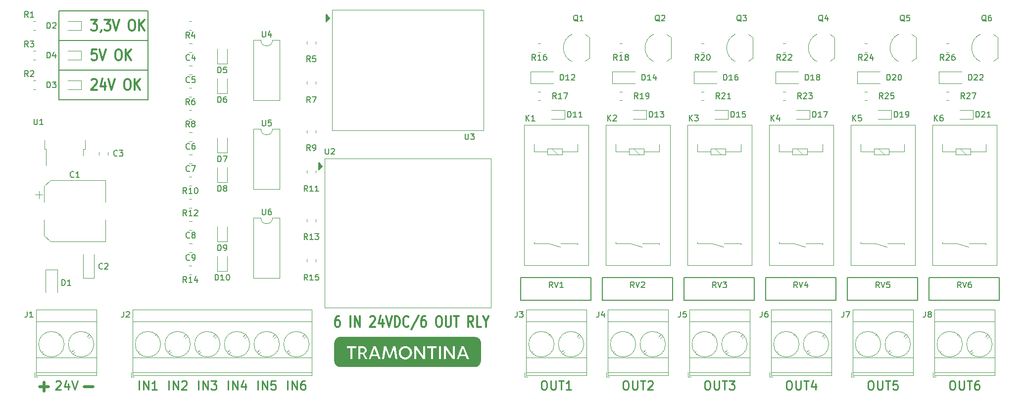
<source format=gbr>
G04 #@! TF.GenerationSoftware,KiCad,Pcbnew,(5.1.10)-1*
G04 #@! TF.CreationDate,2021-10-04T14:19:23-03:00*
G04 #@! TF.ProjectId,ESP-relay_6ch,4553502d-7265-46c6-9179-5f3663682e6b,rev?*
G04 #@! TF.SameCoordinates,Original*
G04 #@! TF.FileFunction,Legend,Top*
G04 #@! TF.FilePolarity,Positive*
%FSLAX46Y46*%
G04 Gerber Fmt 4.6, Leading zero omitted, Abs format (unit mm)*
G04 Created by KiCad (PCBNEW (5.1.10)-1) date 2021-10-04 14:19:23*
%MOMM*%
%LPD*%
G01*
G04 APERTURE LIST*
%ADD10C,0.300000*%
%ADD11C,0.150000*%
%ADD12C,0.500000*%
%ADD13C,0.250000*%
%ADD14C,0.120000*%
%ADD15C,0.010000*%
%ADD16C,0.050000*%
G04 APERTURE END LIST*
D10*
X79163571Y-67594285D02*
X80154047Y-67594285D01*
X79620714Y-68280000D01*
X79849285Y-68280000D01*
X80001666Y-68365714D01*
X80077857Y-68451428D01*
X80154047Y-68622857D01*
X80154047Y-69051428D01*
X80077857Y-69222857D01*
X80001666Y-69308571D01*
X79849285Y-69394285D01*
X79392142Y-69394285D01*
X79239761Y-69308571D01*
X79163571Y-69222857D01*
X80915952Y-69308571D02*
X80915952Y-69394285D01*
X80839761Y-69565714D01*
X80763571Y-69651428D01*
X81449285Y-67594285D02*
X82439761Y-67594285D01*
X81906428Y-68280000D01*
X82135000Y-68280000D01*
X82287380Y-68365714D01*
X82363571Y-68451428D01*
X82439761Y-68622857D01*
X82439761Y-69051428D01*
X82363571Y-69222857D01*
X82287380Y-69308571D01*
X82135000Y-69394285D01*
X81677857Y-69394285D01*
X81525476Y-69308571D01*
X81449285Y-69222857D01*
X82896904Y-67594285D02*
X83430238Y-69394285D01*
X83963571Y-67594285D01*
X86020714Y-67594285D02*
X86325476Y-67594285D01*
X86477857Y-67680000D01*
X86630238Y-67851428D01*
X86706428Y-68194285D01*
X86706428Y-68794285D01*
X86630238Y-69137142D01*
X86477857Y-69308571D01*
X86325476Y-69394285D01*
X86020714Y-69394285D01*
X85868333Y-69308571D01*
X85715952Y-69137142D01*
X85639761Y-68794285D01*
X85639761Y-68194285D01*
X85715952Y-67851428D01*
X85868333Y-67680000D01*
X86020714Y-67594285D01*
X87392142Y-69394285D02*
X87392142Y-67594285D01*
X88306428Y-69394285D02*
X87620714Y-68365714D01*
X88306428Y-67594285D02*
X87392142Y-68622857D01*
X80077857Y-72674285D02*
X79315952Y-72674285D01*
X79239761Y-73531428D01*
X79315952Y-73445714D01*
X79468333Y-73360000D01*
X79849285Y-73360000D01*
X80001666Y-73445714D01*
X80077857Y-73531428D01*
X80154047Y-73702857D01*
X80154047Y-74131428D01*
X80077857Y-74302857D01*
X80001666Y-74388571D01*
X79849285Y-74474285D01*
X79468333Y-74474285D01*
X79315952Y-74388571D01*
X79239761Y-74302857D01*
X80611190Y-72674285D02*
X81144523Y-74474285D01*
X81677857Y-72674285D01*
X83735000Y-72674285D02*
X84039761Y-72674285D01*
X84192142Y-72760000D01*
X84344523Y-72931428D01*
X84420714Y-73274285D01*
X84420714Y-73874285D01*
X84344523Y-74217142D01*
X84192142Y-74388571D01*
X84039761Y-74474285D01*
X83735000Y-74474285D01*
X83582619Y-74388571D01*
X83430238Y-74217142D01*
X83354047Y-73874285D01*
X83354047Y-73274285D01*
X83430238Y-72931428D01*
X83582619Y-72760000D01*
X83735000Y-72674285D01*
X85106428Y-74474285D02*
X85106428Y-72674285D01*
X86020714Y-74474285D02*
X85335000Y-73445714D01*
X86020714Y-72674285D02*
X85106428Y-73702857D01*
D11*
X73660000Y-76200000D02*
X88900000Y-76200000D01*
X73660000Y-71120000D02*
X88900000Y-71120000D01*
X88900000Y-66040000D02*
X73660000Y-66040000D01*
X88900000Y-81280000D02*
X88900000Y-66040000D01*
X73660000Y-81280000D02*
X88900000Y-81280000D01*
X73660000Y-66040000D02*
X73660000Y-81280000D01*
D10*
X121627857Y-118394285D02*
X121342142Y-118394285D01*
X121199285Y-118480000D01*
X121127857Y-118565714D01*
X120984999Y-118822857D01*
X120913571Y-119165714D01*
X120913571Y-119851428D01*
X120984999Y-120022857D01*
X121056428Y-120108571D01*
X121199285Y-120194285D01*
X121484999Y-120194285D01*
X121627857Y-120108571D01*
X121699285Y-120022857D01*
X121770714Y-119851428D01*
X121770714Y-119422857D01*
X121699285Y-119251428D01*
X121627857Y-119165714D01*
X121484999Y-119080000D01*
X121199285Y-119080000D01*
X121056428Y-119165714D01*
X120984999Y-119251428D01*
X120913571Y-119422857D01*
X123556428Y-120194285D02*
X123556428Y-118394285D01*
X124270714Y-120194285D02*
X124270714Y-118394285D01*
X125127857Y-120194285D01*
X125127857Y-118394285D01*
X126913571Y-118565714D02*
X126984999Y-118480000D01*
X127127857Y-118394285D01*
X127484999Y-118394285D01*
X127627857Y-118480000D01*
X127699285Y-118565714D01*
X127770714Y-118737142D01*
X127770714Y-118908571D01*
X127699285Y-119165714D01*
X126842142Y-120194285D01*
X127770714Y-120194285D01*
X129056428Y-118994285D02*
X129056428Y-120194285D01*
X128699285Y-118308571D02*
X128342142Y-119594285D01*
X129270714Y-119594285D01*
X129627857Y-118394285D02*
X130127857Y-120194285D01*
X130627857Y-118394285D01*
X131127857Y-120194285D02*
X131127857Y-118394285D01*
X131484999Y-118394285D01*
X131699285Y-118480000D01*
X131842142Y-118651428D01*
X131913571Y-118822857D01*
X131984999Y-119165714D01*
X131984999Y-119422857D01*
X131913571Y-119765714D01*
X131842142Y-119937142D01*
X131699285Y-120108571D01*
X131484999Y-120194285D01*
X131127857Y-120194285D01*
X133484999Y-120022857D02*
X133413571Y-120108571D01*
X133199285Y-120194285D01*
X133056428Y-120194285D01*
X132842142Y-120108571D01*
X132699285Y-119937142D01*
X132627857Y-119765714D01*
X132556428Y-119422857D01*
X132556428Y-119165714D01*
X132627857Y-118822857D01*
X132699285Y-118651428D01*
X132842142Y-118480000D01*
X133056428Y-118394285D01*
X133199285Y-118394285D01*
X133413571Y-118480000D01*
X133484999Y-118565714D01*
X135199285Y-118308571D02*
X133913571Y-120622857D01*
X136342142Y-118394285D02*
X136056428Y-118394285D01*
X135913571Y-118480000D01*
X135842142Y-118565714D01*
X135699285Y-118822857D01*
X135627857Y-119165714D01*
X135627857Y-119851428D01*
X135699285Y-120022857D01*
X135770714Y-120108571D01*
X135913571Y-120194285D01*
X136199285Y-120194285D01*
X136342142Y-120108571D01*
X136413571Y-120022857D01*
X136485000Y-119851428D01*
X136485000Y-119422857D01*
X136413571Y-119251428D01*
X136342142Y-119165714D01*
X136199285Y-119080000D01*
X135913571Y-119080000D01*
X135770714Y-119165714D01*
X135699285Y-119251428D01*
X135627857Y-119422857D01*
X138556428Y-118394285D02*
X138842142Y-118394285D01*
X138985000Y-118480000D01*
X139127857Y-118651428D01*
X139199285Y-118994285D01*
X139199285Y-119594285D01*
X139127857Y-119937142D01*
X138985000Y-120108571D01*
X138842142Y-120194285D01*
X138556428Y-120194285D01*
X138413571Y-120108571D01*
X138270714Y-119937142D01*
X138199285Y-119594285D01*
X138199285Y-118994285D01*
X138270714Y-118651428D01*
X138413571Y-118480000D01*
X138556428Y-118394285D01*
X139842142Y-118394285D02*
X139842142Y-119851428D01*
X139913571Y-120022857D01*
X139985000Y-120108571D01*
X140127857Y-120194285D01*
X140413571Y-120194285D01*
X140556428Y-120108571D01*
X140627857Y-120022857D01*
X140699285Y-119851428D01*
X140699285Y-118394285D01*
X141199285Y-118394285D02*
X142056428Y-118394285D01*
X141627857Y-120194285D02*
X141627857Y-118394285D01*
X144556428Y-120194285D02*
X144056428Y-119337142D01*
X143699285Y-120194285D02*
X143699285Y-118394285D01*
X144270714Y-118394285D01*
X144413571Y-118480000D01*
X144485000Y-118565714D01*
X144556428Y-118737142D01*
X144556428Y-118994285D01*
X144485000Y-119165714D01*
X144413571Y-119251428D01*
X144270714Y-119337142D01*
X143699285Y-119337142D01*
X145913571Y-120194285D02*
X145199285Y-120194285D01*
X145199285Y-118394285D01*
X146699285Y-119337142D02*
X146699285Y-120194285D01*
X146199285Y-118394285D02*
X146699285Y-119337142D01*
X147199285Y-118394285D01*
D12*
X77978095Y-130444857D02*
X79501904Y-130444857D01*
X70358095Y-130444857D02*
X71881904Y-130444857D01*
X71120000Y-131206761D02*
X71120000Y-129682952D01*
D13*
X92480000Y-130980571D02*
X92480000Y-129480571D01*
X93194285Y-130980571D02*
X93194285Y-129480571D01*
X94051428Y-130980571D01*
X94051428Y-129480571D01*
X94694285Y-129623428D02*
X94765714Y-129552000D01*
X94908571Y-129480571D01*
X95265714Y-129480571D01*
X95408571Y-129552000D01*
X95480000Y-129623428D01*
X95551428Y-129766285D01*
X95551428Y-129909142D01*
X95480000Y-130123428D01*
X94622857Y-130980571D01*
X95551428Y-130980571D01*
X226385714Y-129480571D02*
X226671428Y-129480571D01*
X226814285Y-129552000D01*
X226957142Y-129694857D01*
X227028571Y-129980571D01*
X227028571Y-130480571D01*
X226957142Y-130766285D01*
X226814285Y-130909142D01*
X226671428Y-130980571D01*
X226385714Y-130980571D01*
X226242857Y-130909142D01*
X226100000Y-130766285D01*
X226028571Y-130480571D01*
X226028571Y-129980571D01*
X226100000Y-129694857D01*
X226242857Y-129552000D01*
X226385714Y-129480571D01*
X227671428Y-129480571D02*
X227671428Y-130694857D01*
X227742857Y-130837714D01*
X227814285Y-130909142D01*
X227957142Y-130980571D01*
X228242857Y-130980571D01*
X228385714Y-130909142D01*
X228457142Y-130837714D01*
X228528571Y-130694857D01*
X228528571Y-129480571D01*
X229028571Y-129480571D02*
X229885714Y-129480571D01*
X229457142Y-130980571D02*
X229457142Y-129480571D01*
X231028571Y-129480571D02*
X230742857Y-129480571D01*
X230600000Y-129552000D01*
X230528571Y-129623428D01*
X230385714Y-129837714D01*
X230314285Y-130123428D01*
X230314285Y-130694857D01*
X230385714Y-130837714D01*
X230457142Y-130909142D01*
X230600000Y-130980571D01*
X230885714Y-130980571D01*
X231028571Y-130909142D01*
X231100000Y-130837714D01*
X231171428Y-130694857D01*
X231171428Y-130337714D01*
X231100000Y-130194857D01*
X231028571Y-130123428D01*
X230885714Y-130052000D01*
X230600000Y-130052000D01*
X230457142Y-130123428D01*
X230385714Y-130194857D01*
X230314285Y-130337714D01*
X198445714Y-129480571D02*
X198731428Y-129480571D01*
X198874285Y-129552000D01*
X199017142Y-129694857D01*
X199088571Y-129980571D01*
X199088571Y-130480571D01*
X199017142Y-130766285D01*
X198874285Y-130909142D01*
X198731428Y-130980571D01*
X198445714Y-130980571D01*
X198302857Y-130909142D01*
X198160000Y-130766285D01*
X198088571Y-130480571D01*
X198088571Y-129980571D01*
X198160000Y-129694857D01*
X198302857Y-129552000D01*
X198445714Y-129480571D01*
X199731428Y-129480571D02*
X199731428Y-130694857D01*
X199802857Y-130837714D01*
X199874285Y-130909142D01*
X200017142Y-130980571D01*
X200302857Y-130980571D01*
X200445714Y-130909142D01*
X200517142Y-130837714D01*
X200588571Y-130694857D01*
X200588571Y-129480571D01*
X201088571Y-129480571D02*
X201945714Y-129480571D01*
X201517142Y-130980571D02*
X201517142Y-129480571D01*
X203088571Y-129980571D02*
X203088571Y-130980571D01*
X202731428Y-129409142D02*
X202374285Y-130480571D01*
X203302857Y-130480571D01*
X112800000Y-130980571D02*
X112800000Y-129480571D01*
X113514285Y-130980571D02*
X113514285Y-129480571D01*
X114371428Y-130980571D01*
X114371428Y-129480571D01*
X115728571Y-129480571D02*
X115442857Y-129480571D01*
X115300000Y-129552000D01*
X115228571Y-129623428D01*
X115085714Y-129837714D01*
X115014285Y-130123428D01*
X115014285Y-130694857D01*
X115085714Y-130837714D01*
X115157142Y-130909142D01*
X115300000Y-130980571D01*
X115585714Y-130980571D01*
X115728571Y-130909142D01*
X115800000Y-130837714D01*
X115871428Y-130694857D01*
X115871428Y-130337714D01*
X115800000Y-130194857D01*
X115728571Y-130123428D01*
X115585714Y-130052000D01*
X115300000Y-130052000D01*
X115157142Y-130123428D01*
X115085714Y-130194857D01*
X115014285Y-130337714D01*
X102640000Y-130980571D02*
X102640000Y-129480571D01*
X103354285Y-130980571D02*
X103354285Y-129480571D01*
X104211428Y-130980571D01*
X104211428Y-129480571D01*
X105568571Y-129980571D02*
X105568571Y-130980571D01*
X105211428Y-129409142D02*
X104854285Y-130480571D01*
X105782857Y-130480571D01*
X97560000Y-130980571D02*
X97560000Y-129480571D01*
X98274285Y-130980571D02*
X98274285Y-129480571D01*
X99131428Y-130980571D01*
X99131428Y-129480571D01*
X99702857Y-129480571D02*
X100631428Y-129480571D01*
X100131428Y-130052000D01*
X100345714Y-130052000D01*
X100488571Y-130123428D01*
X100560000Y-130194857D01*
X100631428Y-130337714D01*
X100631428Y-130694857D01*
X100560000Y-130837714D01*
X100488571Y-130909142D01*
X100345714Y-130980571D01*
X99917142Y-130980571D01*
X99774285Y-130909142D01*
X99702857Y-130837714D01*
X170505714Y-129480571D02*
X170791428Y-129480571D01*
X170934285Y-129552000D01*
X171077142Y-129694857D01*
X171148571Y-129980571D01*
X171148571Y-130480571D01*
X171077142Y-130766285D01*
X170934285Y-130909142D01*
X170791428Y-130980571D01*
X170505714Y-130980571D01*
X170362857Y-130909142D01*
X170220000Y-130766285D01*
X170148571Y-130480571D01*
X170148571Y-129980571D01*
X170220000Y-129694857D01*
X170362857Y-129552000D01*
X170505714Y-129480571D01*
X171791428Y-129480571D02*
X171791428Y-130694857D01*
X171862857Y-130837714D01*
X171934285Y-130909142D01*
X172077142Y-130980571D01*
X172362857Y-130980571D01*
X172505714Y-130909142D01*
X172577142Y-130837714D01*
X172648571Y-130694857D01*
X172648571Y-129480571D01*
X173148571Y-129480571D02*
X174005714Y-129480571D01*
X173577142Y-130980571D02*
X173577142Y-129480571D01*
X174434285Y-129623428D02*
X174505714Y-129552000D01*
X174648571Y-129480571D01*
X175005714Y-129480571D01*
X175148571Y-129552000D01*
X175220000Y-129623428D01*
X175291428Y-129766285D01*
X175291428Y-129909142D01*
X175220000Y-130123428D01*
X174362857Y-130980571D01*
X175291428Y-130980571D01*
X184475714Y-129480571D02*
X184761428Y-129480571D01*
X184904285Y-129552000D01*
X185047142Y-129694857D01*
X185118571Y-129980571D01*
X185118571Y-130480571D01*
X185047142Y-130766285D01*
X184904285Y-130909142D01*
X184761428Y-130980571D01*
X184475714Y-130980571D01*
X184332857Y-130909142D01*
X184190000Y-130766285D01*
X184118571Y-130480571D01*
X184118571Y-129980571D01*
X184190000Y-129694857D01*
X184332857Y-129552000D01*
X184475714Y-129480571D01*
X185761428Y-129480571D02*
X185761428Y-130694857D01*
X185832857Y-130837714D01*
X185904285Y-130909142D01*
X186047142Y-130980571D01*
X186332857Y-130980571D01*
X186475714Y-130909142D01*
X186547142Y-130837714D01*
X186618571Y-130694857D01*
X186618571Y-129480571D01*
X187118571Y-129480571D02*
X187975714Y-129480571D01*
X187547142Y-130980571D02*
X187547142Y-129480571D01*
X188332857Y-129480571D02*
X189261428Y-129480571D01*
X188761428Y-130052000D01*
X188975714Y-130052000D01*
X189118571Y-130123428D01*
X189190000Y-130194857D01*
X189261428Y-130337714D01*
X189261428Y-130694857D01*
X189190000Y-130837714D01*
X189118571Y-130909142D01*
X188975714Y-130980571D01*
X188547142Y-130980571D01*
X188404285Y-130909142D01*
X188332857Y-130837714D01*
X73144285Y-129623428D02*
X73215714Y-129552000D01*
X73358571Y-129480571D01*
X73715714Y-129480571D01*
X73858571Y-129552000D01*
X73930000Y-129623428D01*
X74001428Y-129766285D01*
X74001428Y-129909142D01*
X73930000Y-130123428D01*
X73072857Y-130980571D01*
X74001428Y-130980571D01*
X75287142Y-129980571D02*
X75287142Y-130980571D01*
X74930000Y-129409142D02*
X74572857Y-130480571D01*
X75501428Y-130480571D01*
X75858571Y-129480571D02*
X76358571Y-130980571D01*
X76858571Y-129480571D01*
X212415714Y-129480571D02*
X212701428Y-129480571D01*
X212844285Y-129552000D01*
X212987142Y-129694857D01*
X213058571Y-129980571D01*
X213058571Y-130480571D01*
X212987142Y-130766285D01*
X212844285Y-130909142D01*
X212701428Y-130980571D01*
X212415714Y-130980571D01*
X212272857Y-130909142D01*
X212130000Y-130766285D01*
X212058571Y-130480571D01*
X212058571Y-129980571D01*
X212130000Y-129694857D01*
X212272857Y-129552000D01*
X212415714Y-129480571D01*
X213701428Y-129480571D02*
X213701428Y-130694857D01*
X213772857Y-130837714D01*
X213844285Y-130909142D01*
X213987142Y-130980571D01*
X214272857Y-130980571D01*
X214415714Y-130909142D01*
X214487142Y-130837714D01*
X214558571Y-130694857D01*
X214558571Y-129480571D01*
X215058571Y-129480571D02*
X215915714Y-129480571D01*
X215487142Y-130980571D02*
X215487142Y-129480571D01*
X217130000Y-129480571D02*
X216415714Y-129480571D01*
X216344285Y-130194857D01*
X216415714Y-130123428D01*
X216558571Y-130052000D01*
X216915714Y-130052000D01*
X217058571Y-130123428D01*
X217130000Y-130194857D01*
X217201428Y-130337714D01*
X217201428Y-130694857D01*
X217130000Y-130837714D01*
X217058571Y-130909142D01*
X216915714Y-130980571D01*
X216558571Y-130980571D01*
X216415714Y-130909142D01*
X216344285Y-130837714D01*
D10*
X79239761Y-77925714D02*
X79315952Y-77840000D01*
X79468333Y-77754285D01*
X79849285Y-77754285D01*
X80001666Y-77840000D01*
X80077857Y-77925714D01*
X80154047Y-78097142D01*
X80154047Y-78268571D01*
X80077857Y-78525714D01*
X79163571Y-79554285D01*
X80154047Y-79554285D01*
X81525476Y-78354285D02*
X81525476Y-79554285D01*
X81144523Y-77668571D02*
X80763571Y-78954285D01*
X81754047Y-78954285D01*
X82135000Y-77754285D02*
X82668333Y-79554285D01*
X83201666Y-77754285D01*
X85258809Y-77754285D02*
X85563571Y-77754285D01*
X85715952Y-77840000D01*
X85868333Y-78011428D01*
X85944523Y-78354285D01*
X85944523Y-78954285D01*
X85868333Y-79297142D01*
X85715952Y-79468571D01*
X85563571Y-79554285D01*
X85258809Y-79554285D01*
X85106428Y-79468571D01*
X84954047Y-79297142D01*
X84877857Y-78954285D01*
X84877857Y-78354285D01*
X84954047Y-78011428D01*
X85106428Y-77840000D01*
X85258809Y-77754285D01*
X86630238Y-79554285D02*
X86630238Y-77754285D01*
X87544523Y-79554285D02*
X86858809Y-78525714D01*
X87544523Y-77754285D02*
X86630238Y-78782857D01*
D13*
X156535714Y-129480571D02*
X156821428Y-129480571D01*
X156964285Y-129552000D01*
X157107142Y-129694857D01*
X157178571Y-129980571D01*
X157178571Y-130480571D01*
X157107142Y-130766285D01*
X156964285Y-130909142D01*
X156821428Y-130980571D01*
X156535714Y-130980571D01*
X156392857Y-130909142D01*
X156250000Y-130766285D01*
X156178571Y-130480571D01*
X156178571Y-129980571D01*
X156250000Y-129694857D01*
X156392857Y-129552000D01*
X156535714Y-129480571D01*
X157821428Y-129480571D02*
X157821428Y-130694857D01*
X157892857Y-130837714D01*
X157964285Y-130909142D01*
X158107142Y-130980571D01*
X158392857Y-130980571D01*
X158535714Y-130909142D01*
X158607142Y-130837714D01*
X158678571Y-130694857D01*
X158678571Y-129480571D01*
X159178571Y-129480571D02*
X160035714Y-129480571D01*
X159607142Y-130980571D02*
X159607142Y-129480571D01*
X161321428Y-130980571D02*
X160464285Y-130980571D01*
X160892857Y-130980571D02*
X160892857Y-129480571D01*
X160750000Y-129694857D01*
X160607142Y-129837714D01*
X160464285Y-129909142D01*
X87400000Y-130980571D02*
X87400000Y-129480571D01*
X88114285Y-130980571D02*
X88114285Y-129480571D01*
X88971428Y-130980571D01*
X88971428Y-129480571D01*
X90471428Y-130980571D02*
X89614285Y-130980571D01*
X90042857Y-130980571D02*
X90042857Y-129480571D01*
X89900000Y-129694857D01*
X89757142Y-129837714D01*
X89614285Y-129909142D01*
X107720000Y-130980571D02*
X107720000Y-129480571D01*
X108434285Y-130980571D02*
X108434285Y-129480571D01*
X109291428Y-130980571D01*
X109291428Y-129480571D01*
X110720000Y-129480571D02*
X110005714Y-129480571D01*
X109934285Y-130194857D01*
X110005714Y-130123428D01*
X110148571Y-130052000D01*
X110505714Y-130052000D01*
X110648571Y-130123428D01*
X110720000Y-130194857D01*
X110791428Y-130337714D01*
X110791428Y-130694857D01*
X110720000Y-130837714D01*
X110648571Y-130909142D01*
X110505714Y-130980571D01*
X110148571Y-130980571D01*
X110005714Y-130909142D01*
X109934285Y-130837714D01*
D14*
G04 #@! TO.C,D1*
X73390000Y-110400000D02*
X71390000Y-110400000D01*
X71390000Y-110400000D02*
X71390000Y-114300000D01*
X73390000Y-110400000D02*
X73390000Y-114300000D01*
G04 #@! TO.C,R17*
X155625436Y-79910000D02*
X156079564Y-79910000D01*
X155625436Y-81380000D02*
X156079564Y-81380000D01*
G04 #@! TO.C,R26*
X225929564Y-73125000D02*
X225475436Y-73125000D01*
X225929564Y-71655000D02*
X225475436Y-71655000D01*
G04 #@! TO.C,R24*
X211959564Y-73125000D02*
X211505436Y-73125000D01*
X211959564Y-71655000D02*
X211505436Y-71655000D01*
G04 #@! TO.C,R22*
X197989564Y-73125000D02*
X197535436Y-73125000D01*
X197989564Y-71655000D02*
X197535436Y-71655000D01*
G04 #@! TO.C,R20*
X184019564Y-73125000D02*
X183565436Y-73125000D01*
X184019564Y-71655000D02*
X183565436Y-71655000D01*
G04 #@! TO.C,R18*
X170049564Y-73125000D02*
X169595436Y-73125000D01*
X170049564Y-71655000D02*
X169595436Y-71655000D01*
G04 #@! TO.C,R16*
X156079564Y-73125000D02*
X155625436Y-73125000D01*
X156079564Y-71655000D02*
X155625436Y-71655000D01*
G04 #@! TO.C,R15*
X116105000Y-109089564D02*
X116105000Y-108635436D01*
X117575000Y-109089564D02*
X117575000Y-108635436D01*
G04 #@! TO.C,R14*
X96389564Y-111225000D02*
X95935436Y-111225000D01*
X96389564Y-109755000D02*
X95935436Y-109755000D01*
G04 #@! TO.C,R13*
X117575000Y-101730436D02*
X117575000Y-102184564D01*
X116105000Y-101730436D02*
X116105000Y-102184564D01*
G04 #@! TO.C,R12*
X96389564Y-99795000D02*
X95935436Y-99795000D01*
X96389564Y-98325000D02*
X95935436Y-98325000D01*
G04 #@! TO.C,R11*
X116105000Y-93849564D02*
X116105000Y-93395436D01*
X117575000Y-93849564D02*
X117575000Y-93395436D01*
G04 #@! TO.C,R10*
X96389564Y-95985000D02*
X95935436Y-95985000D01*
X96389564Y-94515000D02*
X95935436Y-94515000D01*
G04 #@! TO.C,R9*
X117575000Y-86490436D02*
X117575000Y-86944564D01*
X116105000Y-86490436D02*
X116105000Y-86944564D01*
G04 #@! TO.C,R8*
X96389564Y-84555000D02*
X95935436Y-84555000D01*
X96389564Y-83085000D02*
X95935436Y-83085000D01*
G04 #@! TO.C,R7*
X116105000Y-78609564D02*
X116105000Y-78155436D01*
X117575000Y-78609564D02*
X117575000Y-78155436D01*
G04 #@! TO.C,R6*
X96389564Y-80745000D02*
X95935436Y-80745000D01*
X96389564Y-79275000D02*
X95935436Y-79275000D01*
G04 #@! TO.C,R5*
X117575000Y-71250436D02*
X117575000Y-71704564D01*
X116105000Y-71250436D02*
X116105000Y-71704564D01*
G04 #@! TO.C,R4*
X96389564Y-69315000D02*
X95935436Y-69315000D01*
X96389564Y-67845000D02*
X95935436Y-67845000D01*
G04 #@! TO.C,R3*
X69265436Y-72925000D02*
X69719564Y-72925000D01*
X69265436Y-74395000D02*
X69719564Y-74395000D01*
G04 #@! TO.C,R2*
X69265436Y-78005000D02*
X69719564Y-78005000D01*
X69265436Y-79475000D02*
X69719564Y-79475000D01*
G04 #@! TO.C,R1*
X69265436Y-67845000D02*
X69719564Y-67845000D01*
X69265436Y-69315000D02*
X69719564Y-69315000D01*
D15*
G04 #@! TO.C,REF\u002A\u002A*
G36*
X133150000Y-123910000D02*
G01*
X133380000Y-124050000D01*
X133530000Y-124260000D01*
X133610000Y-124460000D01*
X133620000Y-124710000D01*
X133550000Y-124960000D01*
X133410000Y-125160000D01*
X133180000Y-125330000D01*
X132920000Y-125380000D01*
X132710000Y-125350000D01*
X132470000Y-125230000D01*
X132270000Y-125000000D01*
X132180000Y-124720000D01*
X132200000Y-124410000D01*
X132300000Y-124180000D01*
X132490000Y-123980000D01*
X132700000Y-123890000D01*
X132896000Y-123866600D01*
X133150000Y-123910000D01*
G37*
X133150000Y-123910000D02*
X133380000Y-124050000D01*
X133530000Y-124260000D01*
X133610000Y-124460000D01*
X133620000Y-124710000D01*
X133550000Y-124960000D01*
X133410000Y-125160000D01*
X133180000Y-125330000D01*
X132920000Y-125380000D01*
X132710000Y-125350000D01*
X132470000Y-125230000D01*
X132270000Y-125000000D01*
X132180000Y-124720000D01*
X132200000Y-124410000D01*
X132300000Y-124180000D01*
X132490000Y-123980000D01*
X132700000Y-123890000D01*
X132896000Y-123866600D01*
X133150000Y-123910000D01*
G36*
X125760000Y-123920000D02*
G01*
X125870000Y-124050000D01*
X125890000Y-124230000D01*
X125850000Y-124390000D01*
X125700000Y-124510000D01*
X125590000Y-124520000D01*
X125250000Y-124520000D01*
X125250000Y-123870000D01*
X125620000Y-123870000D01*
X125760000Y-123920000D01*
G37*
X125760000Y-123920000D02*
X125870000Y-124050000D01*
X125890000Y-124230000D01*
X125850000Y-124390000D01*
X125700000Y-124510000D01*
X125590000Y-124520000D01*
X125250000Y-124520000D01*
X125250000Y-123870000D01*
X125620000Y-123870000D01*
X125760000Y-123920000D01*
G36*
X143060000Y-124860000D02*
G01*
X142430000Y-124860000D01*
X142740000Y-123990000D01*
X143060000Y-124860000D01*
G37*
X143060000Y-124860000D02*
X142430000Y-124860000D01*
X142740000Y-123990000D01*
X143060000Y-124860000D01*
G36*
X127960000Y-124850000D02*
G01*
X127330000Y-124850000D01*
X127640000Y-123980000D01*
X127960000Y-124850000D01*
G37*
X127960000Y-124850000D02*
X127330000Y-124850000D01*
X127640000Y-123980000D01*
X127960000Y-124850000D01*
G36*
X130230000Y-125010000D02*
G01*
X129630000Y-123440000D01*
X130840000Y-123440000D01*
X130230000Y-125010000D01*
G37*
X130230000Y-125010000D02*
X129630000Y-123440000D01*
X130840000Y-123440000D01*
X130230000Y-125010000D01*
G36*
X135900000Y-123460000D02*
G01*
X135890000Y-125060000D01*
X134800000Y-123460000D01*
X135900000Y-123460000D01*
G37*
X135900000Y-123460000D02*
X135890000Y-125060000D01*
X134800000Y-123460000D01*
X135900000Y-123460000D01*
G36*
X141000000Y-123460000D02*
G01*
X140990000Y-125060000D01*
X139900000Y-123460000D01*
X141000000Y-123460000D01*
G37*
X141000000Y-123460000D02*
X140990000Y-125060000D01*
X139900000Y-123460000D01*
X141000000Y-123460000D01*
G36*
X143150000Y-123460000D02*
G01*
X133270000Y-123470000D01*
X132902600Y-123430900D01*
X132550000Y-123460000D01*
X122750000Y-123460000D01*
X122750000Y-123160000D01*
X120780000Y-123160000D01*
X120810000Y-122760000D01*
X143150000Y-122760000D01*
X143150000Y-123460000D01*
G37*
X143150000Y-123460000D02*
X133270000Y-123470000D01*
X132902600Y-123430900D01*
X132550000Y-123460000D01*
X122750000Y-123460000D01*
X122750000Y-123160000D01*
X120780000Y-123160000D01*
X120810000Y-122760000D01*
X143150000Y-122760000D01*
X143150000Y-123460000D01*
G36*
X144960000Y-121970000D02*
G01*
X145280000Y-122090000D01*
X145530000Y-122280000D01*
X145700000Y-122570000D01*
X145770000Y-122830000D01*
X145782600Y-123039500D01*
X145782600Y-125937900D01*
X145740000Y-126290000D01*
X145600000Y-126610000D01*
X145310000Y-126880000D01*
X145010000Y-127000000D01*
X144688300Y-127032300D01*
X121876900Y-127032300D01*
X121530000Y-126990000D01*
X121250000Y-126870000D01*
X120970000Y-126610000D01*
X120810000Y-126240000D01*
X120782600Y-125937900D01*
X120782600Y-123039500D01*
X122820000Y-123040000D01*
X122820000Y-123750000D01*
X122870000Y-123850000D01*
X123030000Y-123890000D01*
X123460000Y-123890000D01*
X123460000Y-125640000D01*
X123500000Y-125740000D01*
X123610000Y-125770000D01*
X123910000Y-125770000D01*
X123910000Y-123880000D01*
X124540000Y-123880000D01*
X124540000Y-123460000D01*
X124820000Y-123460000D01*
X124820000Y-125670000D01*
X124890000Y-125750000D01*
X124989300Y-125766200D01*
X125243800Y-125766200D01*
X125243800Y-124919800D01*
X125539600Y-124919800D01*
X125970000Y-125730000D01*
X126080000Y-125770000D01*
X126468700Y-125766200D01*
X125950000Y-124840000D01*
X126190000Y-124660000D01*
X126320000Y-124360000D01*
X126330000Y-124040000D01*
X126150000Y-123670000D01*
X125880000Y-123520000D01*
X125670000Y-123470000D01*
X127440000Y-123470000D01*
X126550000Y-125770000D01*
X127000000Y-125760000D01*
X127180000Y-125260000D01*
X128106900Y-125260300D01*
X128290000Y-125710000D01*
X128380000Y-125770000D01*
X128740000Y-125760000D01*
X127850000Y-123360000D01*
X129250000Y-123360000D01*
X128874300Y-125766200D01*
X129306900Y-125766200D01*
X129510000Y-124210000D01*
X130010000Y-125460000D01*
X130090000Y-125560000D01*
X130200000Y-125580000D01*
X130410900Y-125575200D01*
X130920000Y-124230000D01*
X131120000Y-125640000D01*
X131190000Y-125730000D01*
X131310000Y-125770000D01*
X131580000Y-125770000D01*
X131225500Y-123420000D01*
X132640000Y-123430000D01*
X132250000Y-123620000D01*
X131960000Y-123890000D01*
X131770000Y-124210000D01*
X131710000Y-124680000D01*
X131750000Y-125010000D01*
X131930000Y-125310000D01*
X132190000Y-125600000D01*
X132620000Y-125790000D01*
X133100000Y-125790000D01*
X133480000Y-125660000D01*
X133770000Y-125430000D01*
X134010000Y-125060000D01*
X134100000Y-124530000D01*
X133960000Y-124070000D01*
X133710000Y-123730000D01*
X133250000Y-123460000D01*
X134375500Y-123472100D01*
X134380000Y-125600000D01*
X134410000Y-125730000D01*
X134500000Y-125760000D01*
X134790000Y-125760000D01*
X134790000Y-124190000D01*
X135880000Y-125720000D01*
X136000000Y-125770000D01*
X136300000Y-125760000D01*
X136300000Y-123440000D01*
X136590000Y-123440000D01*
X136590000Y-123790000D01*
X136650000Y-123860000D01*
X136780000Y-123880000D01*
X137220000Y-123880000D01*
X137220000Y-125660000D01*
X137250000Y-125720000D01*
X137310000Y-125750000D01*
X137388800Y-125766200D01*
X137670000Y-125760000D01*
X137670000Y-123880000D01*
X138300000Y-123880000D01*
X138298900Y-123472100D01*
X138591800Y-123472100D01*
X138600000Y-125650000D01*
X138640000Y-125730000D01*
X138720000Y-125760000D01*
X139040000Y-125760000D01*
X139040000Y-123470000D01*
X139479500Y-123472100D01*
X139480000Y-125660000D01*
X139540000Y-125750000D01*
X139660000Y-125770000D01*
X139896000Y-125766200D01*
X139900000Y-124180000D01*
X140930000Y-125660000D01*
X141080000Y-125750000D01*
X141180000Y-125770000D01*
X141420000Y-125760000D01*
X141420000Y-123430000D01*
X142540000Y-123430000D01*
X141660000Y-125760000D01*
X142100000Y-125760000D01*
X142290000Y-125250000D01*
X143210000Y-125270000D01*
X143370000Y-125680000D01*
X143440000Y-125740000D01*
X143550000Y-125770000D01*
X143854200Y-125766200D01*
X142970000Y-123480000D01*
X142970000Y-122840000D01*
X120790000Y-122820000D01*
X120960000Y-122380000D01*
X121240000Y-122110000D01*
X121640000Y-121950000D01*
X121876900Y-121944900D01*
X144688300Y-121944900D01*
X144960000Y-121970000D01*
G37*
X144960000Y-121970000D02*
X145280000Y-122090000D01*
X145530000Y-122280000D01*
X145700000Y-122570000D01*
X145770000Y-122830000D01*
X145782600Y-123039500D01*
X145782600Y-125937900D01*
X145740000Y-126290000D01*
X145600000Y-126610000D01*
X145310000Y-126880000D01*
X145010000Y-127000000D01*
X144688300Y-127032300D01*
X121876900Y-127032300D01*
X121530000Y-126990000D01*
X121250000Y-126870000D01*
X120970000Y-126610000D01*
X120810000Y-126240000D01*
X120782600Y-125937900D01*
X120782600Y-123039500D01*
X122820000Y-123040000D01*
X122820000Y-123750000D01*
X122870000Y-123850000D01*
X123030000Y-123890000D01*
X123460000Y-123890000D01*
X123460000Y-125640000D01*
X123500000Y-125740000D01*
X123610000Y-125770000D01*
X123910000Y-125770000D01*
X123910000Y-123880000D01*
X124540000Y-123880000D01*
X124540000Y-123460000D01*
X124820000Y-123460000D01*
X124820000Y-125670000D01*
X124890000Y-125750000D01*
X124989300Y-125766200D01*
X125243800Y-125766200D01*
X125243800Y-124919800D01*
X125539600Y-124919800D01*
X125970000Y-125730000D01*
X126080000Y-125770000D01*
X126468700Y-125766200D01*
X125950000Y-124840000D01*
X126190000Y-124660000D01*
X126320000Y-124360000D01*
X126330000Y-124040000D01*
X126150000Y-123670000D01*
X125880000Y-123520000D01*
X125670000Y-123470000D01*
X127440000Y-123470000D01*
X126550000Y-125770000D01*
X127000000Y-125760000D01*
X127180000Y-125260000D01*
X128106900Y-125260300D01*
X128290000Y-125710000D01*
X128380000Y-125770000D01*
X128740000Y-125760000D01*
X127850000Y-123360000D01*
X129250000Y-123360000D01*
X128874300Y-125766200D01*
X129306900Y-125766200D01*
X129510000Y-124210000D01*
X130010000Y-125460000D01*
X130090000Y-125560000D01*
X130200000Y-125580000D01*
X130410900Y-125575200D01*
X130920000Y-124230000D01*
X131120000Y-125640000D01*
X131190000Y-125730000D01*
X131310000Y-125770000D01*
X131580000Y-125770000D01*
X131225500Y-123420000D01*
X132640000Y-123430000D01*
X132250000Y-123620000D01*
X131960000Y-123890000D01*
X131770000Y-124210000D01*
X131710000Y-124680000D01*
X131750000Y-125010000D01*
X131930000Y-125310000D01*
X132190000Y-125600000D01*
X132620000Y-125790000D01*
X133100000Y-125790000D01*
X133480000Y-125660000D01*
X133770000Y-125430000D01*
X134010000Y-125060000D01*
X134100000Y-124530000D01*
X133960000Y-124070000D01*
X133710000Y-123730000D01*
X133250000Y-123460000D01*
X134375500Y-123472100D01*
X134380000Y-125600000D01*
X134410000Y-125730000D01*
X134500000Y-125760000D01*
X134790000Y-125760000D01*
X134790000Y-124190000D01*
X135880000Y-125720000D01*
X136000000Y-125770000D01*
X136300000Y-125760000D01*
X136300000Y-123440000D01*
X136590000Y-123440000D01*
X136590000Y-123790000D01*
X136650000Y-123860000D01*
X136780000Y-123880000D01*
X137220000Y-123880000D01*
X137220000Y-125660000D01*
X137250000Y-125720000D01*
X137310000Y-125750000D01*
X137388800Y-125766200D01*
X137670000Y-125760000D01*
X137670000Y-123880000D01*
X138300000Y-123880000D01*
X138298900Y-123472100D01*
X138591800Y-123472100D01*
X138600000Y-125650000D01*
X138640000Y-125730000D01*
X138720000Y-125760000D01*
X139040000Y-125760000D01*
X139040000Y-123470000D01*
X139479500Y-123472100D01*
X139480000Y-125660000D01*
X139540000Y-125750000D01*
X139660000Y-125770000D01*
X139896000Y-125766200D01*
X139900000Y-124180000D01*
X140930000Y-125660000D01*
X141080000Y-125750000D01*
X141180000Y-125770000D01*
X141420000Y-125760000D01*
X141420000Y-123430000D01*
X142540000Y-123430000D01*
X141660000Y-125760000D01*
X142100000Y-125760000D01*
X142290000Y-125250000D01*
X143210000Y-125270000D01*
X143370000Y-125680000D01*
X143440000Y-125740000D01*
X143550000Y-125770000D01*
X143854200Y-125766200D01*
X142970000Y-123480000D01*
X142970000Y-122840000D01*
X120790000Y-122820000D01*
X120960000Y-122380000D01*
X121240000Y-122110000D01*
X121640000Y-121950000D01*
X121876900Y-121944900D01*
X144688300Y-121944900D01*
X144960000Y-121970000D01*
D16*
X132896000Y-123866600D02*
X132969664Y-123870525D01*
X132969664Y-123870525D02*
X133041239Y-123882039D01*
X133041239Y-123882039D02*
X133110357Y-123900750D01*
X133110357Y-123900750D02*
X133176650Y-123926268D01*
X133176650Y-123926268D02*
X133239750Y-123958201D01*
X133239750Y-123958201D02*
X133299291Y-123996157D01*
X133299291Y-123996157D02*
X133354905Y-124039746D01*
X133354905Y-124039746D02*
X133406225Y-124088575D01*
X133406225Y-124088575D02*
X133452882Y-124142253D01*
X133452882Y-124142253D02*
X133494511Y-124200389D01*
X133494511Y-124200389D02*
X133530744Y-124262591D01*
X133530744Y-124262591D02*
X133561212Y-124328468D01*
X133561212Y-124328468D02*
X133585549Y-124397629D01*
X133585549Y-124397629D02*
X133603388Y-124469682D01*
X133603388Y-124469682D02*
X133614360Y-124544236D01*
X133614360Y-124544236D02*
X133618100Y-124620900D01*
X123455400Y-125590900D02*
X123459399Y-125642914D01*
X123459399Y-125642914D02*
X123475055Y-125692717D01*
X123475055Y-125692717D02*
X123508965Y-125734110D01*
X123508965Y-125734110D02*
X123560531Y-125758320D01*
X123560531Y-125758320D02*
X123619425Y-125766041D01*
X123619425Y-125766041D02*
X123630600Y-125766200D01*
X136580500Y-123472100D02*
X136580500Y-123707700D01*
X137213600Y-123882300D02*
X137213600Y-125590900D01*
X136580500Y-123707700D02*
X136584498Y-123759368D01*
X136584498Y-123759368D02*
X136600147Y-123808926D01*
X136600147Y-123808926D02*
X136634030Y-123850204D01*
X136634030Y-123850204D02*
X136685535Y-123874404D01*
X136685535Y-123874404D02*
X136744343Y-123882141D01*
X136744343Y-123882141D02*
X136755500Y-123882300D01*
X138298900Y-123882300D02*
X138298900Y-123472100D01*
X141655200Y-125766200D02*
X142104200Y-125766200D01*
X128106900Y-125260300D02*
X128234500Y-125610300D01*
X121876900Y-127032300D02*
X121815569Y-127031040D01*
X121815569Y-127031040D02*
X121755615Y-127027285D01*
X121755615Y-127027285D02*
X121697074Y-127021073D01*
X121697074Y-127021073D02*
X121639985Y-127012439D01*
X121639985Y-127012439D02*
X121584384Y-127001422D01*
X121584384Y-127001422D02*
X121530309Y-126988057D01*
X121530309Y-126988057D02*
X121477798Y-126972383D01*
X121477798Y-126972383D02*
X121426887Y-126954435D01*
X121426887Y-126954435D02*
X121377615Y-126934252D01*
X121377615Y-126934252D02*
X121330018Y-126911869D01*
X121330018Y-126911869D02*
X121284135Y-126887324D01*
X121284135Y-126887324D02*
X121240002Y-126860654D01*
X121240002Y-126860654D02*
X121197657Y-126831896D01*
X121197657Y-126831896D02*
X121157137Y-126801087D01*
X121157137Y-126801087D02*
X121118481Y-126768263D01*
X121118481Y-126768263D02*
X121081725Y-126733462D01*
X121081725Y-126733462D02*
X121046906Y-126696721D01*
X121046906Y-126696721D02*
X121014062Y-126658076D01*
X121014062Y-126658076D02*
X120983231Y-126617565D01*
X120983231Y-126617565D02*
X120954450Y-126575224D01*
X120954450Y-126575224D02*
X120927757Y-126531091D01*
X120927757Y-126531091D02*
X120903188Y-126485203D01*
X120903188Y-126485203D02*
X120880781Y-126437596D01*
X120880781Y-126437596D02*
X120860575Y-126388307D01*
X120860575Y-126388307D02*
X120842605Y-126337374D01*
X120842605Y-126337374D02*
X120826910Y-126284833D01*
X120826910Y-126284833D02*
X120813526Y-126230722D01*
X120813526Y-126230722D02*
X120802492Y-126175077D01*
X120802492Y-126175077D02*
X120793845Y-126117935D01*
X120793845Y-126117935D02*
X120787623Y-126059334D01*
X120787623Y-126059334D02*
X120783862Y-125999310D01*
X120783862Y-125999310D02*
X120782600Y-125937900D01*
X125542900Y-124529000D02*
X125243800Y-124529000D01*
X127000000Y-125766200D02*
X127178000Y-125260300D01*
X123455400Y-123882300D02*
X123455400Y-125590900D01*
X133618100Y-124620900D02*
X133614360Y-124697439D01*
X133614360Y-124697439D02*
X133603388Y-124771814D01*
X133603388Y-124771814D02*
X133585549Y-124843643D01*
X133585549Y-124843643D02*
X133561212Y-124912542D01*
X133561212Y-124912542D02*
X133530744Y-124978128D01*
X133530744Y-124978128D02*
X133494511Y-125040020D01*
X133494511Y-125040020D02*
X133452882Y-125097834D01*
X133452882Y-125097834D02*
X133406225Y-125151187D01*
X133406225Y-125151187D02*
X133354905Y-125199697D01*
X133354905Y-125199697D02*
X133299291Y-125242981D01*
X133299291Y-125242981D02*
X133239750Y-125280655D01*
X133239750Y-125280655D02*
X133176650Y-125312339D01*
X133176650Y-125312339D02*
X133110357Y-125337647D01*
X133110357Y-125337647D02*
X133041239Y-125356199D01*
X133041239Y-125356199D02*
X132969664Y-125367611D01*
X132969664Y-125367611D02*
X132896000Y-125371500D01*
X136755500Y-123882300D02*
X137213600Y-123882300D01*
X137213600Y-125590900D02*
X137217611Y-125642914D01*
X137217611Y-125642914D02*
X137233302Y-125692717D01*
X137233302Y-125692717D02*
X137267248Y-125734110D01*
X137267248Y-125734110D02*
X137318811Y-125758320D01*
X137318811Y-125758320D02*
X137377642Y-125766041D01*
X137377642Y-125766041D02*
X137388800Y-125766200D01*
X143339000Y-125610300D02*
X143363196Y-125663603D01*
X143363196Y-125663603D02*
X143393353Y-125705682D01*
X143393353Y-125705682D02*
X143436929Y-125740725D01*
X143436929Y-125740725D02*
X143490519Y-125760793D01*
X143490519Y-125760793D02*
X143545200Y-125766200D01*
X145782600Y-125937900D02*
X145781337Y-125999310D01*
X145781337Y-125999310D02*
X145777573Y-126059334D01*
X145777573Y-126059334D02*
X145771346Y-126117935D01*
X145771346Y-126117935D02*
X145762694Y-126175077D01*
X145762694Y-126175077D02*
X145751654Y-126230722D01*
X145751654Y-126230722D02*
X145738264Y-126284833D01*
X145738264Y-126284833D02*
X145722561Y-126337374D01*
X145722561Y-126337374D02*
X145704582Y-126388307D01*
X145704582Y-126388307D02*
X145684366Y-126437596D01*
X145684366Y-126437596D02*
X145661951Y-126485203D01*
X145661951Y-126485203D02*
X145637373Y-126531091D01*
X145637373Y-126531091D02*
X145610670Y-126575224D01*
X145610670Y-126575224D02*
X145581880Y-126617565D01*
X145581880Y-126617565D02*
X145551040Y-126658076D01*
X145551040Y-126658076D02*
X145518188Y-126696721D01*
X145518188Y-126696721D02*
X145483362Y-126733462D01*
X145483362Y-126733462D02*
X145446599Y-126768263D01*
X145446599Y-126768263D02*
X145407937Y-126801087D01*
X145407937Y-126801087D02*
X145367413Y-126831896D01*
X145367413Y-126831896D02*
X145325065Y-126860654D01*
X145325065Y-126860654D02*
X145280931Y-126887324D01*
X145280931Y-126887324D02*
X145235048Y-126911869D01*
X145235048Y-126911869D02*
X145187454Y-126934252D01*
X145187454Y-126934252D02*
X145138185Y-126954435D01*
X145138185Y-126954435D02*
X145087281Y-126972383D01*
X145087281Y-126972383D02*
X145034779Y-126988057D01*
X145034779Y-126988057D02*
X144980715Y-127001422D01*
X144980715Y-127001422D02*
X144925128Y-127012439D01*
X144925128Y-127012439D02*
X144868056Y-127021073D01*
X144868056Y-127021073D02*
X144809535Y-127027285D01*
X144809535Y-127027285D02*
X144749604Y-127031040D01*
X144749604Y-127031040D02*
X144688300Y-127032300D01*
X127964200Y-124859500D02*
X127321500Y-124859500D01*
X124540700Y-123882300D02*
X124540700Y-123472100D01*
X145782600Y-123039500D02*
X145782600Y-125937900D01*
X142533700Y-123472100D02*
X141655200Y-125766200D01*
X144688300Y-121944900D02*
X144749604Y-121946161D01*
X144749604Y-121946161D02*
X144809535Y-121949922D01*
X144809535Y-121949922D02*
X144868056Y-121956143D01*
X144868056Y-121956143D02*
X144925128Y-121964789D01*
X144925128Y-121964789D02*
X144980715Y-121975821D01*
X144980715Y-121975821D02*
X145034779Y-121989203D01*
X145034779Y-121989203D02*
X145087281Y-122004897D01*
X145087281Y-122004897D02*
X145138185Y-122022865D01*
X145138185Y-122022865D02*
X145187454Y-122043071D01*
X145187454Y-122043071D02*
X145235048Y-122065477D01*
X145235048Y-122065477D02*
X145280931Y-122090046D01*
X145280931Y-122090046D02*
X145325065Y-122116740D01*
X145325065Y-122116740D02*
X145367413Y-122145522D01*
X145367413Y-122145522D02*
X145407937Y-122176355D01*
X145407937Y-122176355D02*
X145446599Y-122209202D01*
X145446599Y-122209202D02*
X145483362Y-122244025D01*
X145483362Y-122244025D02*
X145518188Y-122280786D01*
X145518188Y-122280786D02*
X145551040Y-122319449D01*
X145551040Y-122319449D02*
X145581880Y-122359977D01*
X145581880Y-122359977D02*
X145610670Y-122402331D01*
X145610670Y-122402331D02*
X145637373Y-122446475D01*
X145637373Y-122446475D02*
X145661951Y-122492371D01*
X145661951Y-122492371D02*
X145684366Y-122539983D01*
X145684366Y-122539983D02*
X145704582Y-122589271D01*
X145704582Y-122589271D02*
X145722561Y-122640201D01*
X145722561Y-122640201D02*
X145738264Y-122692733D01*
X145738264Y-122692733D02*
X145751654Y-122746831D01*
X145751654Y-122746831D02*
X145762694Y-122802457D01*
X145762694Y-122802457D02*
X145771346Y-122859574D01*
X145771346Y-122859574D02*
X145777573Y-122918145D01*
X145777573Y-122918145D02*
X145781337Y-122978133D01*
X145781337Y-122978133D02*
X145782600Y-123039500D01*
X127321500Y-124859500D02*
X127642500Y-123965200D01*
X127642500Y-123965200D02*
X127964200Y-124859500D01*
X142425700Y-124859500D02*
X142747200Y-123965200D01*
X125542900Y-123866600D02*
X125604395Y-123870382D01*
X125604395Y-123870382D02*
X125665542Y-123882551D01*
X125665542Y-123882551D02*
X125723921Y-123904341D01*
X125723921Y-123904341D02*
X125777112Y-123936987D01*
X125777112Y-123936987D02*
X125822695Y-123981722D01*
X125822695Y-123981722D02*
X125850435Y-124023948D01*
X125850435Y-124023948D02*
X125871512Y-124074190D01*
X125871512Y-124074190D02*
X125884908Y-124132967D01*
X125884908Y-124132967D02*
X125889600Y-124200800D01*
X143068000Y-124859500D02*
X142425700Y-124859500D01*
X137665600Y-123882300D02*
X138298900Y-123882300D01*
X139042900Y-123472100D02*
X138591800Y-123472100D01*
X143545200Y-125766200D02*
X143854200Y-125766200D01*
X137665600Y-125766200D02*
X137665600Y-123882300D01*
X123907400Y-125766200D02*
X123907400Y-123882300D01*
X138591800Y-125590900D02*
X138595796Y-125642914D01*
X138595796Y-125642914D02*
X138611427Y-125692717D01*
X138611427Y-125692717D02*
X138645241Y-125734110D01*
X138645241Y-125734110D02*
X138696597Y-125758320D01*
X138696597Y-125758320D02*
X138755188Y-125766041D01*
X138755188Y-125766041D02*
X138766300Y-125766200D01*
X122822000Y-123472100D02*
X122822000Y-123707700D01*
X123630600Y-125766200D02*
X123907400Y-125766200D01*
X139042900Y-125766200D02*
X139042900Y-123472100D01*
X132896000Y-125371500D02*
X132822287Y-125367611D01*
X132822287Y-125367611D02*
X132750749Y-125356199D01*
X132750749Y-125356199D02*
X132681743Y-125337647D01*
X132681743Y-125337647D02*
X132615623Y-125312339D01*
X132615623Y-125312339D02*
X132552746Y-125280655D01*
X132552746Y-125280655D02*
X132493469Y-125242981D01*
X132493469Y-125242981D02*
X132438147Y-125199697D01*
X132438147Y-125199697D02*
X132387137Y-125151187D01*
X132387137Y-125151187D02*
X132340794Y-125097834D01*
X132340794Y-125097834D02*
X132299475Y-125040020D01*
X132299475Y-125040020D02*
X132263536Y-124978128D01*
X132263536Y-124978128D02*
X132233332Y-124912542D01*
X132233332Y-124912542D02*
X132209221Y-124843643D01*
X132209221Y-124843643D02*
X132191558Y-124771814D01*
X132191558Y-124771814D02*
X132180698Y-124697439D01*
X132180698Y-124697439D02*
X132177000Y-124620900D01*
X142104200Y-125766200D02*
X142282700Y-125260300D01*
X142969900Y-123472100D02*
X142533700Y-123472100D01*
X123907400Y-123882300D02*
X124540700Y-123882300D01*
X143854200Y-125766200D02*
X142969900Y-123472100D01*
X137388800Y-125766200D02*
X137665600Y-125766200D01*
X125889600Y-124200800D02*
X125884908Y-124267006D01*
X125884908Y-124267006D02*
X125871512Y-124324479D01*
X125871512Y-124324479D02*
X125850435Y-124373704D01*
X125850435Y-124373704D02*
X125812145Y-124427346D01*
X125812145Y-124427346D02*
X125764433Y-124468336D01*
X125764433Y-124468336D02*
X125709718Y-124497825D01*
X125709718Y-124497825D02*
X125650420Y-124516962D01*
X125650420Y-124516962D02*
X125588959Y-124526896D01*
X125588959Y-124526896D02*
X125542900Y-124529000D01*
X124540700Y-123472100D02*
X122822000Y-123472100D01*
X138766300Y-125766200D02*
X139042900Y-125766200D01*
X122997300Y-123882300D02*
X123455400Y-123882300D01*
X138298900Y-123472100D02*
X136580500Y-123472100D01*
X132177000Y-124620900D02*
X132180698Y-124544236D01*
X132180698Y-124544236D02*
X132191558Y-124469682D01*
X132191558Y-124469682D02*
X132209221Y-124397629D01*
X132209221Y-124397629D02*
X132233332Y-124328468D01*
X132233332Y-124328468D02*
X132263536Y-124262591D01*
X132263536Y-124262591D02*
X132299475Y-124200389D01*
X132299475Y-124200389D02*
X132340794Y-124142253D01*
X132340794Y-124142253D02*
X132387137Y-124088575D01*
X132387137Y-124088575D02*
X132438147Y-124039746D01*
X132438147Y-124039746D02*
X132493469Y-123996157D01*
X132493469Y-123996157D02*
X132552746Y-123958201D01*
X132552746Y-123958201D02*
X132615623Y-123926268D01*
X132615623Y-123926268D02*
X132681743Y-123900750D01*
X132681743Y-123900750D02*
X132750749Y-123882039D01*
X132750749Y-123882039D02*
X132822287Y-123870525D01*
X132822287Y-123870525D02*
X132896000Y-123866600D01*
X143211300Y-125260300D02*
X143339000Y-125610300D01*
X142282700Y-125260300D02*
X143211300Y-125260300D01*
X127178000Y-125260300D02*
X128106900Y-125260300D01*
X121876900Y-121944900D02*
X144688300Y-121944900D01*
X122822000Y-123707700D02*
X122826024Y-123759368D01*
X122826024Y-123759368D02*
X122841752Y-123808926D01*
X122841752Y-123808926D02*
X122875749Y-123850204D01*
X122875749Y-123850204D02*
X122927339Y-123874404D01*
X122927339Y-123874404D02*
X122986151Y-123882141D01*
X122986151Y-123882141D02*
X122997300Y-123882300D01*
X120782600Y-123039500D02*
X120783862Y-122978133D01*
X120783862Y-122978133D02*
X120787623Y-122918145D01*
X120787623Y-122918145D02*
X120793845Y-122859574D01*
X120793845Y-122859574D02*
X120802492Y-122802457D01*
X120802492Y-122802457D02*
X120813526Y-122746831D01*
X120813526Y-122746831D02*
X120826910Y-122692733D01*
X120826910Y-122692733D02*
X120842605Y-122640201D01*
X120842605Y-122640201D02*
X120860575Y-122589271D01*
X120860575Y-122589271D02*
X120880781Y-122539983D01*
X120880781Y-122539983D02*
X120903188Y-122492371D01*
X120903188Y-122492371D02*
X120927757Y-122446475D01*
X120927757Y-122446475D02*
X120954450Y-122402331D01*
X120954450Y-122402331D02*
X120983231Y-122359977D01*
X120983231Y-122359977D02*
X121014062Y-122319449D01*
X121014062Y-122319449D02*
X121046906Y-122280786D01*
X121046906Y-122280786D02*
X121081725Y-122244025D01*
X121081725Y-122244025D02*
X121118481Y-122209202D01*
X121118481Y-122209202D02*
X121157137Y-122176355D01*
X121157137Y-122176355D02*
X121197657Y-122145522D01*
X121197657Y-122145522D02*
X121240002Y-122116740D01*
X121240002Y-122116740D02*
X121284135Y-122090046D01*
X121284135Y-122090046D02*
X121330018Y-122065477D01*
X121330018Y-122065477D02*
X121377615Y-122043071D01*
X121377615Y-122043071D02*
X121426887Y-122022865D01*
X121426887Y-122022865D02*
X121477798Y-122004897D01*
X121477798Y-122004897D02*
X121530309Y-121989203D01*
X121530309Y-121989203D02*
X121584384Y-121975821D01*
X121584384Y-121975821D02*
X121639985Y-121964789D01*
X121639985Y-121964789D02*
X121697074Y-121956143D01*
X121697074Y-121956143D02*
X121755615Y-121949922D01*
X121755615Y-121949922D02*
X121815569Y-121946161D01*
X121815569Y-121946161D02*
X121876900Y-121944900D01*
X120782600Y-125937900D02*
X120782600Y-123039500D01*
X144688300Y-127032300D02*
X121876900Y-127032300D01*
X142747200Y-123965200D02*
X143068000Y-124859500D01*
X125243800Y-124529000D02*
X125243800Y-123866600D01*
X125243800Y-123866600D02*
X125542900Y-123866600D01*
X138591800Y-123472100D02*
X138591800Y-125590900D01*
X130229800Y-125030900D02*
X129634700Y-123472100D01*
X136306900Y-125766200D02*
X136306900Y-123472100D01*
X135788600Y-125607000D02*
X135825740Y-125655722D01*
X135825740Y-125655722D02*
X135863483Y-125694749D01*
X135863483Y-125694749D02*
X135910975Y-125729612D01*
X135910975Y-125729612D02*
X135962495Y-125752378D01*
X135962495Y-125752378D02*
X136019769Y-125764063D01*
X136019769Y-125764063D02*
X136062000Y-125766200D01*
X129306900Y-125766200D02*
X129513600Y-124191400D01*
X134550700Y-125766200D02*
X134792600Y-125766200D01*
X141410800Y-125766200D02*
X141410800Y-123472100D01*
X131582200Y-125766200D02*
X131225500Y-123472100D01*
X134792600Y-124172000D02*
X135788600Y-125607000D01*
X139886600Y-123472100D02*
X139479500Y-123472100D01*
X131225500Y-123472100D02*
X130824700Y-123472100D01*
X140993400Y-123472100D02*
X140993400Y-125095000D01*
X126468700Y-125766200D02*
X125943800Y-124837500D01*
X129513600Y-124191400D02*
X129981300Y-125409900D01*
X131110800Y-125597600D02*
X131123184Y-125648874D01*
X131123184Y-125648874D02*
X131150023Y-125697187D01*
X131150023Y-125697187D02*
X131187970Y-125731990D01*
X131187970Y-125731990D02*
X131234946Y-125754245D01*
X131234946Y-125754245D02*
X131288876Y-125764911D01*
X131288876Y-125764911D02*
X131317800Y-125766200D01*
X129230800Y-123472100D02*
X128874300Y-125766200D01*
X130824700Y-123472100D02*
X130229800Y-125030900D01*
X134375500Y-125590900D02*
X134379499Y-125642914D01*
X134379499Y-125642914D02*
X134395155Y-125692717D01*
X134395155Y-125692717D02*
X134429065Y-125734110D01*
X134429065Y-125734110D02*
X134480631Y-125758320D01*
X134480631Y-125758320D02*
X134539525Y-125766041D01*
X134539525Y-125766041D02*
X134550700Y-125766200D01*
X141410800Y-123472100D02*
X140993400Y-123472100D01*
X130410900Y-125575200D02*
X130926100Y-124216500D01*
X126331600Y-124203800D02*
X126327958Y-124121144D01*
X126327958Y-124121144D02*
X126317222Y-124042672D01*
X126317222Y-124042672D02*
X126299676Y-123968541D01*
X126299676Y-123968541D02*
X126275604Y-123898910D01*
X126275604Y-123898910D02*
X126245290Y-123833939D01*
X126245290Y-123833939D02*
X126209018Y-123773784D01*
X126209018Y-123773784D02*
X126167073Y-123718606D01*
X126167073Y-123718606D02*
X126119737Y-123668562D01*
X126119737Y-123668562D02*
X126067295Y-123623812D01*
X126067295Y-123623812D02*
X126010032Y-123584513D01*
X126010032Y-123584513D02*
X125948231Y-123550826D01*
X125948231Y-123550826D02*
X125882176Y-123522907D01*
X125882176Y-123522907D02*
X125812151Y-123500917D01*
X125812151Y-123500917D02*
X125738441Y-123485013D01*
X125738441Y-123485013D02*
X125661329Y-123475354D01*
X125661329Y-123475354D02*
X125581100Y-123472100D01*
X135890000Y-123472100D02*
X135890000Y-125095000D01*
X132889400Y-125807700D02*
X132950504Y-125806164D01*
X132950504Y-125806164D02*
X133010840Y-125801605D01*
X133010840Y-125801605D02*
X133070332Y-125794095D01*
X133070332Y-125794095D02*
X133128903Y-125783707D01*
X133128903Y-125783707D02*
X133186475Y-125770512D01*
X133186475Y-125770512D02*
X133242972Y-125754583D01*
X133242972Y-125754583D02*
X133298318Y-125735993D01*
X133298318Y-125735993D02*
X133352434Y-125714814D01*
X133352434Y-125714814D02*
X133405244Y-125691117D01*
X133405244Y-125691117D02*
X133456672Y-125664975D01*
X133456672Y-125664975D02*
X133506641Y-125636462D01*
X133506641Y-125636462D02*
X133555073Y-125605648D01*
X133555073Y-125605648D02*
X133601891Y-125572606D01*
X133601891Y-125572606D02*
X133647020Y-125537409D01*
X133647020Y-125537409D02*
X133690382Y-125500128D01*
X133690382Y-125500128D02*
X133731900Y-125460837D01*
X133731900Y-125460837D02*
X133771497Y-125419607D01*
X133771497Y-125419607D02*
X133809096Y-125376511D01*
X133809096Y-125376511D02*
X133844621Y-125331621D01*
X133844621Y-125331621D02*
X133877995Y-125285009D01*
X133877995Y-125285009D02*
X133909141Y-125236748D01*
X133909141Y-125236748D02*
X133937981Y-125186910D01*
X133937981Y-125186910D02*
X133964440Y-125135567D01*
X133964440Y-125135567D02*
X133988440Y-125082791D01*
X133988440Y-125082791D02*
X134009904Y-125028656D01*
X134009904Y-125028656D02*
X134028756Y-124973233D01*
X134028756Y-124973233D02*
X134044919Y-124916594D01*
X134044919Y-124916594D02*
X134058315Y-124858812D01*
X134058315Y-124858812D02*
X134068868Y-124799959D01*
X134068868Y-124799959D02*
X134076501Y-124740108D01*
X134076501Y-124740108D02*
X134081137Y-124679330D01*
X134081137Y-124679330D02*
X134082700Y-124617699D01*
X136062000Y-125766200D02*
X136306900Y-125766200D01*
X140892000Y-125607000D02*
X140929141Y-125655722D01*
X140929141Y-125655722D02*
X140966892Y-125694749D01*
X140966892Y-125694749D02*
X141014412Y-125729612D01*
X141014412Y-125729612D02*
X141065993Y-125752378D01*
X141065993Y-125752378D02*
X141123370Y-125764063D01*
X141123370Y-125764063D02*
X141165700Y-125766200D01*
X139896000Y-124172000D02*
X140892000Y-125607000D01*
X125539600Y-124919800D02*
X125905300Y-125636000D01*
X139479500Y-123472100D02*
X139479500Y-125590900D01*
X124814300Y-125590900D02*
X124818286Y-125642914D01*
X124818286Y-125642914D02*
X124833900Y-125692717D01*
X124833900Y-125692717D02*
X124867746Y-125734110D01*
X124867746Y-125734110D02*
X124919255Y-125758320D01*
X124919255Y-125758320D02*
X124978125Y-125766041D01*
X124978125Y-125766041D02*
X124989300Y-125766200D01*
X129981300Y-125409900D02*
X130003983Y-125457921D01*
X130003983Y-125457921D02*
X130036149Y-125504544D01*
X130036149Y-125504544D02*
X130074561Y-125539299D01*
X130074561Y-125539299D02*
X130120114Y-125562329D01*
X130120114Y-125562329D02*
X130173707Y-125573775D01*
X130173707Y-125573775D02*
X130203800Y-125575200D01*
X125243800Y-124919800D02*
X125539600Y-124919800D01*
X134782600Y-123472100D02*
X134375500Y-123472100D01*
X141165700Y-125766200D02*
X141410800Y-125766200D01*
X126124600Y-125766200D02*
X126468700Y-125766200D01*
X134082700Y-124617699D02*
X134081164Y-124556886D01*
X134081164Y-124556886D02*
X134076607Y-124496842D01*
X134076607Y-124496842D02*
X134069103Y-124437643D01*
X134069103Y-124437643D02*
X134058726Y-124379365D01*
X134058726Y-124379365D02*
X134045550Y-124322084D01*
X134045550Y-124322084D02*
X134029649Y-124265877D01*
X134029649Y-124265877D02*
X134011097Y-124210820D01*
X134011097Y-124210820D02*
X133989968Y-124156988D01*
X133989968Y-124156988D02*
X133966337Y-124104459D01*
X133966337Y-124104459D02*
X133940278Y-124053308D01*
X133940278Y-124053308D02*
X133911864Y-124003611D01*
X133911864Y-124003611D02*
X133881170Y-123955445D01*
X133881170Y-123955445D02*
X133848270Y-123908886D01*
X133848270Y-123908886D02*
X133813238Y-123864010D01*
X133813238Y-123864010D02*
X133776148Y-123820893D01*
X133776148Y-123820893D02*
X133737075Y-123779612D01*
X133737075Y-123779612D02*
X133696091Y-123740242D01*
X133696091Y-123740242D02*
X133653273Y-123702860D01*
X133653273Y-123702860D02*
X133608693Y-123667542D01*
X133608693Y-123667542D02*
X133562426Y-123634364D01*
X133562426Y-123634364D02*
X133514546Y-123603403D01*
X133514546Y-123603403D02*
X133465127Y-123574734D01*
X133465127Y-123574734D02*
X133414243Y-123548434D01*
X133414243Y-123548434D02*
X133361968Y-123524579D01*
X133361968Y-123524579D02*
X133308377Y-123503245D01*
X133308377Y-123503245D02*
X133253543Y-123484509D01*
X133253543Y-123484509D02*
X133197541Y-123468446D01*
X133197541Y-123468446D02*
X133140445Y-123455132D01*
X133140445Y-123455132D02*
X133082328Y-123444645D01*
X133082328Y-123444645D02*
X133023266Y-123437059D01*
X133023266Y-123437059D02*
X132963332Y-123432452D01*
X132963332Y-123432452D02*
X132902600Y-123430900D01*
X130926100Y-124216500D02*
X131110800Y-125597600D01*
X125581100Y-123472100D02*
X124814300Y-123472100D01*
X130203800Y-125575200D02*
X130410900Y-125575200D01*
X136306900Y-123472100D02*
X135890000Y-123472100D01*
X132902600Y-123430900D02*
X132841478Y-123432443D01*
X132841478Y-123432443D02*
X132781146Y-123437026D01*
X132781146Y-123437026D02*
X132721679Y-123444573D01*
X132721679Y-123444573D02*
X132663152Y-123455012D01*
X132663152Y-123455012D02*
X132605640Y-123468270D01*
X132605640Y-123468270D02*
X132549220Y-123484273D01*
X132549220Y-123484273D02*
X132493966Y-123502947D01*
X132493966Y-123502947D02*
X132439954Y-123524220D01*
X132439954Y-123524220D02*
X132387260Y-123548018D01*
X132387260Y-123548018D02*
X132335959Y-123574267D01*
X132335959Y-123574267D02*
X132286127Y-123602894D01*
X132286127Y-123602894D02*
X132237839Y-123633827D01*
X132237839Y-123633827D02*
X132191170Y-123666990D01*
X132191170Y-123666990D02*
X132146197Y-123702312D01*
X132146197Y-123702312D02*
X132102994Y-123739719D01*
X132102994Y-123739719D02*
X132061637Y-123779137D01*
X132061637Y-123779137D02*
X132022202Y-123820493D01*
X132022202Y-123820493D02*
X131984764Y-123863714D01*
X131984764Y-123863714D02*
X131949398Y-123908725D01*
X131949398Y-123908725D02*
X131916181Y-123955455D01*
X131916181Y-123955455D02*
X131885187Y-124003829D01*
X131885187Y-124003829D02*
X131856492Y-124053775D01*
X131856492Y-124053775D02*
X131830171Y-124105218D01*
X131830171Y-124105218D02*
X131806301Y-124158085D01*
X131806301Y-124158085D02*
X131784956Y-124212304D01*
X131784956Y-124212304D02*
X131766213Y-124267800D01*
X131766213Y-124267800D02*
X131750145Y-124324501D01*
X131750145Y-124324501D02*
X131736830Y-124382332D01*
X131736830Y-124382332D02*
X131726342Y-124441221D01*
X131726342Y-124441221D02*
X131718758Y-124501094D01*
X131718758Y-124501094D02*
X131714152Y-124561878D01*
X131714152Y-124561878D02*
X131712600Y-124623500D01*
X124989300Y-125766200D02*
X125243800Y-125766200D01*
X139896000Y-125766200D02*
X139896000Y-124172000D01*
X134792600Y-125766200D02*
X134792600Y-124172000D01*
X140993400Y-125095000D02*
X139886600Y-123472100D01*
X134375500Y-123472100D02*
X134375500Y-125590900D01*
X125943800Y-124837500D02*
X126006259Y-124803086D01*
X126006259Y-124803086D02*
X126064587Y-124762877D01*
X126064587Y-124762877D02*
X126118345Y-124717088D01*
X126118345Y-124717088D02*
X126167093Y-124665935D01*
X126167093Y-124665935D02*
X126210391Y-124609635D01*
X126210391Y-124609635D02*
X126247801Y-124548404D01*
X126247801Y-124548404D02*
X126278882Y-124482457D01*
X126278882Y-124482457D02*
X126303195Y-124412010D01*
X126303195Y-124412010D02*
X126315427Y-124362653D01*
X126315427Y-124362653D02*
X126324325Y-124311456D01*
X126324325Y-124311456D02*
X126329759Y-124258484D01*
X126329759Y-124258484D02*
X126331600Y-124203800D01*
X125243800Y-125766200D02*
X125243800Y-124919800D01*
X124814300Y-123472100D02*
X124814300Y-125590900D01*
X131712600Y-124623500D02*
X131714124Y-124684314D01*
X131714124Y-124684314D02*
X131718648Y-124744344D01*
X131718648Y-124744344D02*
X131726100Y-124803514D01*
X131726100Y-124803514D02*
X131736407Y-124861751D01*
X131736407Y-124861751D02*
X131749496Y-124918977D01*
X131749496Y-124918977D02*
X131765294Y-124975119D01*
X131765294Y-124975119D02*
X131783730Y-125030100D01*
X131783730Y-125030100D02*
X131804731Y-125083846D01*
X131804731Y-125083846D02*
X131828223Y-125136282D01*
X131828223Y-125136282D02*
X131854135Y-125187332D01*
X131854135Y-125187332D02*
X131882394Y-125236922D01*
X131882394Y-125236922D02*
X131912927Y-125284975D01*
X131912927Y-125284975D02*
X131945661Y-125331417D01*
X131945661Y-125331417D02*
X131980525Y-125376173D01*
X131980525Y-125376173D02*
X132017445Y-125419167D01*
X132017445Y-125419167D02*
X132056350Y-125460325D01*
X132056350Y-125460325D02*
X132097165Y-125499570D01*
X132097165Y-125499570D02*
X132139819Y-125536829D01*
X132139819Y-125536829D02*
X132184239Y-125572025D01*
X132184239Y-125572025D02*
X132230353Y-125605083D01*
X132230353Y-125605083D02*
X132278088Y-125635930D01*
X132278088Y-125635930D02*
X132327372Y-125664488D01*
X132327372Y-125664488D02*
X132378131Y-125690683D01*
X132378131Y-125690683D02*
X132430293Y-125714440D01*
X132430293Y-125714440D02*
X132483786Y-125735684D01*
X132483786Y-125735684D02*
X132538537Y-125754339D01*
X132538537Y-125754339D02*
X132594474Y-125770330D01*
X132594474Y-125770330D02*
X132651524Y-125783583D01*
X132651524Y-125783583D02*
X132709614Y-125794021D01*
X132709614Y-125794021D02*
X132768671Y-125801570D01*
X132768671Y-125801570D02*
X132828624Y-125806155D01*
X132828624Y-125806155D02*
X132889400Y-125807700D01*
X139654100Y-125766200D02*
X139896000Y-125766200D01*
X128874300Y-125766200D02*
X129306900Y-125766200D01*
X129634700Y-123472100D02*
X129230800Y-123472100D01*
X126551100Y-125766200D02*
X127000000Y-125766200D01*
X127429300Y-123472100D02*
X126551100Y-125766200D01*
X131317800Y-125766200D02*
X131582200Y-125766200D01*
X127865200Y-123472100D02*
X127429300Y-123472100D01*
X139479500Y-125590900D02*
X139483509Y-125642914D01*
X139483509Y-125642914D02*
X139499177Y-125692717D01*
X139499177Y-125692717D02*
X139533041Y-125734110D01*
X139533041Y-125734110D02*
X139584425Y-125758320D01*
X139584425Y-125758320D02*
X139642997Y-125766041D01*
X139642997Y-125766041D02*
X139654100Y-125766200D01*
X128750100Y-125766200D02*
X127865200Y-123472100D01*
X128441100Y-125766200D02*
X128750100Y-125766200D01*
X128234500Y-125610300D02*
X128258770Y-125663603D01*
X128258770Y-125663603D02*
X128289023Y-125705682D01*
X128289023Y-125705682D02*
X128332714Y-125740725D01*
X128332714Y-125740725D02*
X128386391Y-125760793D01*
X128386391Y-125760793D02*
X128441100Y-125766200D01*
X125905300Y-125636000D02*
X125933976Y-125683441D01*
X125933976Y-125683441D02*
X125973233Y-125723994D01*
X125973233Y-125723994D02*
X126020389Y-125750158D01*
X126020389Y-125750158D02*
X126077178Y-125763552D01*
X126077178Y-125763552D02*
X126124600Y-125766200D01*
X135890000Y-125095000D02*
X134782600Y-123472100D01*
D14*
G04 #@! TO.C,J2*
X91080000Y-123190000D02*
G75*
G03*
X91080000Y-123190000I-2180000J0D01*
G01*
X96160000Y-123190000D02*
G75*
G03*
X96160000Y-123190000I-2180000J0D01*
G01*
X101240000Y-123190000D02*
G75*
G03*
X101240000Y-123190000I-2180000J0D01*
G01*
X106320000Y-123190000D02*
G75*
G03*
X106320000Y-123190000I-2180000J0D01*
G01*
X111400000Y-123190000D02*
G75*
G03*
X111400000Y-123190000I-2180000J0D01*
G01*
X116480000Y-123190000D02*
G75*
G03*
X116480000Y-123190000I-2180000J0D01*
G01*
X86300000Y-127990000D02*
X116900000Y-127990000D01*
X86300000Y-125490000D02*
X116900000Y-125490000D01*
X86300000Y-119290000D02*
X116900000Y-119290000D01*
X86300000Y-117230000D02*
X116900000Y-117230000D01*
X86300000Y-128550000D02*
X116900000Y-128550000D01*
X86300000Y-117230000D02*
X86300000Y-128550000D01*
X116900000Y-117230000D02*
X116900000Y-128550000D01*
X90554000Y-121802000D02*
X90447000Y-121909000D01*
X87618000Y-124737000D02*
X87512000Y-124844000D01*
X90288000Y-121536000D02*
X90181000Y-121643000D01*
X87352000Y-124471000D02*
X87246000Y-124578000D01*
X95634000Y-121802000D02*
X95239000Y-122198000D01*
X92973000Y-124464000D02*
X92593000Y-124844000D01*
X95368000Y-121536000D02*
X94988000Y-121916000D01*
X92722000Y-124182000D02*
X92327000Y-124578000D01*
X100714000Y-121802000D02*
X100319000Y-122198000D01*
X98053000Y-124464000D02*
X97673000Y-124844000D01*
X100448000Y-121536000D02*
X100068000Y-121916000D01*
X97802000Y-124182000D02*
X97407000Y-124578000D01*
X105794000Y-121802000D02*
X105399000Y-122198000D01*
X103133000Y-124464000D02*
X102753000Y-124844000D01*
X105528000Y-121536000D02*
X105148000Y-121916000D01*
X102882000Y-124182000D02*
X102487000Y-124578000D01*
X110874000Y-121802000D02*
X110479000Y-122198000D01*
X108213000Y-124464000D02*
X107833000Y-124844000D01*
X110608000Y-121536000D02*
X110228000Y-121916000D01*
X107962000Y-124182000D02*
X107567000Y-124578000D01*
X115954000Y-121802000D02*
X115559000Y-122198000D01*
X113293000Y-124464000D02*
X112913000Y-124844000D01*
X115688000Y-121536000D02*
X115308000Y-121916000D01*
X113042000Y-124182000D02*
X112647000Y-124578000D01*
X86060000Y-128050000D02*
X86060000Y-128790000D01*
X86060000Y-128790000D02*
X86560000Y-128790000D01*
G04 #@! TO.C,K1*
X162433000Y-105918000D02*
X162433000Y-106130000D01*
X157440000Y-105918000D02*
X154940000Y-105918000D01*
X154940000Y-105630000D02*
X154940000Y-105918000D01*
X164250000Y-85630000D02*
X164250000Y-109630000D01*
X153250000Y-85630000D02*
X164250000Y-85630000D01*
X153250000Y-109630000D02*
X164250000Y-109630000D01*
X153250000Y-85630000D02*
X153250000Y-109630000D01*
X157230000Y-90680000D02*
X157230000Y-90170000D01*
X159770000Y-90680000D02*
X157230000Y-90680000D01*
X159770000Y-90170000D02*
X159770000Y-90680000D01*
X159770000Y-89660000D02*
X159770000Y-90170000D01*
X157230000Y-89660000D02*
X159770000Y-89660000D01*
X157230000Y-90170000D02*
X157230000Y-89660000D01*
X154940000Y-88930000D02*
X154940000Y-90170000D01*
X154940000Y-90170000D02*
X157230000Y-90170000D01*
X159770000Y-90170000D02*
X162440000Y-90170000D01*
X162440000Y-90170000D02*
X162440000Y-88930000D01*
X157990000Y-89660000D02*
X159000000Y-90680000D01*
X159480000Y-106553000D02*
X157480000Y-105918000D01*
X162433000Y-105918000D02*
X159512000Y-105918000D01*
G04 #@! TO.C,U3*
X120420000Y-86530000D02*
X146280000Y-86530000D01*
D11*
G36*
X119380000Y-66675000D02*
G01*
X119380000Y-67945000D01*
X120015000Y-67310000D01*
X119380000Y-66675000D01*
G37*
X119380000Y-66675000D02*
X119380000Y-67945000D01*
X120015000Y-67310000D01*
X119380000Y-66675000D01*
D14*
X146280000Y-65880000D02*
X120420000Y-65880000D01*
X146280000Y-86530000D02*
X146280000Y-65880000D01*
X120420000Y-86530000D02*
X120420000Y-65880000D01*
D11*
G04 #@! TO.C,RV1*
X152690000Y-115680000D02*
X164690000Y-115680000D01*
X152690000Y-111780000D02*
X164690000Y-111780000D01*
X164690000Y-111780000D02*
X164690000Y-115680000D01*
X152690000Y-111780000D02*
X152690000Y-115680000D01*
D14*
G04 #@! TO.C,J3*
X158390000Y-123190000D02*
G75*
G03*
X158390000Y-123190000I-2180000J0D01*
G01*
X163470000Y-123190000D02*
G75*
G03*
X163470000Y-123190000I-2180000J0D01*
G01*
X153610000Y-127990000D02*
X163890000Y-127990000D01*
X153610000Y-125490000D02*
X163890000Y-125490000D01*
X153610000Y-119290000D02*
X163890000Y-119290000D01*
X153610000Y-117230000D02*
X163890000Y-117230000D01*
X153610000Y-128550000D02*
X163890000Y-128550000D01*
X153610000Y-117230000D02*
X153610000Y-128550000D01*
X163890000Y-117230000D02*
X163890000Y-128550000D01*
X157864000Y-121802000D02*
X157757000Y-121909000D01*
X154928000Y-124737000D02*
X154822000Y-124844000D01*
X157598000Y-121536000D02*
X157491000Y-121643000D01*
X154662000Y-124471000D02*
X154556000Y-124578000D01*
X162944000Y-121802000D02*
X162549000Y-122198000D01*
X160283000Y-124464000D02*
X159903000Y-124844000D01*
X162678000Y-121536000D02*
X162298000Y-121916000D01*
X160032000Y-124182000D02*
X159637000Y-124578000D01*
X153370000Y-128050000D02*
X153370000Y-128790000D01*
X153370000Y-128790000D02*
X153870000Y-128790000D01*
G04 #@! TO.C,J1*
X74570000Y-123190000D02*
G75*
G03*
X74570000Y-123190000I-2180000J0D01*
G01*
X79650000Y-123190000D02*
G75*
G03*
X79650000Y-123190000I-2180000J0D01*
G01*
X69790000Y-127990000D02*
X80070000Y-127990000D01*
X69790000Y-125490000D02*
X80070000Y-125490000D01*
X69790000Y-119290000D02*
X80070000Y-119290000D01*
X69790000Y-117230000D02*
X80070000Y-117230000D01*
X69790000Y-128550000D02*
X80070000Y-128550000D01*
X69790000Y-117230000D02*
X69790000Y-128550000D01*
X80070000Y-117230000D02*
X80070000Y-128550000D01*
X74044000Y-121802000D02*
X73937000Y-121909000D01*
X71108000Y-124737000D02*
X71002000Y-124844000D01*
X73778000Y-121536000D02*
X73671000Y-121643000D01*
X70842000Y-124471000D02*
X70736000Y-124578000D01*
X79124000Y-121802000D02*
X78729000Y-122198000D01*
X76463000Y-124464000D02*
X76083000Y-124844000D01*
X78858000Y-121536000D02*
X78478000Y-121916000D01*
X76212000Y-124182000D02*
X75817000Y-124578000D01*
X69550000Y-128050000D02*
X69550000Y-128790000D01*
X69550000Y-128790000D02*
X70050000Y-128790000D01*
G04 #@! TO.C,U2*
X119150000Y-116925000D02*
X119150000Y-91355000D01*
D11*
G36*
X118110000Y-92075000D02*
G01*
X118110000Y-93345000D01*
X118745000Y-92710000D01*
X118110000Y-92075000D01*
G37*
X118110000Y-92075000D02*
X118110000Y-93345000D01*
X118745000Y-92710000D01*
X118110000Y-92075000D01*
D14*
X147550000Y-91355000D02*
X119150000Y-91355000D01*
X147550000Y-116925000D02*
X147550000Y-91355000D01*
X119150000Y-116925000D02*
X147550000Y-116925000D01*
G04 #@! TO.C,J4*
X172360000Y-123190000D02*
G75*
G03*
X172360000Y-123190000I-2180000J0D01*
G01*
X177440000Y-123190000D02*
G75*
G03*
X177440000Y-123190000I-2180000J0D01*
G01*
X167580000Y-127990000D02*
X177860000Y-127990000D01*
X167580000Y-125490000D02*
X177860000Y-125490000D01*
X167580000Y-119290000D02*
X177860000Y-119290000D01*
X167580000Y-117230000D02*
X177860000Y-117230000D01*
X167580000Y-128550000D02*
X177860000Y-128550000D01*
X167580000Y-117230000D02*
X167580000Y-128550000D01*
X177860000Y-117230000D02*
X177860000Y-128550000D01*
X171834000Y-121802000D02*
X171727000Y-121909000D01*
X168898000Y-124737000D02*
X168792000Y-124844000D01*
X171568000Y-121536000D02*
X171461000Y-121643000D01*
X168632000Y-124471000D02*
X168526000Y-124578000D01*
X176914000Y-121802000D02*
X176519000Y-122198000D01*
X174253000Y-124464000D02*
X173873000Y-124844000D01*
X176648000Y-121536000D02*
X176268000Y-121916000D01*
X174002000Y-124182000D02*
X173607000Y-124578000D01*
X167340000Y-128050000D02*
X167340000Y-128790000D01*
X167340000Y-128790000D02*
X167840000Y-128790000D01*
G04 #@! TO.C,J5*
X186330000Y-123190000D02*
G75*
G03*
X186330000Y-123190000I-2180000J0D01*
G01*
X191410000Y-123190000D02*
G75*
G03*
X191410000Y-123190000I-2180000J0D01*
G01*
X181550000Y-127990000D02*
X191830000Y-127990000D01*
X181550000Y-125490000D02*
X191830000Y-125490000D01*
X181550000Y-119290000D02*
X191830000Y-119290000D01*
X181550000Y-117230000D02*
X191830000Y-117230000D01*
X181550000Y-128550000D02*
X191830000Y-128550000D01*
X181550000Y-117230000D02*
X181550000Y-128550000D01*
X191830000Y-117230000D02*
X191830000Y-128550000D01*
X185804000Y-121802000D02*
X185697000Y-121909000D01*
X182868000Y-124737000D02*
X182762000Y-124844000D01*
X185538000Y-121536000D02*
X185431000Y-121643000D01*
X182602000Y-124471000D02*
X182496000Y-124578000D01*
X190884000Y-121802000D02*
X190489000Y-122198000D01*
X188223000Y-124464000D02*
X187843000Y-124844000D01*
X190618000Y-121536000D02*
X190238000Y-121916000D01*
X187972000Y-124182000D02*
X187577000Y-124578000D01*
X181310000Y-128050000D02*
X181310000Y-128790000D01*
X181310000Y-128790000D02*
X181810000Y-128790000D01*
G04 #@! TO.C,J6*
X200300000Y-123190000D02*
G75*
G03*
X200300000Y-123190000I-2180000J0D01*
G01*
X205380000Y-123190000D02*
G75*
G03*
X205380000Y-123190000I-2180000J0D01*
G01*
X195520000Y-127990000D02*
X205800000Y-127990000D01*
X195520000Y-125490000D02*
X205800000Y-125490000D01*
X195520000Y-119290000D02*
X205800000Y-119290000D01*
X195520000Y-117230000D02*
X205800000Y-117230000D01*
X195520000Y-128550000D02*
X205800000Y-128550000D01*
X195520000Y-117230000D02*
X195520000Y-128550000D01*
X205800000Y-117230000D02*
X205800000Y-128550000D01*
X199774000Y-121802000D02*
X199667000Y-121909000D01*
X196838000Y-124737000D02*
X196732000Y-124844000D01*
X199508000Y-121536000D02*
X199401000Y-121643000D01*
X196572000Y-124471000D02*
X196466000Y-124578000D01*
X204854000Y-121802000D02*
X204459000Y-122198000D01*
X202193000Y-124464000D02*
X201813000Y-124844000D01*
X204588000Y-121536000D02*
X204208000Y-121916000D01*
X201942000Y-124182000D02*
X201547000Y-124578000D01*
X195280000Y-128050000D02*
X195280000Y-128790000D01*
X195280000Y-128790000D02*
X195780000Y-128790000D01*
G04 #@! TO.C,J7*
X214270000Y-123190000D02*
G75*
G03*
X214270000Y-123190000I-2180000J0D01*
G01*
X219350000Y-123190000D02*
G75*
G03*
X219350000Y-123190000I-2180000J0D01*
G01*
X209490000Y-127990000D02*
X219770000Y-127990000D01*
X209490000Y-125490000D02*
X219770000Y-125490000D01*
X209490000Y-119290000D02*
X219770000Y-119290000D01*
X209490000Y-117230000D02*
X219770000Y-117230000D01*
X209490000Y-128550000D02*
X219770000Y-128550000D01*
X209490000Y-117230000D02*
X209490000Y-128550000D01*
X219770000Y-117230000D02*
X219770000Y-128550000D01*
X213744000Y-121802000D02*
X213637000Y-121909000D01*
X210808000Y-124737000D02*
X210702000Y-124844000D01*
X213478000Y-121536000D02*
X213371000Y-121643000D01*
X210542000Y-124471000D02*
X210436000Y-124578000D01*
X218824000Y-121802000D02*
X218429000Y-122198000D01*
X216163000Y-124464000D02*
X215783000Y-124844000D01*
X218558000Y-121536000D02*
X218178000Y-121916000D01*
X215912000Y-124182000D02*
X215517000Y-124578000D01*
X209250000Y-128050000D02*
X209250000Y-128790000D01*
X209250000Y-128790000D02*
X209750000Y-128790000D01*
G04 #@! TO.C,J8*
X228240000Y-123190000D02*
G75*
G03*
X228240000Y-123190000I-2180000J0D01*
G01*
X233320000Y-123190000D02*
G75*
G03*
X233320000Y-123190000I-2180000J0D01*
G01*
X223460000Y-127990000D02*
X233740000Y-127990000D01*
X223460000Y-125490000D02*
X233740000Y-125490000D01*
X223460000Y-119290000D02*
X233740000Y-119290000D01*
X223460000Y-117230000D02*
X233740000Y-117230000D01*
X223460000Y-128550000D02*
X233740000Y-128550000D01*
X223460000Y-117230000D02*
X223460000Y-128550000D01*
X233740000Y-117230000D02*
X233740000Y-128550000D01*
X227714000Y-121802000D02*
X227607000Y-121909000D01*
X224778000Y-124737000D02*
X224672000Y-124844000D01*
X227448000Y-121536000D02*
X227341000Y-121643000D01*
X224512000Y-124471000D02*
X224406000Y-124578000D01*
X232794000Y-121802000D02*
X232399000Y-122198000D01*
X230133000Y-124464000D02*
X229753000Y-124844000D01*
X232528000Y-121536000D02*
X232148000Y-121916000D01*
X229882000Y-124182000D02*
X229487000Y-124578000D01*
X223220000Y-128050000D02*
X223220000Y-128790000D01*
X223220000Y-128790000D02*
X223720000Y-128790000D01*
G04 #@! TO.C,K2*
X176403000Y-105918000D02*
X176403000Y-106130000D01*
X171410000Y-105918000D02*
X168910000Y-105918000D01*
X168910000Y-105630000D02*
X168910000Y-105918000D01*
X178220000Y-85630000D02*
X178220000Y-109630000D01*
X167220000Y-85630000D02*
X178220000Y-85630000D01*
X167220000Y-109630000D02*
X178220000Y-109630000D01*
X167220000Y-85630000D02*
X167220000Y-109630000D01*
X171200000Y-90680000D02*
X171200000Y-90170000D01*
X173740000Y-90680000D02*
X171200000Y-90680000D01*
X173740000Y-90170000D02*
X173740000Y-90680000D01*
X173740000Y-89660000D02*
X173740000Y-90170000D01*
X171200000Y-89660000D02*
X173740000Y-89660000D01*
X171200000Y-90170000D02*
X171200000Y-89660000D01*
X168910000Y-88930000D02*
X168910000Y-90170000D01*
X168910000Y-90170000D02*
X171200000Y-90170000D01*
X173740000Y-90170000D02*
X176410000Y-90170000D01*
X176410000Y-90170000D02*
X176410000Y-88930000D01*
X171960000Y-89660000D02*
X172970000Y-90680000D01*
X173450000Y-106553000D02*
X171450000Y-105918000D01*
X176403000Y-105918000D02*
X173482000Y-105918000D01*
G04 #@! TO.C,K3*
X190373000Y-105918000D02*
X190373000Y-106130000D01*
X185380000Y-105918000D02*
X182880000Y-105918000D01*
X182880000Y-105630000D02*
X182880000Y-105918000D01*
X192190000Y-85630000D02*
X192190000Y-109630000D01*
X181190000Y-85630000D02*
X192190000Y-85630000D01*
X181190000Y-109630000D02*
X192190000Y-109630000D01*
X181190000Y-85630000D02*
X181190000Y-109630000D01*
X185170000Y-90680000D02*
X185170000Y-90170000D01*
X187710000Y-90680000D02*
X185170000Y-90680000D01*
X187710000Y-90170000D02*
X187710000Y-90680000D01*
X187710000Y-89660000D02*
X187710000Y-90170000D01*
X185170000Y-89660000D02*
X187710000Y-89660000D01*
X185170000Y-90170000D02*
X185170000Y-89660000D01*
X182880000Y-88930000D02*
X182880000Y-90170000D01*
X182880000Y-90170000D02*
X185170000Y-90170000D01*
X187710000Y-90170000D02*
X190380000Y-90170000D01*
X190380000Y-90170000D02*
X190380000Y-88930000D01*
X185930000Y-89660000D02*
X186940000Y-90680000D01*
X187420000Y-106553000D02*
X185420000Y-105918000D01*
X190373000Y-105918000D02*
X187452000Y-105918000D01*
G04 #@! TO.C,K4*
X204343000Y-105918000D02*
X204343000Y-106130000D01*
X199350000Y-105918000D02*
X196850000Y-105918000D01*
X196850000Y-105630000D02*
X196850000Y-105918000D01*
X206160000Y-85630000D02*
X206160000Y-109630000D01*
X195160000Y-85630000D02*
X206160000Y-85630000D01*
X195160000Y-109630000D02*
X206160000Y-109630000D01*
X195160000Y-85630000D02*
X195160000Y-109630000D01*
X199140000Y-90680000D02*
X199140000Y-90170000D01*
X201680000Y-90680000D02*
X199140000Y-90680000D01*
X201680000Y-90170000D02*
X201680000Y-90680000D01*
X201680000Y-89660000D02*
X201680000Y-90170000D01*
X199140000Y-89660000D02*
X201680000Y-89660000D01*
X199140000Y-90170000D02*
X199140000Y-89660000D01*
X196850000Y-88930000D02*
X196850000Y-90170000D01*
X196850000Y-90170000D02*
X199140000Y-90170000D01*
X201680000Y-90170000D02*
X204350000Y-90170000D01*
X204350000Y-90170000D02*
X204350000Y-88930000D01*
X199900000Y-89660000D02*
X200910000Y-90680000D01*
X201390000Y-106553000D02*
X199390000Y-105918000D01*
X204343000Y-105918000D02*
X201422000Y-105918000D01*
G04 #@! TO.C,K5*
X218313000Y-105918000D02*
X218313000Y-106130000D01*
X213320000Y-105918000D02*
X210820000Y-105918000D01*
X210820000Y-105630000D02*
X210820000Y-105918000D01*
X220130000Y-85630000D02*
X220130000Y-109630000D01*
X209130000Y-85630000D02*
X220130000Y-85630000D01*
X209130000Y-109630000D02*
X220130000Y-109630000D01*
X209130000Y-85630000D02*
X209130000Y-109630000D01*
X213110000Y-90680000D02*
X213110000Y-90170000D01*
X215650000Y-90680000D02*
X213110000Y-90680000D01*
X215650000Y-90170000D02*
X215650000Y-90680000D01*
X215650000Y-89660000D02*
X215650000Y-90170000D01*
X213110000Y-89660000D02*
X215650000Y-89660000D01*
X213110000Y-90170000D02*
X213110000Y-89660000D01*
X210820000Y-88930000D02*
X210820000Y-90170000D01*
X210820000Y-90170000D02*
X213110000Y-90170000D01*
X215650000Y-90170000D02*
X218320000Y-90170000D01*
X218320000Y-90170000D02*
X218320000Y-88930000D01*
X213870000Y-89660000D02*
X214880000Y-90680000D01*
X215360000Y-106553000D02*
X213360000Y-105918000D01*
X218313000Y-105918000D02*
X215392000Y-105918000D01*
G04 #@! TO.C,K6*
X232283000Y-105918000D02*
X232283000Y-106130000D01*
X227290000Y-105918000D02*
X224790000Y-105918000D01*
X224790000Y-105630000D02*
X224790000Y-105918000D01*
X234100000Y-85630000D02*
X234100000Y-109630000D01*
X223100000Y-85630000D02*
X234100000Y-85630000D01*
X223100000Y-109630000D02*
X234100000Y-109630000D01*
X223100000Y-85630000D02*
X223100000Y-109630000D01*
X227080000Y-90680000D02*
X227080000Y-90170000D01*
X229620000Y-90680000D02*
X227080000Y-90680000D01*
X229620000Y-90170000D02*
X229620000Y-90680000D01*
X229620000Y-89660000D02*
X229620000Y-90170000D01*
X227080000Y-89660000D02*
X229620000Y-89660000D01*
X227080000Y-90170000D02*
X227080000Y-89660000D01*
X224790000Y-88930000D02*
X224790000Y-90170000D01*
X224790000Y-90170000D02*
X227080000Y-90170000D01*
X229620000Y-90170000D02*
X232290000Y-90170000D01*
X232290000Y-90170000D02*
X232290000Y-88930000D01*
X227840000Y-89660000D02*
X228850000Y-90680000D01*
X229330000Y-106553000D02*
X227330000Y-105918000D01*
X232283000Y-105918000D02*
X229362000Y-105918000D01*
D11*
G04 #@! TO.C,RV2*
X166660000Y-115680000D02*
X178660000Y-115680000D01*
X166660000Y-111780000D02*
X178660000Y-111780000D01*
X178660000Y-111780000D02*
X178660000Y-115680000D01*
X166660000Y-111780000D02*
X166660000Y-115680000D01*
G04 #@! TO.C,RV3*
X180630000Y-115680000D02*
X192630000Y-115680000D01*
X180630000Y-111780000D02*
X192630000Y-111780000D01*
X192630000Y-111780000D02*
X192630000Y-115680000D01*
X180630000Y-111780000D02*
X180630000Y-115680000D01*
G04 #@! TO.C,RV4*
X194600000Y-115680000D02*
X206600000Y-115680000D01*
X194600000Y-111780000D02*
X206600000Y-111780000D01*
X206600000Y-111780000D02*
X206600000Y-115680000D01*
X194600000Y-111780000D02*
X194600000Y-115680000D01*
G04 #@! TO.C,RV5*
X208570000Y-115680000D02*
X220570000Y-115680000D01*
X208570000Y-111780000D02*
X220570000Y-111780000D01*
X220570000Y-111780000D02*
X220570000Y-115680000D01*
X208570000Y-111780000D02*
X208570000Y-115680000D01*
G04 #@! TO.C,RV6*
X222540000Y-115680000D02*
X234540000Y-115680000D01*
X222540000Y-111780000D02*
X234540000Y-111780000D01*
X234540000Y-111780000D02*
X234540000Y-115680000D01*
X222540000Y-111780000D02*
X222540000Y-115680000D01*
D14*
G04 #@! TO.C,C1*
X70265000Y-96945000D02*
X70265000Y-98195000D01*
X69640000Y-97570000D02*
X70890000Y-97570000D01*
X71130000Y-104525563D02*
X72194437Y-105590000D01*
X71130000Y-96134437D02*
X72194437Y-95070000D01*
X71130000Y-96134437D02*
X71130000Y-98820000D01*
X71130000Y-104525563D02*
X71130000Y-101840000D01*
X72194437Y-105590000D02*
X81650000Y-105590000D01*
X72194437Y-95070000D02*
X81650000Y-95070000D01*
X81650000Y-95070000D02*
X81650000Y-98820000D01*
X81650000Y-105590000D02*
X81650000Y-101840000D01*
G04 #@! TO.C,D5*
X100750000Y-75090000D02*
X100750000Y-72540000D01*
X102450000Y-75090000D02*
X102450000Y-72540000D01*
X100750000Y-75090000D02*
X102450000Y-75090000D01*
G04 #@! TO.C,D6*
X100750000Y-80170000D02*
X102450000Y-80170000D01*
X102450000Y-80170000D02*
X102450000Y-77620000D01*
X100750000Y-80170000D02*
X100750000Y-77620000D01*
G04 #@! TO.C,D7*
X100750000Y-90330000D02*
X102450000Y-90330000D01*
X102450000Y-90330000D02*
X102450000Y-87780000D01*
X100750000Y-90330000D02*
X100750000Y-87780000D01*
G04 #@! TO.C,D8*
X100750000Y-95410000D02*
X100750000Y-92860000D01*
X102450000Y-95410000D02*
X102450000Y-92860000D01*
X100750000Y-95410000D02*
X102450000Y-95410000D01*
G04 #@! TO.C,D9*
X100750000Y-105570000D02*
X102450000Y-105570000D01*
X102450000Y-105570000D02*
X102450000Y-103020000D01*
X100750000Y-105570000D02*
X100750000Y-103020000D01*
G04 #@! TO.C,D10*
X100750000Y-110650000D02*
X100750000Y-108100000D01*
X102450000Y-110650000D02*
X102450000Y-108100000D01*
X100750000Y-110650000D02*
X102450000Y-110650000D01*
G04 #@! TO.C,D12*
X154340000Y-76470000D02*
X154340000Y-78470000D01*
X154340000Y-78470000D02*
X158240000Y-78470000D01*
X154340000Y-76470000D02*
X158240000Y-76470000D01*
G04 #@! TO.C,Q1*
X164410000Y-74190000D02*
X164410000Y-70590000D01*
X163682795Y-70065816D02*
G75*
G02*
X164410000Y-70590000I-1122795J-2324184D01*
G01*
X161461193Y-70033600D02*
G75*
G03*
X159960000Y-72390000I1098807J-2356400D01*
G01*
X161461193Y-74746400D02*
G75*
G02*
X159960000Y-72390000I1098807J2356400D01*
G01*
X163682795Y-74714184D02*
G75*
G03*
X164410000Y-74190000I-1122795J2324184D01*
G01*
G04 #@! TO.C,Q2*
X178380000Y-74190000D02*
X178380000Y-70590000D01*
X177652795Y-74714184D02*
G75*
G03*
X178380000Y-74190000I-1122795J2324184D01*
G01*
X175431193Y-74746400D02*
G75*
G02*
X173930000Y-72390000I1098807J2356400D01*
G01*
X175431193Y-70033600D02*
G75*
G03*
X173930000Y-72390000I1098807J-2356400D01*
G01*
X177652795Y-70065816D02*
G75*
G02*
X178380000Y-70590000I-1122795J-2324184D01*
G01*
G04 #@! TO.C,Q3*
X192350000Y-74190000D02*
X192350000Y-70590000D01*
X191622795Y-74714184D02*
G75*
G03*
X192350000Y-74190000I-1122795J2324184D01*
G01*
X189401193Y-74746400D02*
G75*
G02*
X187900000Y-72390000I1098807J2356400D01*
G01*
X189401193Y-70033600D02*
G75*
G03*
X187900000Y-72390000I1098807J-2356400D01*
G01*
X191622795Y-70065816D02*
G75*
G02*
X192350000Y-70590000I-1122795J-2324184D01*
G01*
G04 #@! TO.C,Q4*
X206320000Y-74190000D02*
X206320000Y-70590000D01*
X205592795Y-70065816D02*
G75*
G02*
X206320000Y-70590000I-1122795J-2324184D01*
G01*
X203371193Y-70033600D02*
G75*
G03*
X201870000Y-72390000I1098807J-2356400D01*
G01*
X203371193Y-74746400D02*
G75*
G02*
X201870000Y-72390000I1098807J2356400D01*
G01*
X205592795Y-74714184D02*
G75*
G03*
X206320000Y-74190000I-1122795J2324184D01*
G01*
G04 #@! TO.C,Q5*
X220290000Y-74190000D02*
X220290000Y-70590000D01*
X219562795Y-74714184D02*
G75*
G03*
X220290000Y-74190000I-1122795J2324184D01*
G01*
X217341193Y-74746400D02*
G75*
G02*
X215840000Y-72390000I1098807J2356400D01*
G01*
X217341193Y-70033600D02*
G75*
G03*
X215840000Y-72390000I1098807J-2356400D01*
G01*
X219562795Y-70065816D02*
G75*
G02*
X220290000Y-70590000I-1122795J-2324184D01*
G01*
G04 #@! TO.C,Q6*
X234260000Y-74190000D02*
X234260000Y-70590000D01*
X233532795Y-70065816D02*
G75*
G02*
X234260000Y-70590000I-1122795J-2324184D01*
G01*
X231311193Y-70033600D02*
G75*
G03*
X229810000Y-72390000I1098807J-2356400D01*
G01*
X231311193Y-74746400D02*
G75*
G02*
X229810000Y-72390000I1098807J2356400D01*
G01*
X233532795Y-74714184D02*
G75*
G03*
X234260000Y-74190000I-1122795J2324184D01*
G01*
G04 #@! TO.C,U1*
X77850000Y-89710000D02*
X77850000Y-90810000D01*
X78120000Y-89710000D02*
X77850000Y-89710000D01*
X78120000Y-88210000D02*
X78120000Y-89710000D01*
X71490000Y-89710000D02*
X71490000Y-92540000D01*
X71220000Y-89710000D02*
X71490000Y-89710000D01*
X71220000Y-88210000D02*
X71220000Y-89710000D01*
G04 #@! TO.C,U4*
X108220000Y-71060000D02*
X106970000Y-71060000D01*
X106970000Y-71060000D02*
X106970000Y-81340000D01*
X106970000Y-81340000D02*
X111470000Y-81340000D01*
X111470000Y-81340000D02*
X111470000Y-71060000D01*
X111470000Y-71060000D02*
X110220000Y-71060000D01*
X110220000Y-71060000D02*
G75*
G02*
X108220000Y-71060000I-1000000J0D01*
G01*
G04 #@! TO.C,U5*
X111470000Y-86300000D02*
X110220000Y-86300000D01*
X111470000Y-96580000D02*
X111470000Y-86300000D01*
X106970000Y-96580000D02*
X111470000Y-96580000D01*
X106970000Y-86300000D02*
X106970000Y-96580000D01*
X108220000Y-86300000D02*
X106970000Y-86300000D01*
X110220000Y-86300000D02*
G75*
G02*
X108220000Y-86300000I-1000000J0D01*
G01*
G04 #@! TO.C,U6*
X108220000Y-101540000D02*
X106970000Y-101540000D01*
X106970000Y-101540000D02*
X106970000Y-111820000D01*
X106970000Y-111820000D02*
X111470000Y-111820000D01*
X111470000Y-111820000D02*
X111470000Y-101540000D01*
X111470000Y-101540000D02*
X110220000Y-101540000D01*
X110220000Y-101540000D02*
G75*
G02*
X108220000Y-101540000I-1000000J0D01*
G01*
G04 #@! TO.C,C2*
X79675000Y-111872500D02*
X79675000Y-107787500D01*
X77805000Y-111872500D02*
X79675000Y-111872500D01*
X77805000Y-107787500D02*
X77805000Y-111872500D01*
G04 #@! TO.C,C3*
X80545000Y-90751252D02*
X80545000Y-90228748D01*
X82015000Y-90751252D02*
X82015000Y-90228748D01*
G04 #@! TO.C,C4*
X96461252Y-73125000D02*
X95938748Y-73125000D01*
X96461252Y-71655000D02*
X95938748Y-71655000D01*
G04 #@! TO.C,C5*
X96461252Y-75465000D02*
X95938748Y-75465000D01*
X96461252Y-76935000D02*
X95938748Y-76935000D01*
G04 #@! TO.C,C6*
X96461252Y-88365000D02*
X95938748Y-88365000D01*
X96461252Y-86895000D02*
X95938748Y-86895000D01*
G04 #@! TO.C,C7*
X96461252Y-90705000D02*
X95938748Y-90705000D01*
X96461252Y-92175000D02*
X95938748Y-92175000D01*
G04 #@! TO.C,C8*
X96461252Y-103605000D02*
X95938748Y-103605000D01*
X96461252Y-102135000D02*
X95938748Y-102135000D01*
G04 #@! TO.C,C9*
X96461252Y-105945000D02*
X95938748Y-105945000D01*
X96461252Y-107415000D02*
X95938748Y-107415000D01*
G04 #@! TO.C,D2*
X77440000Y-67845000D02*
X75155000Y-67845000D01*
X77440000Y-69315000D02*
X77440000Y-67845000D01*
X75155000Y-69315000D02*
X77440000Y-69315000D01*
G04 #@! TO.C,D3*
X75155000Y-79475000D02*
X77440000Y-79475000D01*
X77440000Y-79475000D02*
X77440000Y-78005000D01*
X77440000Y-78005000D02*
X75155000Y-78005000D01*
G04 #@! TO.C,D4*
X75155000Y-74395000D02*
X77440000Y-74395000D01*
X77440000Y-74395000D02*
X77440000Y-72925000D01*
X77440000Y-72925000D02*
X75155000Y-72925000D01*
G04 #@! TO.C,D11*
X160235000Y-83085000D02*
X157950000Y-83085000D01*
X160235000Y-84555000D02*
X160235000Y-83085000D01*
X157950000Y-84555000D02*
X160235000Y-84555000D01*
G04 #@! TO.C,D13*
X174205000Y-83085000D02*
X171920000Y-83085000D01*
X174205000Y-84555000D02*
X174205000Y-83085000D01*
X171920000Y-84555000D02*
X174205000Y-84555000D01*
G04 #@! TO.C,D14*
X168310000Y-76470000D02*
X168310000Y-78470000D01*
X168310000Y-78470000D02*
X172210000Y-78470000D01*
X168310000Y-76470000D02*
X172210000Y-76470000D01*
G04 #@! TO.C,D15*
X185890000Y-84555000D02*
X188175000Y-84555000D01*
X188175000Y-84555000D02*
X188175000Y-83085000D01*
X188175000Y-83085000D02*
X185890000Y-83085000D01*
G04 #@! TO.C,D16*
X182280000Y-76470000D02*
X186180000Y-76470000D01*
X182280000Y-78470000D02*
X186180000Y-78470000D01*
X182280000Y-76470000D02*
X182280000Y-78470000D01*
G04 #@! TO.C,D17*
X202145000Y-83085000D02*
X199860000Y-83085000D01*
X202145000Y-84555000D02*
X202145000Y-83085000D01*
X199860000Y-84555000D02*
X202145000Y-84555000D01*
G04 #@! TO.C,D18*
X196250000Y-76470000D02*
X196250000Y-78470000D01*
X196250000Y-78470000D02*
X200150000Y-78470000D01*
X196250000Y-76470000D02*
X200150000Y-76470000D01*
G04 #@! TO.C,D19*
X216115000Y-83085000D02*
X213830000Y-83085000D01*
X216115000Y-84555000D02*
X216115000Y-83085000D01*
X213830000Y-84555000D02*
X216115000Y-84555000D01*
G04 #@! TO.C,D20*
X210220000Y-76470000D02*
X210220000Y-78470000D01*
X210220000Y-78470000D02*
X214120000Y-78470000D01*
X210220000Y-76470000D02*
X214120000Y-76470000D01*
G04 #@! TO.C,D21*
X227800000Y-84555000D02*
X230085000Y-84555000D01*
X230085000Y-84555000D02*
X230085000Y-83085000D01*
X230085000Y-83085000D02*
X227800000Y-83085000D01*
G04 #@! TO.C,D22*
X224190000Y-76470000D02*
X228090000Y-76470000D01*
X224190000Y-78470000D02*
X228090000Y-78470000D01*
X224190000Y-76470000D02*
X224190000Y-78470000D01*
G04 #@! TO.C,R19*
X169595436Y-81380000D02*
X170049564Y-81380000D01*
X169595436Y-79910000D02*
X170049564Y-79910000D01*
G04 #@! TO.C,R21*
X183565436Y-79910000D02*
X184019564Y-79910000D01*
X183565436Y-81380000D02*
X184019564Y-81380000D01*
G04 #@! TO.C,R23*
X197535436Y-81380000D02*
X197989564Y-81380000D01*
X197535436Y-79910000D02*
X197989564Y-79910000D01*
G04 #@! TO.C,R25*
X211505436Y-79910000D02*
X211959564Y-79910000D01*
X211505436Y-81380000D02*
X211959564Y-81380000D01*
G04 #@! TO.C,R27*
X225475436Y-79910000D02*
X225929564Y-79910000D01*
X225475436Y-81380000D02*
X225929564Y-81380000D01*
G04 #@! TO.C,D1*
D11*
X74191904Y-113102380D02*
X74191904Y-112102380D01*
X74430000Y-112102380D01*
X74572857Y-112150000D01*
X74668095Y-112245238D01*
X74715714Y-112340476D01*
X74763333Y-112530952D01*
X74763333Y-112673809D01*
X74715714Y-112864285D01*
X74668095Y-112959523D01*
X74572857Y-113054761D01*
X74430000Y-113102380D01*
X74191904Y-113102380D01*
X75715714Y-113102380D02*
X75144285Y-113102380D01*
X75430000Y-113102380D02*
X75430000Y-112102380D01*
X75334761Y-112245238D01*
X75239523Y-112340476D01*
X75144285Y-112388095D01*
G04 #@! TO.C,R17*
X158742142Y-81097380D02*
X158408809Y-80621190D01*
X158170714Y-81097380D02*
X158170714Y-80097380D01*
X158551666Y-80097380D01*
X158646904Y-80145000D01*
X158694523Y-80192619D01*
X158742142Y-80287857D01*
X158742142Y-80430714D01*
X158694523Y-80525952D01*
X158646904Y-80573571D01*
X158551666Y-80621190D01*
X158170714Y-80621190D01*
X159694523Y-81097380D02*
X159123095Y-81097380D01*
X159408809Y-81097380D02*
X159408809Y-80097380D01*
X159313571Y-80240238D01*
X159218333Y-80335476D01*
X159123095Y-80383095D01*
X160027857Y-80097380D02*
X160694523Y-80097380D01*
X160265952Y-81097380D01*
G04 #@! TO.C,R26*
X225059642Y-74492380D02*
X224726309Y-74016190D01*
X224488214Y-74492380D02*
X224488214Y-73492380D01*
X224869166Y-73492380D01*
X224964404Y-73540000D01*
X225012023Y-73587619D01*
X225059642Y-73682857D01*
X225059642Y-73825714D01*
X225012023Y-73920952D01*
X224964404Y-73968571D01*
X224869166Y-74016190D01*
X224488214Y-74016190D01*
X225440595Y-73587619D02*
X225488214Y-73540000D01*
X225583452Y-73492380D01*
X225821547Y-73492380D01*
X225916785Y-73540000D01*
X225964404Y-73587619D01*
X226012023Y-73682857D01*
X226012023Y-73778095D01*
X225964404Y-73920952D01*
X225392976Y-74492380D01*
X226012023Y-74492380D01*
X226869166Y-73492380D02*
X226678690Y-73492380D01*
X226583452Y-73540000D01*
X226535833Y-73587619D01*
X226440595Y-73730476D01*
X226392976Y-73920952D01*
X226392976Y-74301904D01*
X226440595Y-74397142D01*
X226488214Y-74444761D01*
X226583452Y-74492380D01*
X226773928Y-74492380D01*
X226869166Y-74444761D01*
X226916785Y-74397142D01*
X226964404Y-74301904D01*
X226964404Y-74063809D01*
X226916785Y-73968571D01*
X226869166Y-73920952D01*
X226773928Y-73873333D01*
X226583452Y-73873333D01*
X226488214Y-73920952D01*
X226440595Y-73968571D01*
X226392976Y-74063809D01*
G04 #@! TO.C,R24*
X211089642Y-74492380D02*
X210756309Y-74016190D01*
X210518214Y-74492380D02*
X210518214Y-73492380D01*
X210899166Y-73492380D01*
X210994404Y-73540000D01*
X211042023Y-73587619D01*
X211089642Y-73682857D01*
X211089642Y-73825714D01*
X211042023Y-73920952D01*
X210994404Y-73968571D01*
X210899166Y-74016190D01*
X210518214Y-74016190D01*
X211470595Y-73587619D02*
X211518214Y-73540000D01*
X211613452Y-73492380D01*
X211851547Y-73492380D01*
X211946785Y-73540000D01*
X211994404Y-73587619D01*
X212042023Y-73682857D01*
X212042023Y-73778095D01*
X211994404Y-73920952D01*
X211422976Y-74492380D01*
X212042023Y-74492380D01*
X212899166Y-73825714D02*
X212899166Y-74492380D01*
X212661071Y-73444761D02*
X212422976Y-74159047D01*
X213042023Y-74159047D01*
G04 #@! TO.C,R22*
X197119642Y-74492380D02*
X196786309Y-74016190D01*
X196548214Y-74492380D02*
X196548214Y-73492380D01*
X196929166Y-73492380D01*
X197024404Y-73540000D01*
X197072023Y-73587619D01*
X197119642Y-73682857D01*
X197119642Y-73825714D01*
X197072023Y-73920952D01*
X197024404Y-73968571D01*
X196929166Y-74016190D01*
X196548214Y-74016190D01*
X197500595Y-73587619D02*
X197548214Y-73540000D01*
X197643452Y-73492380D01*
X197881547Y-73492380D01*
X197976785Y-73540000D01*
X198024404Y-73587619D01*
X198072023Y-73682857D01*
X198072023Y-73778095D01*
X198024404Y-73920952D01*
X197452976Y-74492380D01*
X198072023Y-74492380D01*
X198452976Y-73587619D02*
X198500595Y-73540000D01*
X198595833Y-73492380D01*
X198833928Y-73492380D01*
X198929166Y-73540000D01*
X198976785Y-73587619D01*
X199024404Y-73682857D01*
X199024404Y-73778095D01*
X198976785Y-73920952D01*
X198405357Y-74492380D01*
X199024404Y-74492380D01*
G04 #@! TO.C,R20*
X183149642Y-74492380D02*
X182816309Y-74016190D01*
X182578214Y-74492380D02*
X182578214Y-73492380D01*
X182959166Y-73492380D01*
X183054404Y-73540000D01*
X183102023Y-73587619D01*
X183149642Y-73682857D01*
X183149642Y-73825714D01*
X183102023Y-73920952D01*
X183054404Y-73968571D01*
X182959166Y-74016190D01*
X182578214Y-74016190D01*
X183530595Y-73587619D02*
X183578214Y-73540000D01*
X183673452Y-73492380D01*
X183911547Y-73492380D01*
X184006785Y-73540000D01*
X184054404Y-73587619D01*
X184102023Y-73682857D01*
X184102023Y-73778095D01*
X184054404Y-73920952D01*
X183482976Y-74492380D01*
X184102023Y-74492380D01*
X184721071Y-73492380D02*
X184816309Y-73492380D01*
X184911547Y-73540000D01*
X184959166Y-73587619D01*
X185006785Y-73682857D01*
X185054404Y-73873333D01*
X185054404Y-74111428D01*
X185006785Y-74301904D01*
X184959166Y-74397142D01*
X184911547Y-74444761D01*
X184816309Y-74492380D01*
X184721071Y-74492380D01*
X184625833Y-74444761D01*
X184578214Y-74397142D01*
X184530595Y-74301904D01*
X184482976Y-74111428D01*
X184482976Y-73873333D01*
X184530595Y-73682857D01*
X184578214Y-73587619D01*
X184625833Y-73540000D01*
X184721071Y-73492380D01*
G04 #@! TO.C,R18*
X169179642Y-74492380D02*
X168846309Y-74016190D01*
X168608214Y-74492380D02*
X168608214Y-73492380D01*
X168989166Y-73492380D01*
X169084404Y-73540000D01*
X169132023Y-73587619D01*
X169179642Y-73682857D01*
X169179642Y-73825714D01*
X169132023Y-73920952D01*
X169084404Y-73968571D01*
X168989166Y-74016190D01*
X168608214Y-74016190D01*
X170132023Y-74492380D02*
X169560595Y-74492380D01*
X169846309Y-74492380D02*
X169846309Y-73492380D01*
X169751071Y-73635238D01*
X169655833Y-73730476D01*
X169560595Y-73778095D01*
X170703452Y-73920952D02*
X170608214Y-73873333D01*
X170560595Y-73825714D01*
X170512976Y-73730476D01*
X170512976Y-73682857D01*
X170560595Y-73587619D01*
X170608214Y-73540000D01*
X170703452Y-73492380D01*
X170893928Y-73492380D01*
X170989166Y-73540000D01*
X171036785Y-73587619D01*
X171084404Y-73682857D01*
X171084404Y-73730476D01*
X171036785Y-73825714D01*
X170989166Y-73873333D01*
X170893928Y-73920952D01*
X170703452Y-73920952D01*
X170608214Y-73968571D01*
X170560595Y-74016190D01*
X170512976Y-74111428D01*
X170512976Y-74301904D01*
X170560595Y-74397142D01*
X170608214Y-74444761D01*
X170703452Y-74492380D01*
X170893928Y-74492380D01*
X170989166Y-74444761D01*
X171036785Y-74397142D01*
X171084404Y-74301904D01*
X171084404Y-74111428D01*
X171036785Y-74016190D01*
X170989166Y-73968571D01*
X170893928Y-73920952D01*
G04 #@! TO.C,R16*
X155209642Y-74492380D02*
X154876309Y-74016190D01*
X154638214Y-74492380D02*
X154638214Y-73492380D01*
X155019166Y-73492380D01*
X155114404Y-73540000D01*
X155162023Y-73587619D01*
X155209642Y-73682857D01*
X155209642Y-73825714D01*
X155162023Y-73920952D01*
X155114404Y-73968571D01*
X155019166Y-74016190D01*
X154638214Y-74016190D01*
X156162023Y-74492380D02*
X155590595Y-74492380D01*
X155876309Y-74492380D02*
X155876309Y-73492380D01*
X155781071Y-73635238D01*
X155685833Y-73730476D01*
X155590595Y-73778095D01*
X157019166Y-73492380D02*
X156828690Y-73492380D01*
X156733452Y-73540000D01*
X156685833Y-73587619D01*
X156590595Y-73730476D01*
X156542976Y-73920952D01*
X156542976Y-74301904D01*
X156590595Y-74397142D01*
X156638214Y-74444761D01*
X156733452Y-74492380D01*
X156923928Y-74492380D01*
X157019166Y-74444761D01*
X157066785Y-74397142D01*
X157114404Y-74301904D01*
X157114404Y-74063809D01*
X157066785Y-73968571D01*
X157019166Y-73920952D01*
X156923928Y-73873333D01*
X156733452Y-73873333D01*
X156638214Y-73920952D01*
X156590595Y-73968571D01*
X156542976Y-74063809D01*
G04 #@! TO.C,R15*
X116197142Y-112212380D02*
X115863809Y-111736190D01*
X115625714Y-112212380D02*
X115625714Y-111212380D01*
X116006666Y-111212380D01*
X116101904Y-111260000D01*
X116149523Y-111307619D01*
X116197142Y-111402857D01*
X116197142Y-111545714D01*
X116149523Y-111640952D01*
X116101904Y-111688571D01*
X116006666Y-111736190D01*
X115625714Y-111736190D01*
X117149523Y-112212380D02*
X116578095Y-112212380D01*
X116863809Y-112212380D02*
X116863809Y-111212380D01*
X116768571Y-111355238D01*
X116673333Y-111450476D01*
X116578095Y-111498095D01*
X118054285Y-111212380D02*
X117578095Y-111212380D01*
X117530476Y-111688571D01*
X117578095Y-111640952D01*
X117673333Y-111593333D01*
X117911428Y-111593333D01*
X118006666Y-111640952D01*
X118054285Y-111688571D01*
X118101904Y-111783809D01*
X118101904Y-112021904D01*
X118054285Y-112117142D01*
X118006666Y-112164761D01*
X117911428Y-112212380D01*
X117673333Y-112212380D01*
X117578095Y-112164761D01*
X117530476Y-112117142D01*
G04 #@! TO.C,R14*
X95519642Y-112592380D02*
X95186309Y-112116190D01*
X94948214Y-112592380D02*
X94948214Y-111592380D01*
X95329166Y-111592380D01*
X95424404Y-111640000D01*
X95472023Y-111687619D01*
X95519642Y-111782857D01*
X95519642Y-111925714D01*
X95472023Y-112020952D01*
X95424404Y-112068571D01*
X95329166Y-112116190D01*
X94948214Y-112116190D01*
X96472023Y-112592380D02*
X95900595Y-112592380D01*
X96186309Y-112592380D02*
X96186309Y-111592380D01*
X96091071Y-111735238D01*
X95995833Y-111830476D01*
X95900595Y-111878095D01*
X97329166Y-111925714D02*
X97329166Y-112592380D01*
X97091071Y-111544761D02*
X96852976Y-112259047D01*
X97472023Y-112259047D01*
G04 #@! TO.C,R13*
X116197142Y-105227380D02*
X115863809Y-104751190D01*
X115625714Y-105227380D02*
X115625714Y-104227380D01*
X116006666Y-104227380D01*
X116101904Y-104275000D01*
X116149523Y-104322619D01*
X116197142Y-104417857D01*
X116197142Y-104560714D01*
X116149523Y-104655952D01*
X116101904Y-104703571D01*
X116006666Y-104751190D01*
X115625714Y-104751190D01*
X117149523Y-105227380D02*
X116578095Y-105227380D01*
X116863809Y-105227380D02*
X116863809Y-104227380D01*
X116768571Y-104370238D01*
X116673333Y-104465476D01*
X116578095Y-104513095D01*
X117482857Y-104227380D02*
X118101904Y-104227380D01*
X117768571Y-104608333D01*
X117911428Y-104608333D01*
X118006666Y-104655952D01*
X118054285Y-104703571D01*
X118101904Y-104798809D01*
X118101904Y-105036904D01*
X118054285Y-105132142D01*
X118006666Y-105179761D01*
X117911428Y-105227380D01*
X117625714Y-105227380D01*
X117530476Y-105179761D01*
X117482857Y-105132142D01*
G04 #@! TO.C,R12*
X95519642Y-101162380D02*
X95186309Y-100686190D01*
X94948214Y-101162380D02*
X94948214Y-100162380D01*
X95329166Y-100162380D01*
X95424404Y-100210000D01*
X95472023Y-100257619D01*
X95519642Y-100352857D01*
X95519642Y-100495714D01*
X95472023Y-100590952D01*
X95424404Y-100638571D01*
X95329166Y-100686190D01*
X94948214Y-100686190D01*
X96472023Y-101162380D02*
X95900595Y-101162380D01*
X96186309Y-101162380D02*
X96186309Y-100162380D01*
X96091071Y-100305238D01*
X95995833Y-100400476D01*
X95900595Y-100448095D01*
X96852976Y-100257619D02*
X96900595Y-100210000D01*
X96995833Y-100162380D01*
X97233928Y-100162380D01*
X97329166Y-100210000D01*
X97376785Y-100257619D01*
X97424404Y-100352857D01*
X97424404Y-100448095D01*
X97376785Y-100590952D01*
X96805357Y-101162380D01*
X97424404Y-101162380D01*
G04 #@! TO.C,R11*
X116197142Y-96972380D02*
X115863809Y-96496190D01*
X115625714Y-96972380D02*
X115625714Y-95972380D01*
X116006666Y-95972380D01*
X116101904Y-96020000D01*
X116149523Y-96067619D01*
X116197142Y-96162857D01*
X116197142Y-96305714D01*
X116149523Y-96400952D01*
X116101904Y-96448571D01*
X116006666Y-96496190D01*
X115625714Y-96496190D01*
X117149523Y-96972380D02*
X116578095Y-96972380D01*
X116863809Y-96972380D02*
X116863809Y-95972380D01*
X116768571Y-96115238D01*
X116673333Y-96210476D01*
X116578095Y-96258095D01*
X118101904Y-96972380D02*
X117530476Y-96972380D01*
X117816190Y-96972380D02*
X117816190Y-95972380D01*
X117720952Y-96115238D01*
X117625714Y-96210476D01*
X117530476Y-96258095D01*
G04 #@! TO.C,R10*
X95519642Y-97352380D02*
X95186309Y-96876190D01*
X94948214Y-97352380D02*
X94948214Y-96352380D01*
X95329166Y-96352380D01*
X95424404Y-96400000D01*
X95472023Y-96447619D01*
X95519642Y-96542857D01*
X95519642Y-96685714D01*
X95472023Y-96780952D01*
X95424404Y-96828571D01*
X95329166Y-96876190D01*
X94948214Y-96876190D01*
X96472023Y-97352380D02*
X95900595Y-97352380D01*
X96186309Y-97352380D02*
X96186309Y-96352380D01*
X96091071Y-96495238D01*
X95995833Y-96590476D01*
X95900595Y-96638095D01*
X97091071Y-96352380D02*
X97186309Y-96352380D01*
X97281547Y-96400000D01*
X97329166Y-96447619D01*
X97376785Y-96542857D01*
X97424404Y-96733333D01*
X97424404Y-96971428D01*
X97376785Y-97161904D01*
X97329166Y-97257142D01*
X97281547Y-97304761D01*
X97186309Y-97352380D01*
X97091071Y-97352380D01*
X96995833Y-97304761D01*
X96948214Y-97257142D01*
X96900595Y-97161904D01*
X96852976Y-96971428D01*
X96852976Y-96733333D01*
X96900595Y-96542857D01*
X96948214Y-96447619D01*
X96995833Y-96400000D01*
X97091071Y-96352380D01*
G04 #@! TO.C,R9*
X116673333Y-89987380D02*
X116340000Y-89511190D01*
X116101904Y-89987380D02*
X116101904Y-88987380D01*
X116482857Y-88987380D01*
X116578095Y-89035000D01*
X116625714Y-89082619D01*
X116673333Y-89177857D01*
X116673333Y-89320714D01*
X116625714Y-89415952D01*
X116578095Y-89463571D01*
X116482857Y-89511190D01*
X116101904Y-89511190D01*
X117149523Y-89987380D02*
X117340000Y-89987380D01*
X117435238Y-89939761D01*
X117482857Y-89892142D01*
X117578095Y-89749285D01*
X117625714Y-89558809D01*
X117625714Y-89177857D01*
X117578095Y-89082619D01*
X117530476Y-89035000D01*
X117435238Y-88987380D01*
X117244761Y-88987380D01*
X117149523Y-89035000D01*
X117101904Y-89082619D01*
X117054285Y-89177857D01*
X117054285Y-89415952D01*
X117101904Y-89511190D01*
X117149523Y-89558809D01*
X117244761Y-89606428D01*
X117435238Y-89606428D01*
X117530476Y-89558809D01*
X117578095Y-89511190D01*
X117625714Y-89415952D01*
G04 #@! TO.C,R8*
X95995833Y-85922380D02*
X95662500Y-85446190D01*
X95424404Y-85922380D02*
X95424404Y-84922380D01*
X95805357Y-84922380D01*
X95900595Y-84970000D01*
X95948214Y-85017619D01*
X95995833Y-85112857D01*
X95995833Y-85255714D01*
X95948214Y-85350952D01*
X95900595Y-85398571D01*
X95805357Y-85446190D01*
X95424404Y-85446190D01*
X96567261Y-85350952D02*
X96472023Y-85303333D01*
X96424404Y-85255714D01*
X96376785Y-85160476D01*
X96376785Y-85112857D01*
X96424404Y-85017619D01*
X96472023Y-84970000D01*
X96567261Y-84922380D01*
X96757738Y-84922380D01*
X96852976Y-84970000D01*
X96900595Y-85017619D01*
X96948214Y-85112857D01*
X96948214Y-85160476D01*
X96900595Y-85255714D01*
X96852976Y-85303333D01*
X96757738Y-85350952D01*
X96567261Y-85350952D01*
X96472023Y-85398571D01*
X96424404Y-85446190D01*
X96376785Y-85541428D01*
X96376785Y-85731904D01*
X96424404Y-85827142D01*
X96472023Y-85874761D01*
X96567261Y-85922380D01*
X96757738Y-85922380D01*
X96852976Y-85874761D01*
X96900595Y-85827142D01*
X96948214Y-85731904D01*
X96948214Y-85541428D01*
X96900595Y-85446190D01*
X96852976Y-85398571D01*
X96757738Y-85350952D01*
G04 #@! TO.C,R7*
X116673333Y-81732380D02*
X116340000Y-81256190D01*
X116101904Y-81732380D02*
X116101904Y-80732380D01*
X116482857Y-80732380D01*
X116578095Y-80780000D01*
X116625714Y-80827619D01*
X116673333Y-80922857D01*
X116673333Y-81065714D01*
X116625714Y-81160952D01*
X116578095Y-81208571D01*
X116482857Y-81256190D01*
X116101904Y-81256190D01*
X117006666Y-80732380D02*
X117673333Y-80732380D01*
X117244761Y-81732380D01*
G04 #@! TO.C,R6*
X95995833Y-82112380D02*
X95662500Y-81636190D01*
X95424404Y-82112380D02*
X95424404Y-81112380D01*
X95805357Y-81112380D01*
X95900595Y-81160000D01*
X95948214Y-81207619D01*
X95995833Y-81302857D01*
X95995833Y-81445714D01*
X95948214Y-81540952D01*
X95900595Y-81588571D01*
X95805357Y-81636190D01*
X95424404Y-81636190D01*
X96852976Y-81112380D02*
X96662500Y-81112380D01*
X96567261Y-81160000D01*
X96519642Y-81207619D01*
X96424404Y-81350476D01*
X96376785Y-81540952D01*
X96376785Y-81921904D01*
X96424404Y-82017142D01*
X96472023Y-82064761D01*
X96567261Y-82112380D01*
X96757738Y-82112380D01*
X96852976Y-82064761D01*
X96900595Y-82017142D01*
X96948214Y-81921904D01*
X96948214Y-81683809D01*
X96900595Y-81588571D01*
X96852976Y-81540952D01*
X96757738Y-81493333D01*
X96567261Y-81493333D01*
X96472023Y-81540952D01*
X96424404Y-81588571D01*
X96376785Y-81683809D01*
G04 #@! TO.C,R5*
X116673333Y-74747380D02*
X116340000Y-74271190D01*
X116101904Y-74747380D02*
X116101904Y-73747380D01*
X116482857Y-73747380D01*
X116578095Y-73795000D01*
X116625714Y-73842619D01*
X116673333Y-73937857D01*
X116673333Y-74080714D01*
X116625714Y-74175952D01*
X116578095Y-74223571D01*
X116482857Y-74271190D01*
X116101904Y-74271190D01*
X117578095Y-73747380D02*
X117101904Y-73747380D01*
X117054285Y-74223571D01*
X117101904Y-74175952D01*
X117197142Y-74128333D01*
X117435238Y-74128333D01*
X117530476Y-74175952D01*
X117578095Y-74223571D01*
X117625714Y-74318809D01*
X117625714Y-74556904D01*
X117578095Y-74652142D01*
X117530476Y-74699761D01*
X117435238Y-74747380D01*
X117197142Y-74747380D01*
X117101904Y-74699761D01*
X117054285Y-74652142D01*
G04 #@! TO.C,R4*
X95995833Y-70682380D02*
X95662500Y-70206190D01*
X95424404Y-70682380D02*
X95424404Y-69682380D01*
X95805357Y-69682380D01*
X95900595Y-69730000D01*
X95948214Y-69777619D01*
X95995833Y-69872857D01*
X95995833Y-70015714D01*
X95948214Y-70110952D01*
X95900595Y-70158571D01*
X95805357Y-70206190D01*
X95424404Y-70206190D01*
X96852976Y-70015714D02*
X96852976Y-70682380D01*
X96614880Y-69634761D02*
X96376785Y-70349047D01*
X96995833Y-70349047D01*
G04 #@! TO.C,R3*
X68413333Y-72207380D02*
X68080000Y-71731190D01*
X67841904Y-72207380D02*
X67841904Y-71207380D01*
X68222857Y-71207380D01*
X68318095Y-71255000D01*
X68365714Y-71302619D01*
X68413333Y-71397857D01*
X68413333Y-71540714D01*
X68365714Y-71635952D01*
X68318095Y-71683571D01*
X68222857Y-71731190D01*
X67841904Y-71731190D01*
X68746666Y-71207380D02*
X69365714Y-71207380D01*
X69032380Y-71588333D01*
X69175238Y-71588333D01*
X69270476Y-71635952D01*
X69318095Y-71683571D01*
X69365714Y-71778809D01*
X69365714Y-72016904D01*
X69318095Y-72112142D01*
X69270476Y-72159761D01*
X69175238Y-72207380D01*
X68889523Y-72207380D01*
X68794285Y-72159761D01*
X68746666Y-72112142D01*
G04 #@! TO.C,R2*
X68413333Y-77287380D02*
X68080000Y-76811190D01*
X67841904Y-77287380D02*
X67841904Y-76287380D01*
X68222857Y-76287380D01*
X68318095Y-76335000D01*
X68365714Y-76382619D01*
X68413333Y-76477857D01*
X68413333Y-76620714D01*
X68365714Y-76715952D01*
X68318095Y-76763571D01*
X68222857Y-76811190D01*
X67841904Y-76811190D01*
X68794285Y-76382619D02*
X68841904Y-76335000D01*
X68937142Y-76287380D01*
X69175238Y-76287380D01*
X69270476Y-76335000D01*
X69318095Y-76382619D01*
X69365714Y-76477857D01*
X69365714Y-76573095D01*
X69318095Y-76715952D01*
X68746666Y-77287380D01*
X69365714Y-77287380D01*
G04 #@! TO.C,R1*
X68413333Y-67127380D02*
X68080000Y-66651190D01*
X67841904Y-67127380D02*
X67841904Y-66127380D01*
X68222857Y-66127380D01*
X68318095Y-66175000D01*
X68365714Y-66222619D01*
X68413333Y-66317857D01*
X68413333Y-66460714D01*
X68365714Y-66555952D01*
X68318095Y-66603571D01*
X68222857Y-66651190D01*
X67841904Y-66651190D01*
X69365714Y-67127380D02*
X68794285Y-67127380D01*
X69080000Y-67127380D02*
X69080000Y-66127380D01*
X68984761Y-66270238D01*
X68889523Y-66365476D01*
X68794285Y-66413095D01*
G04 #@! TO.C,J2*
X84756666Y-117562380D02*
X84756666Y-118276666D01*
X84709047Y-118419523D01*
X84613809Y-118514761D01*
X84470952Y-118562380D01*
X84375714Y-118562380D01*
X85185238Y-117657619D02*
X85232857Y-117610000D01*
X85328095Y-117562380D01*
X85566190Y-117562380D01*
X85661428Y-117610000D01*
X85709047Y-117657619D01*
X85756666Y-117752857D01*
X85756666Y-117848095D01*
X85709047Y-117990952D01*
X85137619Y-118562380D01*
X85756666Y-118562380D01*
G04 #@! TO.C,K1*
X153566904Y-84907380D02*
X153566904Y-83907380D01*
X154138333Y-84907380D02*
X153709761Y-84335952D01*
X154138333Y-83907380D02*
X153566904Y-84478809D01*
X155090714Y-84907380D02*
X154519285Y-84907380D01*
X154805000Y-84907380D02*
X154805000Y-83907380D01*
X154709761Y-84050238D01*
X154614523Y-84145476D01*
X154519285Y-84193095D01*
G04 #@! TO.C,U3*
X143158095Y-87082380D02*
X143158095Y-87891904D01*
X143205714Y-87987142D01*
X143253333Y-88034761D01*
X143348571Y-88082380D01*
X143539047Y-88082380D01*
X143634285Y-88034761D01*
X143681904Y-87987142D01*
X143729523Y-87891904D01*
X143729523Y-87082380D01*
X144110476Y-87082380D02*
X144729523Y-87082380D01*
X144396190Y-87463333D01*
X144539047Y-87463333D01*
X144634285Y-87510952D01*
X144681904Y-87558571D01*
X144729523Y-87653809D01*
X144729523Y-87891904D01*
X144681904Y-87987142D01*
X144634285Y-88034761D01*
X144539047Y-88082380D01*
X144253333Y-88082380D01*
X144158095Y-88034761D01*
X144110476Y-87987142D01*
G04 #@! TO.C,RV1*
X158154761Y-113482380D02*
X157821428Y-113006190D01*
X157583333Y-113482380D02*
X157583333Y-112482380D01*
X157964285Y-112482380D01*
X158059523Y-112530000D01*
X158107142Y-112577619D01*
X158154761Y-112672857D01*
X158154761Y-112815714D01*
X158107142Y-112910952D01*
X158059523Y-112958571D01*
X157964285Y-113006190D01*
X157583333Y-113006190D01*
X158440476Y-112482380D02*
X158773809Y-113482380D01*
X159107142Y-112482380D01*
X159964285Y-113482380D02*
X159392857Y-113482380D01*
X159678571Y-113482380D02*
X159678571Y-112482380D01*
X159583333Y-112625238D01*
X159488095Y-112720476D01*
X159392857Y-112768095D01*
G04 #@! TO.C,J3*
X152066666Y-117562380D02*
X152066666Y-118276666D01*
X152019047Y-118419523D01*
X151923809Y-118514761D01*
X151780952Y-118562380D01*
X151685714Y-118562380D01*
X152447619Y-117562380D02*
X153066666Y-117562380D01*
X152733333Y-117943333D01*
X152876190Y-117943333D01*
X152971428Y-117990952D01*
X153019047Y-118038571D01*
X153066666Y-118133809D01*
X153066666Y-118371904D01*
X153019047Y-118467142D01*
X152971428Y-118514761D01*
X152876190Y-118562380D01*
X152590476Y-118562380D01*
X152495238Y-118514761D01*
X152447619Y-118467142D01*
G04 #@! TO.C,J1*
X68246666Y-117562380D02*
X68246666Y-118276666D01*
X68199047Y-118419523D01*
X68103809Y-118514761D01*
X67960952Y-118562380D01*
X67865714Y-118562380D01*
X69246666Y-118562380D02*
X68675238Y-118562380D01*
X68960952Y-118562380D02*
X68960952Y-117562380D01*
X68865714Y-117705238D01*
X68770476Y-117800476D01*
X68675238Y-117848095D01*
G04 #@! TO.C,U2*
X119253095Y-89622380D02*
X119253095Y-90431904D01*
X119300714Y-90527142D01*
X119348333Y-90574761D01*
X119443571Y-90622380D01*
X119634047Y-90622380D01*
X119729285Y-90574761D01*
X119776904Y-90527142D01*
X119824523Y-90431904D01*
X119824523Y-89622380D01*
X120253095Y-89717619D02*
X120300714Y-89670000D01*
X120395952Y-89622380D01*
X120634047Y-89622380D01*
X120729285Y-89670000D01*
X120776904Y-89717619D01*
X120824523Y-89812857D01*
X120824523Y-89908095D01*
X120776904Y-90050952D01*
X120205476Y-90622380D01*
X120824523Y-90622380D01*
G04 #@! TO.C,J4*
X166036666Y-117562380D02*
X166036666Y-118276666D01*
X165989047Y-118419523D01*
X165893809Y-118514761D01*
X165750952Y-118562380D01*
X165655714Y-118562380D01*
X166941428Y-117895714D02*
X166941428Y-118562380D01*
X166703333Y-117514761D02*
X166465238Y-118229047D01*
X167084285Y-118229047D01*
G04 #@! TO.C,J5*
X180006666Y-117562380D02*
X180006666Y-118276666D01*
X179959047Y-118419523D01*
X179863809Y-118514761D01*
X179720952Y-118562380D01*
X179625714Y-118562380D01*
X180959047Y-117562380D02*
X180482857Y-117562380D01*
X180435238Y-118038571D01*
X180482857Y-117990952D01*
X180578095Y-117943333D01*
X180816190Y-117943333D01*
X180911428Y-117990952D01*
X180959047Y-118038571D01*
X181006666Y-118133809D01*
X181006666Y-118371904D01*
X180959047Y-118467142D01*
X180911428Y-118514761D01*
X180816190Y-118562380D01*
X180578095Y-118562380D01*
X180482857Y-118514761D01*
X180435238Y-118467142D01*
G04 #@! TO.C,J6*
X193976666Y-117562380D02*
X193976666Y-118276666D01*
X193929047Y-118419523D01*
X193833809Y-118514761D01*
X193690952Y-118562380D01*
X193595714Y-118562380D01*
X194881428Y-117562380D02*
X194690952Y-117562380D01*
X194595714Y-117610000D01*
X194548095Y-117657619D01*
X194452857Y-117800476D01*
X194405238Y-117990952D01*
X194405238Y-118371904D01*
X194452857Y-118467142D01*
X194500476Y-118514761D01*
X194595714Y-118562380D01*
X194786190Y-118562380D01*
X194881428Y-118514761D01*
X194929047Y-118467142D01*
X194976666Y-118371904D01*
X194976666Y-118133809D01*
X194929047Y-118038571D01*
X194881428Y-117990952D01*
X194786190Y-117943333D01*
X194595714Y-117943333D01*
X194500476Y-117990952D01*
X194452857Y-118038571D01*
X194405238Y-118133809D01*
G04 #@! TO.C,J7*
X207946666Y-117562380D02*
X207946666Y-118276666D01*
X207899047Y-118419523D01*
X207803809Y-118514761D01*
X207660952Y-118562380D01*
X207565714Y-118562380D01*
X208327619Y-117562380D02*
X208994285Y-117562380D01*
X208565714Y-118562380D01*
G04 #@! TO.C,J8*
X221916666Y-117562380D02*
X221916666Y-118276666D01*
X221869047Y-118419523D01*
X221773809Y-118514761D01*
X221630952Y-118562380D01*
X221535714Y-118562380D01*
X222535714Y-117990952D02*
X222440476Y-117943333D01*
X222392857Y-117895714D01*
X222345238Y-117800476D01*
X222345238Y-117752857D01*
X222392857Y-117657619D01*
X222440476Y-117610000D01*
X222535714Y-117562380D01*
X222726190Y-117562380D01*
X222821428Y-117610000D01*
X222869047Y-117657619D01*
X222916666Y-117752857D01*
X222916666Y-117800476D01*
X222869047Y-117895714D01*
X222821428Y-117943333D01*
X222726190Y-117990952D01*
X222535714Y-117990952D01*
X222440476Y-118038571D01*
X222392857Y-118086190D01*
X222345238Y-118181428D01*
X222345238Y-118371904D01*
X222392857Y-118467142D01*
X222440476Y-118514761D01*
X222535714Y-118562380D01*
X222726190Y-118562380D01*
X222821428Y-118514761D01*
X222869047Y-118467142D01*
X222916666Y-118371904D01*
X222916666Y-118181428D01*
X222869047Y-118086190D01*
X222821428Y-118038571D01*
X222726190Y-117990952D01*
G04 #@! TO.C,K2*
X167536904Y-84907380D02*
X167536904Y-83907380D01*
X168108333Y-84907380D02*
X167679761Y-84335952D01*
X168108333Y-83907380D02*
X167536904Y-84478809D01*
X168489285Y-84002619D02*
X168536904Y-83955000D01*
X168632142Y-83907380D01*
X168870238Y-83907380D01*
X168965476Y-83955000D01*
X169013095Y-84002619D01*
X169060714Y-84097857D01*
X169060714Y-84193095D01*
X169013095Y-84335952D01*
X168441666Y-84907380D01*
X169060714Y-84907380D01*
G04 #@! TO.C,K3*
X181506904Y-84907380D02*
X181506904Y-83907380D01*
X182078333Y-84907380D02*
X181649761Y-84335952D01*
X182078333Y-83907380D02*
X181506904Y-84478809D01*
X182411666Y-83907380D02*
X183030714Y-83907380D01*
X182697380Y-84288333D01*
X182840238Y-84288333D01*
X182935476Y-84335952D01*
X182983095Y-84383571D01*
X183030714Y-84478809D01*
X183030714Y-84716904D01*
X182983095Y-84812142D01*
X182935476Y-84859761D01*
X182840238Y-84907380D01*
X182554523Y-84907380D01*
X182459285Y-84859761D01*
X182411666Y-84812142D01*
G04 #@! TO.C,K4*
X195476904Y-84907380D02*
X195476904Y-83907380D01*
X196048333Y-84907380D02*
X195619761Y-84335952D01*
X196048333Y-83907380D02*
X195476904Y-84478809D01*
X196905476Y-84240714D02*
X196905476Y-84907380D01*
X196667380Y-83859761D02*
X196429285Y-84574047D01*
X197048333Y-84574047D01*
G04 #@! TO.C,K5*
X209446904Y-84907380D02*
X209446904Y-83907380D01*
X210018333Y-84907380D02*
X209589761Y-84335952D01*
X210018333Y-83907380D02*
X209446904Y-84478809D01*
X210923095Y-83907380D02*
X210446904Y-83907380D01*
X210399285Y-84383571D01*
X210446904Y-84335952D01*
X210542142Y-84288333D01*
X210780238Y-84288333D01*
X210875476Y-84335952D01*
X210923095Y-84383571D01*
X210970714Y-84478809D01*
X210970714Y-84716904D01*
X210923095Y-84812142D01*
X210875476Y-84859761D01*
X210780238Y-84907380D01*
X210542142Y-84907380D01*
X210446904Y-84859761D01*
X210399285Y-84812142D01*
G04 #@! TO.C,K6*
X223416904Y-84907380D02*
X223416904Y-83907380D01*
X223988333Y-84907380D02*
X223559761Y-84335952D01*
X223988333Y-83907380D02*
X223416904Y-84478809D01*
X224845476Y-83907380D02*
X224655000Y-83907380D01*
X224559761Y-83955000D01*
X224512142Y-84002619D01*
X224416904Y-84145476D01*
X224369285Y-84335952D01*
X224369285Y-84716904D01*
X224416904Y-84812142D01*
X224464523Y-84859761D01*
X224559761Y-84907380D01*
X224750238Y-84907380D01*
X224845476Y-84859761D01*
X224893095Y-84812142D01*
X224940714Y-84716904D01*
X224940714Y-84478809D01*
X224893095Y-84383571D01*
X224845476Y-84335952D01*
X224750238Y-84288333D01*
X224559761Y-84288333D01*
X224464523Y-84335952D01*
X224416904Y-84383571D01*
X224369285Y-84478809D01*
G04 #@! TO.C,RV2*
X172064761Y-113482380D02*
X171731428Y-113006190D01*
X171493333Y-113482380D02*
X171493333Y-112482380D01*
X171874285Y-112482380D01*
X171969523Y-112530000D01*
X172017142Y-112577619D01*
X172064761Y-112672857D01*
X172064761Y-112815714D01*
X172017142Y-112910952D01*
X171969523Y-112958571D01*
X171874285Y-113006190D01*
X171493333Y-113006190D01*
X172350476Y-112482380D02*
X172683809Y-113482380D01*
X173017142Y-112482380D01*
X173302857Y-112577619D02*
X173350476Y-112530000D01*
X173445714Y-112482380D01*
X173683809Y-112482380D01*
X173779047Y-112530000D01*
X173826666Y-112577619D01*
X173874285Y-112672857D01*
X173874285Y-112768095D01*
X173826666Y-112910952D01*
X173255238Y-113482380D01*
X173874285Y-113482380D01*
G04 #@! TO.C,RV3*
X186094761Y-113482380D02*
X185761428Y-113006190D01*
X185523333Y-113482380D02*
X185523333Y-112482380D01*
X185904285Y-112482380D01*
X185999523Y-112530000D01*
X186047142Y-112577619D01*
X186094761Y-112672857D01*
X186094761Y-112815714D01*
X186047142Y-112910952D01*
X185999523Y-112958571D01*
X185904285Y-113006190D01*
X185523333Y-113006190D01*
X186380476Y-112482380D02*
X186713809Y-113482380D01*
X187047142Y-112482380D01*
X187285238Y-112482380D02*
X187904285Y-112482380D01*
X187570952Y-112863333D01*
X187713809Y-112863333D01*
X187809047Y-112910952D01*
X187856666Y-112958571D01*
X187904285Y-113053809D01*
X187904285Y-113291904D01*
X187856666Y-113387142D01*
X187809047Y-113434761D01*
X187713809Y-113482380D01*
X187428095Y-113482380D01*
X187332857Y-113434761D01*
X187285238Y-113387142D01*
G04 #@! TO.C,RV4*
X200004761Y-113482380D02*
X199671428Y-113006190D01*
X199433333Y-113482380D02*
X199433333Y-112482380D01*
X199814285Y-112482380D01*
X199909523Y-112530000D01*
X199957142Y-112577619D01*
X200004761Y-112672857D01*
X200004761Y-112815714D01*
X199957142Y-112910952D01*
X199909523Y-112958571D01*
X199814285Y-113006190D01*
X199433333Y-113006190D01*
X200290476Y-112482380D02*
X200623809Y-113482380D01*
X200957142Y-112482380D01*
X201719047Y-112815714D02*
X201719047Y-113482380D01*
X201480952Y-112434761D02*
X201242857Y-113149047D01*
X201861904Y-113149047D01*
G04 #@! TO.C,RV5*
X214034761Y-113482380D02*
X213701428Y-113006190D01*
X213463333Y-113482380D02*
X213463333Y-112482380D01*
X213844285Y-112482380D01*
X213939523Y-112530000D01*
X213987142Y-112577619D01*
X214034761Y-112672857D01*
X214034761Y-112815714D01*
X213987142Y-112910952D01*
X213939523Y-112958571D01*
X213844285Y-113006190D01*
X213463333Y-113006190D01*
X214320476Y-112482380D02*
X214653809Y-113482380D01*
X214987142Y-112482380D01*
X215796666Y-112482380D02*
X215320476Y-112482380D01*
X215272857Y-112958571D01*
X215320476Y-112910952D01*
X215415714Y-112863333D01*
X215653809Y-112863333D01*
X215749047Y-112910952D01*
X215796666Y-112958571D01*
X215844285Y-113053809D01*
X215844285Y-113291904D01*
X215796666Y-113387142D01*
X215749047Y-113434761D01*
X215653809Y-113482380D01*
X215415714Y-113482380D01*
X215320476Y-113434761D01*
X215272857Y-113387142D01*
G04 #@! TO.C,RV6*
X228004761Y-113482380D02*
X227671428Y-113006190D01*
X227433333Y-113482380D02*
X227433333Y-112482380D01*
X227814285Y-112482380D01*
X227909523Y-112530000D01*
X227957142Y-112577619D01*
X228004761Y-112672857D01*
X228004761Y-112815714D01*
X227957142Y-112910952D01*
X227909523Y-112958571D01*
X227814285Y-113006190D01*
X227433333Y-113006190D01*
X228290476Y-112482380D02*
X228623809Y-113482380D01*
X228957142Y-112482380D01*
X229719047Y-112482380D02*
X229528571Y-112482380D01*
X229433333Y-112530000D01*
X229385714Y-112577619D01*
X229290476Y-112720476D01*
X229242857Y-112910952D01*
X229242857Y-113291904D01*
X229290476Y-113387142D01*
X229338095Y-113434761D01*
X229433333Y-113482380D01*
X229623809Y-113482380D01*
X229719047Y-113434761D01*
X229766666Y-113387142D01*
X229814285Y-113291904D01*
X229814285Y-113053809D01*
X229766666Y-112958571D01*
X229719047Y-112910952D01*
X229623809Y-112863333D01*
X229433333Y-112863333D01*
X229338095Y-112910952D01*
X229290476Y-112958571D01*
X229242857Y-113053809D01*
G04 #@! TO.C,C1*
X76223333Y-94487142D02*
X76175714Y-94534761D01*
X76032857Y-94582380D01*
X75937619Y-94582380D01*
X75794761Y-94534761D01*
X75699523Y-94439523D01*
X75651904Y-94344285D01*
X75604285Y-94153809D01*
X75604285Y-94010952D01*
X75651904Y-93820476D01*
X75699523Y-93725238D01*
X75794761Y-93630000D01*
X75937619Y-93582380D01*
X76032857Y-93582380D01*
X76175714Y-93630000D01*
X76223333Y-93677619D01*
X77175714Y-94582380D02*
X76604285Y-94582380D01*
X76890000Y-94582380D02*
X76890000Y-93582380D01*
X76794761Y-93725238D01*
X76699523Y-93820476D01*
X76604285Y-93868095D01*
G04 #@! TO.C,D5*
X100861904Y-76652380D02*
X100861904Y-75652380D01*
X101100000Y-75652380D01*
X101242857Y-75700000D01*
X101338095Y-75795238D01*
X101385714Y-75890476D01*
X101433333Y-76080952D01*
X101433333Y-76223809D01*
X101385714Y-76414285D01*
X101338095Y-76509523D01*
X101242857Y-76604761D01*
X101100000Y-76652380D01*
X100861904Y-76652380D01*
X102338095Y-75652380D02*
X101861904Y-75652380D01*
X101814285Y-76128571D01*
X101861904Y-76080952D01*
X101957142Y-76033333D01*
X102195238Y-76033333D01*
X102290476Y-76080952D01*
X102338095Y-76128571D01*
X102385714Y-76223809D01*
X102385714Y-76461904D01*
X102338095Y-76557142D01*
X102290476Y-76604761D01*
X102195238Y-76652380D01*
X101957142Y-76652380D01*
X101861904Y-76604761D01*
X101814285Y-76557142D01*
G04 #@! TO.C,D6*
X100861904Y-81732380D02*
X100861904Y-80732380D01*
X101100000Y-80732380D01*
X101242857Y-80780000D01*
X101338095Y-80875238D01*
X101385714Y-80970476D01*
X101433333Y-81160952D01*
X101433333Y-81303809D01*
X101385714Y-81494285D01*
X101338095Y-81589523D01*
X101242857Y-81684761D01*
X101100000Y-81732380D01*
X100861904Y-81732380D01*
X102290476Y-80732380D02*
X102100000Y-80732380D01*
X102004761Y-80780000D01*
X101957142Y-80827619D01*
X101861904Y-80970476D01*
X101814285Y-81160952D01*
X101814285Y-81541904D01*
X101861904Y-81637142D01*
X101909523Y-81684761D01*
X102004761Y-81732380D01*
X102195238Y-81732380D01*
X102290476Y-81684761D01*
X102338095Y-81637142D01*
X102385714Y-81541904D01*
X102385714Y-81303809D01*
X102338095Y-81208571D01*
X102290476Y-81160952D01*
X102195238Y-81113333D01*
X102004761Y-81113333D01*
X101909523Y-81160952D01*
X101861904Y-81208571D01*
X101814285Y-81303809D01*
G04 #@! TO.C,D7*
X100861904Y-91892380D02*
X100861904Y-90892380D01*
X101100000Y-90892380D01*
X101242857Y-90940000D01*
X101338095Y-91035238D01*
X101385714Y-91130476D01*
X101433333Y-91320952D01*
X101433333Y-91463809D01*
X101385714Y-91654285D01*
X101338095Y-91749523D01*
X101242857Y-91844761D01*
X101100000Y-91892380D01*
X100861904Y-91892380D01*
X101766666Y-90892380D02*
X102433333Y-90892380D01*
X102004761Y-91892380D01*
G04 #@! TO.C,D8*
X100861904Y-96972380D02*
X100861904Y-95972380D01*
X101100000Y-95972380D01*
X101242857Y-96020000D01*
X101338095Y-96115238D01*
X101385714Y-96210476D01*
X101433333Y-96400952D01*
X101433333Y-96543809D01*
X101385714Y-96734285D01*
X101338095Y-96829523D01*
X101242857Y-96924761D01*
X101100000Y-96972380D01*
X100861904Y-96972380D01*
X102004761Y-96400952D02*
X101909523Y-96353333D01*
X101861904Y-96305714D01*
X101814285Y-96210476D01*
X101814285Y-96162857D01*
X101861904Y-96067619D01*
X101909523Y-96020000D01*
X102004761Y-95972380D01*
X102195238Y-95972380D01*
X102290476Y-96020000D01*
X102338095Y-96067619D01*
X102385714Y-96162857D01*
X102385714Y-96210476D01*
X102338095Y-96305714D01*
X102290476Y-96353333D01*
X102195238Y-96400952D01*
X102004761Y-96400952D01*
X101909523Y-96448571D01*
X101861904Y-96496190D01*
X101814285Y-96591428D01*
X101814285Y-96781904D01*
X101861904Y-96877142D01*
X101909523Y-96924761D01*
X102004761Y-96972380D01*
X102195238Y-96972380D01*
X102290476Y-96924761D01*
X102338095Y-96877142D01*
X102385714Y-96781904D01*
X102385714Y-96591428D01*
X102338095Y-96496190D01*
X102290476Y-96448571D01*
X102195238Y-96400952D01*
G04 #@! TO.C,D9*
X100861904Y-107132380D02*
X100861904Y-106132380D01*
X101100000Y-106132380D01*
X101242857Y-106180000D01*
X101338095Y-106275238D01*
X101385714Y-106370476D01*
X101433333Y-106560952D01*
X101433333Y-106703809D01*
X101385714Y-106894285D01*
X101338095Y-106989523D01*
X101242857Y-107084761D01*
X101100000Y-107132380D01*
X100861904Y-107132380D01*
X101909523Y-107132380D02*
X102100000Y-107132380D01*
X102195238Y-107084761D01*
X102242857Y-107037142D01*
X102338095Y-106894285D01*
X102385714Y-106703809D01*
X102385714Y-106322857D01*
X102338095Y-106227619D01*
X102290476Y-106180000D01*
X102195238Y-106132380D01*
X102004761Y-106132380D01*
X101909523Y-106180000D01*
X101861904Y-106227619D01*
X101814285Y-106322857D01*
X101814285Y-106560952D01*
X101861904Y-106656190D01*
X101909523Y-106703809D01*
X102004761Y-106751428D01*
X102195238Y-106751428D01*
X102290476Y-106703809D01*
X102338095Y-106656190D01*
X102385714Y-106560952D01*
G04 #@! TO.C,D10*
X100385714Y-112212380D02*
X100385714Y-111212380D01*
X100623809Y-111212380D01*
X100766666Y-111260000D01*
X100861904Y-111355238D01*
X100909523Y-111450476D01*
X100957142Y-111640952D01*
X100957142Y-111783809D01*
X100909523Y-111974285D01*
X100861904Y-112069523D01*
X100766666Y-112164761D01*
X100623809Y-112212380D01*
X100385714Y-112212380D01*
X101909523Y-112212380D02*
X101338095Y-112212380D01*
X101623809Y-112212380D02*
X101623809Y-111212380D01*
X101528571Y-111355238D01*
X101433333Y-111450476D01*
X101338095Y-111498095D01*
X102528571Y-111212380D02*
X102623809Y-111212380D01*
X102719047Y-111260000D01*
X102766666Y-111307619D01*
X102814285Y-111402857D01*
X102861904Y-111593333D01*
X102861904Y-111831428D01*
X102814285Y-112021904D01*
X102766666Y-112117142D01*
X102719047Y-112164761D01*
X102623809Y-112212380D01*
X102528571Y-112212380D01*
X102433333Y-112164761D01*
X102385714Y-112117142D01*
X102338095Y-112021904D01*
X102290476Y-111831428D01*
X102290476Y-111593333D01*
X102338095Y-111402857D01*
X102385714Y-111307619D01*
X102433333Y-111260000D01*
X102528571Y-111212380D01*
G04 #@! TO.C,D12*
X159440714Y-77922380D02*
X159440714Y-76922380D01*
X159678809Y-76922380D01*
X159821666Y-76970000D01*
X159916904Y-77065238D01*
X159964523Y-77160476D01*
X160012142Y-77350952D01*
X160012142Y-77493809D01*
X159964523Y-77684285D01*
X159916904Y-77779523D01*
X159821666Y-77874761D01*
X159678809Y-77922380D01*
X159440714Y-77922380D01*
X160964523Y-77922380D02*
X160393095Y-77922380D01*
X160678809Y-77922380D02*
X160678809Y-76922380D01*
X160583571Y-77065238D01*
X160488333Y-77160476D01*
X160393095Y-77208095D01*
X161345476Y-77017619D02*
X161393095Y-76970000D01*
X161488333Y-76922380D01*
X161726428Y-76922380D01*
X161821666Y-76970000D01*
X161869285Y-77017619D01*
X161916904Y-77112857D01*
X161916904Y-77208095D01*
X161869285Y-77350952D01*
X161297857Y-77922380D01*
X161916904Y-77922380D01*
G04 #@! TO.C,Q1*
X162464761Y-67857619D02*
X162369523Y-67810000D01*
X162274285Y-67714761D01*
X162131428Y-67571904D01*
X162036190Y-67524285D01*
X161940952Y-67524285D01*
X161988571Y-67762380D02*
X161893333Y-67714761D01*
X161798095Y-67619523D01*
X161750476Y-67429047D01*
X161750476Y-67095714D01*
X161798095Y-66905238D01*
X161893333Y-66810000D01*
X161988571Y-66762380D01*
X162179047Y-66762380D01*
X162274285Y-66810000D01*
X162369523Y-66905238D01*
X162417142Y-67095714D01*
X162417142Y-67429047D01*
X162369523Y-67619523D01*
X162274285Y-67714761D01*
X162179047Y-67762380D01*
X161988571Y-67762380D01*
X163369523Y-67762380D02*
X162798095Y-67762380D01*
X163083809Y-67762380D02*
X163083809Y-66762380D01*
X162988571Y-66905238D01*
X162893333Y-67000476D01*
X162798095Y-67048095D01*
G04 #@! TO.C,Q2*
X176434761Y-67857619D02*
X176339523Y-67810000D01*
X176244285Y-67714761D01*
X176101428Y-67571904D01*
X176006190Y-67524285D01*
X175910952Y-67524285D01*
X175958571Y-67762380D02*
X175863333Y-67714761D01*
X175768095Y-67619523D01*
X175720476Y-67429047D01*
X175720476Y-67095714D01*
X175768095Y-66905238D01*
X175863333Y-66810000D01*
X175958571Y-66762380D01*
X176149047Y-66762380D01*
X176244285Y-66810000D01*
X176339523Y-66905238D01*
X176387142Y-67095714D01*
X176387142Y-67429047D01*
X176339523Y-67619523D01*
X176244285Y-67714761D01*
X176149047Y-67762380D01*
X175958571Y-67762380D01*
X176768095Y-66857619D02*
X176815714Y-66810000D01*
X176910952Y-66762380D01*
X177149047Y-66762380D01*
X177244285Y-66810000D01*
X177291904Y-66857619D01*
X177339523Y-66952857D01*
X177339523Y-67048095D01*
X177291904Y-67190952D01*
X176720476Y-67762380D01*
X177339523Y-67762380D01*
G04 #@! TO.C,Q3*
X190404761Y-67857619D02*
X190309523Y-67810000D01*
X190214285Y-67714761D01*
X190071428Y-67571904D01*
X189976190Y-67524285D01*
X189880952Y-67524285D01*
X189928571Y-67762380D02*
X189833333Y-67714761D01*
X189738095Y-67619523D01*
X189690476Y-67429047D01*
X189690476Y-67095714D01*
X189738095Y-66905238D01*
X189833333Y-66810000D01*
X189928571Y-66762380D01*
X190119047Y-66762380D01*
X190214285Y-66810000D01*
X190309523Y-66905238D01*
X190357142Y-67095714D01*
X190357142Y-67429047D01*
X190309523Y-67619523D01*
X190214285Y-67714761D01*
X190119047Y-67762380D01*
X189928571Y-67762380D01*
X190690476Y-66762380D02*
X191309523Y-66762380D01*
X190976190Y-67143333D01*
X191119047Y-67143333D01*
X191214285Y-67190952D01*
X191261904Y-67238571D01*
X191309523Y-67333809D01*
X191309523Y-67571904D01*
X191261904Y-67667142D01*
X191214285Y-67714761D01*
X191119047Y-67762380D01*
X190833333Y-67762380D01*
X190738095Y-67714761D01*
X190690476Y-67667142D01*
G04 #@! TO.C,Q4*
X204374761Y-67857619D02*
X204279523Y-67810000D01*
X204184285Y-67714761D01*
X204041428Y-67571904D01*
X203946190Y-67524285D01*
X203850952Y-67524285D01*
X203898571Y-67762380D02*
X203803333Y-67714761D01*
X203708095Y-67619523D01*
X203660476Y-67429047D01*
X203660476Y-67095714D01*
X203708095Y-66905238D01*
X203803333Y-66810000D01*
X203898571Y-66762380D01*
X204089047Y-66762380D01*
X204184285Y-66810000D01*
X204279523Y-66905238D01*
X204327142Y-67095714D01*
X204327142Y-67429047D01*
X204279523Y-67619523D01*
X204184285Y-67714761D01*
X204089047Y-67762380D01*
X203898571Y-67762380D01*
X205184285Y-67095714D02*
X205184285Y-67762380D01*
X204946190Y-66714761D02*
X204708095Y-67429047D01*
X205327142Y-67429047D01*
G04 #@! TO.C,Q5*
X218344761Y-67857619D02*
X218249523Y-67810000D01*
X218154285Y-67714761D01*
X218011428Y-67571904D01*
X217916190Y-67524285D01*
X217820952Y-67524285D01*
X217868571Y-67762380D02*
X217773333Y-67714761D01*
X217678095Y-67619523D01*
X217630476Y-67429047D01*
X217630476Y-67095714D01*
X217678095Y-66905238D01*
X217773333Y-66810000D01*
X217868571Y-66762380D01*
X218059047Y-66762380D01*
X218154285Y-66810000D01*
X218249523Y-66905238D01*
X218297142Y-67095714D01*
X218297142Y-67429047D01*
X218249523Y-67619523D01*
X218154285Y-67714761D01*
X218059047Y-67762380D01*
X217868571Y-67762380D01*
X219201904Y-66762380D02*
X218725714Y-66762380D01*
X218678095Y-67238571D01*
X218725714Y-67190952D01*
X218820952Y-67143333D01*
X219059047Y-67143333D01*
X219154285Y-67190952D01*
X219201904Y-67238571D01*
X219249523Y-67333809D01*
X219249523Y-67571904D01*
X219201904Y-67667142D01*
X219154285Y-67714761D01*
X219059047Y-67762380D01*
X218820952Y-67762380D01*
X218725714Y-67714761D01*
X218678095Y-67667142D01*
G04 #@! TO.C,Q6*
X232314761Y-67857619D02*
X232219523Y-67810000D01*
X232124285Y-67714761D01*
X231981428Y-67571904D01*
X231886190Y-67524285D01*
X231790952Y-67524285D01*
X231838571Y-67762380D02*
X231743333Y-67714761D01*
X231648095Y-67619523D01*
X231600476Y-67429047D01*
X231600476Y-67095714D01*
X231648095Y-66905238D01*
X231743333Y-66810000D01*
X231838571Y-66762380D01*
X232029047Y-66762380D01*
X232124285Y-66810000D01*
X232219523Y-66905238D01*
X232267142Y-67095714D01*
X232267142Y-67429047D01*
X232219523Y-67619523D01*
X232124285Y-67714761D01*
X232029047Y-67762380D01*
X231838571Y-67762380D01*
X233124285Y-66762380D02*
X232933809Y-66762380D01*
X232838571Y-66810000D01*
X232790952Y-66857619D01*
X232695714Y-67000476D01*
X232648095Y-67190952D01*
X232648095Y-67571904D01*
X232695714Y-67667142D01*
X232743333Y-67714761D01*
X232838571Y-67762380D01*
X233029047Y-67762380D01*
X233124285Y-67714761D01*
X233171904Y-67667142D01*
X233219523Y-67571904D01*
X233219523Y-67333809D01*
X233171904Y-67238571D01*
X233124285Y-67190952D01*
X233029047Y-67143333D01*
X232838571Y-67143333D01*
X232743333Y-67190952D01*
X232695714Y-67238571D01*
X232648095Y-67333809D01*
G04 #@! TO.C,U1*
X69408095Y-84542380D02*
X69408095Y-85351904D01*
X69455714Y-85447142D01*
X69503333Y-85494761D01*
X69598571Y-85542380D01*
X69789047Y-85542380D01*
X69884285Y-85494761D01*
X69931904Y-85447142D01*
X69979523Y-85351904D01*
X69979523Y-84542380D01*
X70979523Y-85542380D02*
X70408095Y-85542380D01*
X70693809Y-85542380D02*
X70693809Y-84542380D01*
X70598571Y-84685238D01*
X70503333Y-84780476D01*
X70408095Y-84828095D01*
G04 #@! TO.C,U4*
X108458095Y-69512380D02*
X108458095Y-70321904D01*
X108505714Y-70417142D01*
X108553333Y-70464761D01*
X108648571Y-70512380D01*
X108839047Y-70512380D01*
X108934285Y-70464761D01*
X108981904Y-70417142D01*
X109029523Y-70321904D01*
X109029523Y-69512380D01*
X109934285Y-69845714D02*
X109934285Y-70512380D01*
X109696190Y-69464761D02*
X109458095Y-70179047D01*
X110077142Y-70179047D01*
G04 #@! TO.C,U5*
X108458095Y-84752380D02*
X108458095Y-85561904D01*
X108505714Y-85657142D01*
X108553333Y-85704761D01*
X108648571Y-85752380D01*
X108839047Y-85752380D01*
X108934285Y-85704761D01*
X108981904Y-85657142D01*
X109029523Y-85561904D01*
X109029523Y-84752380D01*
X109981904Y-84752380D02*
X109505714Y-84752380D01*
X109458095Y-85228571D01*
X109505714Y-85180952D01*
X109600952Y-85133333D01*
X109839047Y-85133333D01*
X109934285Y-85180952D01*
X109981904Y-85228571D01*
X110029523Y-85323809D01*
X110029523Y-85561904D01*
X109981904Y-85657142D01*
X109934285Y-85704761D01*
X109839047Y-85752380D01*
X109600952Y-85752380D01*
X109505714Y-85704761D01*
X109458095Y-85657142D01*
G04 #@! TO.C,U6*
X108458095Y-99992380D02*
X108458095Y-100801904D01*
X108505714Y-100897142D01*
X108553333Y-100944761D01*
X108648571Y-100992380D01*
X108839047Y-100992380D01*
X108934285Y-100944761D01*
X108981904Y-100897142D01*
X109029523Y-100801904D01*
X109029523Y-99992380D01*
X109934285Y-99992380D02*
X109743809Y-99992380D01*
X109648571Y-100040000D01*
X109600952Y-100087619D01*
X109505714Y-100230476D01*
X109458095Y-100420952D01*
X109458095Y-100801904D01*
X109505714Y-100897142D01*
X109553333Y-100944761D01*
X109648571Y-100992380D01*
X109839047Y-100992380D01*
X109934285Y-100944761D01*
X109981904Y-100897142D01*
X110029523Y-100801904D01*
X110029523Y-100563809D01*
X109981904Y-100468571D01*
X109934285Y-100420952D01*
X109839047Y-100373333D01*
X109648571Y-100373333D01*
X109553333Y-100420952D01*
X109505714Y-100468571D01*
X109458095Y-100563809D01*
G04 #@! TO.C,C2*
X81113333Y-110212142D02*
X81065714Y-110259761D01*
X80922857Y-110307380D01*
X80827619Y-110307380D01*
X80684761Y-110259761D01*
X80589523Y-110164523D01*
X80541904Y-110069285D01*
X80494285Y-109878809D01*
X80494285Y-109735952D01*
X80541904Y-109545476D01*
X80589523Y-109450238D01*
X80684761Y-109355000D01*
X80827619Y-109307380D01*
X80922857Y-109307380D01*
X81065714Y-109355000D01*
X81113333Y-109402619D01*
X81494285Y-109402619D02*
X81541904Y-109355000D01*
X81637142Y-109307380D01*
X81875238Y-109307380D01*
X81970476Y-109355000D01*
X82018095Y-109402619D01*
X82065714Y-109497857D01*
X82065714Y-109593095D01*
X82018095Y-109735952D01*
X81446666Y-110307380D01*
X82065714Y-110307380D01*
G04 #@! TO.C,C3*
X83653333Y-90847142D02*
X83605714Y-90894761D01*
X83462857Y-90942380D01*
X83367619Y-90942380D01*
X83224761Y-90894761D01*
X83129523Y-90799523D01*
X83081904Y-90704285D01*
X83034285Y-90513809D01*
X83034285Y-90370952D01*
X83081904Y-90180476D01*
X83129523Y-90085238D01*
X83224761Y-89990000D01*
X83367619Y-89942380D01*
X83462857Y-89942380D01*
X83605714Y-89990000D01*
X83653333Y-90037619D01*
X83986666Y-89942380D02*
X84605714Y-89942380D01*
X84272380Y-90323333D01*
X84415238Y-90323333D01*
X84510476Y-90370952D01*
X84558095Y-90418571D01*
X84605714Y-90513809D01*
X84605714Y-90751904D01*
X84558095Y-90847142D01*
X84510476Y-90894761D01*
X84415238Y-90942380D01*
X84129523Y-90942380D01*
X84034285Y-90894761D01*
X83986666Y-90847142D01*
G04 #@! TO.C,C4*
X96033333Y-74427142D02*
X95985714Y-74474761D01*
X95842857Y-74522380D01*
X95747619Y-74522380D01*
X95604761Y-74474761D01*
X95509523Y-74379523D01*
X95461904Y-74284285D01*
X95414285Y-74093809D01*
X95414285Y-73950952D01*
X95461904Y-73760476D01*
X95509523Y-73665238D01*
X95604761Y-73570000D01*
X95747619Y-73522380D01*
X95842857Y-73522380D01*
X95985714Y-73570000D01*
X96033333Y-73617619D01*
X96890476Y-73855714D02*
X96890476Y-74522380D01*
X96652380Y-73474761D02*
X96414285Y-74189047D01*
X97033333Y-74189047D01*
G04 #@! TO.C,C5*
X96033333Y-78237142D02*
X95985714Y-78284761D01*
X95842857Y-78332380D01*
X95747619Y-78332380D01*
X95604761Y-78284761D01*
X95509523Y-78189523D01*
X95461904Y-78094285D01*
X95414285Y-77903809D01*
X95414285Y-77760952D01*
X95461904Y-77570476D01*
X95509523Y-77475238D01*
X95604761Y-77380000D01*
X95747619Y-77332380D01*
X95842857Y-77332380D01*
X95985714Y-77380000D01*
X96033333Y-77427619D01*
X96938095Y-77332380D02*
X96461904Y-77332380D01*
X96414285Y-77808571D01*
X96461904Y-77760952D01*
X96557142Y-77713333D01*
X96795238Y-77713333D01*
X96890476Y-77760952D01*
X96938095Y-77808571D01*
X96985714Y-77903809D01*
X96985714Y-78141904D01*
X96938095Y-78237142D01*
X96890476Y-78284761D01*
X96795238Y-78332380D01*
X96557142Y-78332380D01*
X96461904Y-78284761D01*
X96414285Y-78237142D01*
G04 #@! TO.C,C6*
X96033333Y-89667142D02*
X95985714Y-89714761D01*
X95842857Y-89762380D01*
X95747619Y-89762380D01*
X95604761Y-89714761D01*
X95509523Y-89619523D01*
X95461904Y-89524285D01*
X95414285Y-89333809D01*
X95414285Y-89190952D01*
X95461904Y-89000476D01*
X95509523Y-88905238D01*
X95604761Y-88810000D01*
X95747619Y-88762380D01*
X95842857Y-88762380D01*
X95985714Y-88810000D01*
X96033333Y-88857619D01*
X96890476Y-88762380D02*
X96700000Y-88762380D01*
X96604761Y-88810000D01*
X96557142Y-88857619D01*
X96461904Y-89000476D01*
X96414285Y-89190952D01*
X96414285Y-89571904D01*
X96461904Y-89667142D01*
X96509523Y-89714761D01*
X96604761Y-89762380D01*
X96795238Y-89762380D01*
X96890476Y-89714761D01*
X96938095Y-89667142D01*
X96985714Y-89571904D01*
X96985714Y-89333809D01*
X96938095Y-89238571D01*
X96890476Y-89190952D01*
X96795238Y-89143333D01*
X96604761Y-89143333D01*
X96509523Y-89190952D01*
X96461904Y-89238571D01*
X96414285Y-89333809D01*
G04 #@! TO.C,C7*
X96033333Y-93477142D02*
X95985714Y-93524761D01*
X95842857Y-93572380D01*
X95747619Y-93572380D01*
X95604761Y-93524761D01*
X95509523Y-93429523D01*
X95461904Y-93334285D01*
X95414285Y-93143809D01*
X95414285Y-93000952D01*
X95461904Y-92810476D01*
X95509523Y-92715238D01*
X95604761Y-92620000D01*
X95747619Y-92572380D01*
X95842857Y-92572380D01*
X95985714Y-92620000D01*
X96033333Y-92667619D01*
X96366666Y-92572380D02*
X97033333Y-92572380D01*
X96604761Y-93572380D01*
G04 #@! TO.C,C8*
X96033333Y-104907142D02*
X95985714Y-104954761D01*
X95842857Y-105002380D01*
X95747619Y-105002380D01*
X95604761Y-104954761D01*
X95509523Y-104859523D01*
X95461904Y-104764285D01*
X95414285Y-104573809D01*
X95414285Y-104430952D01*
X95461904Y-104240476D01*
X95509523Y-104145238D01*
X95604761Y-104050000D01*
X95747619Y-104002380D01*
X95842857Y-104002380D01*
X95985714Y-104050000D01*
X96033333Y-104097619D01*
X96604761Y-104430952D02*
X96509523Y-104383333D01*
X96461904Y-104335714D01*
X96414285Y-104240476D01*
X96414285Y-104192857D01*
X96461904Y-104097619D01*
X96509523Y-104050000D01*
X96604761Y-104002380D01*
X96795238Y-104002380D01*
X96890476Y-104050000D01*
X96938095Y-104097619D01*
X96985714Y-104192857D01*
X96985714Y-104240476D01*
X96938095Y-104335714D01*
X96890476Y-104383333D01*
X96795238Y-104430952D01*
X96604761Y-104430952D01*
X96509523Y-104478571D01*
X96461904Y-104526190D01*
X96414285Y-104621428D01*
X96414285Y-104811904D01*
X96461904Y-104907142D01*
X96509523Y-104954761D01*
X96604761Y-105002380D01*
X96795238Y-105002380D01*
X96890476Y-104954761D01*
X96938095Y-104907142D01*
X96985714Y-104811904D01*
X96985714Y-104621428D01*
X96938095Y-104526190D01*
X96890476Y-104478571D01*
X96795238Y-104430952D01*
G04 #@! TO.C,C9*
X96033333Y-108717142D02*
X95985714Y-108764761D01*
X95842857Y-108812380D01*
X95747619Y-108812380D01*
X95604761Y-108764761D01*
X95509523Y-108669523D01*
X95461904Y-108574285D01*
X95414285Y-108383809D01*
X95414285Y-108240952D01*
X95461904Y-108050476D01*
X95509523Y-107955238D01*
X95604761Y-107860000D01*
X95747619Y-107812380D01*
X95842857Y-107812380D01*
X95985714Y-107860000D01*
X96033333Y-107907619D01*
X96509523Y-108812380D02*
X96700000Y-108812380D01*
X96795238Y-108764761D01*
X96842857Y-108717142D01*
X96938095Y-108574285D01*
X96985714Y-108383809D01*
X96985714Y-108002857D01*
X96938095Y-107907619D01*
X96890476Y-107860000D01*
X96795238Y-107812380D01*
X96604761Y-107812380D01*
X96509523Y-107860000D01*
X96461904Y-107907619D01*
X96414285Y-108002857D01*
X96414285Y-108240952D01*
X96461904Y-108336190D01*
X96509523Y-108383809D01*
X96604761Y-108431428D01*
X96795238Y-108431428D01*
X96890476Y-108383809D01*
X96938095Y-108336190D01*
X96985714Y-108240952D01*
G04 #@! TO.C,D2*
X71651904Y-69032380D02*
X71651904Y-68032380D01*
X71890000Y-68032380D01*
X72032857Y-68080000D01*
X72128095Y-68175238D01*
X72175714Y-68270476D01*
X72223333Y-68460952D01*
X72223333Y-68603809D01*
X72175714Y-68794285D01*
X72128095Y-68889523D01*
X72032857Y-68984761D01*
X71890000Y-69032380D01*
X71651904Y-69032380D01*
X72604285Y-68127619D02*
X72651904Y-68080000D01*
X72747142Y-68032380D01*
X72985238Y-68032380D01*
X73080476Y-68080000D01*
X73128095Y-68127619D01*
X73175714Y-68222857D01*
X73175714Y-68318095D01*
X73128095Y-68460952D01*
X72556666Y-69032380D01*
X73175714Y-69032380D01*
G04 #@! TO.C,D3*
X71651904Y-79192380D02*
X71651904Y-78192380D01*
X71890000Y-78192380D01*
X72032857Y-78240000D01*
X72128095Y-78335238D01*
X72175714Y-78430476D01*
X72223333Y-78620952D01*
X72223333Y-78763809D01*
X72175714Y-78954285D01*
X72128095Y-79049523D01*
X72032857Y-79144761D01*
X71890000Y-79192380D01*
X71651904Y-79192380D01*
X72556666Y-78192380D02*
X73175714Y-78192380D01*
X72842380Y-78573333D01*
X72985238Y-78573333D01*
X73080476Y-78620952D01*
X73128095Y-78668571D01*
X73175714Y-78763809D01*
X73175714Y-79001904D01*
X73128095Y-79097142D01*
X73080476Y-79144761D01*
X72985238Y-79192380D01*
X72699523Y-79192380D01*
X72604285Y-79144761D01*
X72556666Y-79097142D01*
G04 #@! TO.C,D4*
X71651904Y-74112380D02*
X71651904Y-73112380D01*
X71890000Y-73112380D01*
X72032857Y-73160000D01*
X72128095Y-73255238D01*
X72175714Y-73350476D01*
X72223333Y-73540952D01*
X72223333Y-73683809D01*
X72175714Y-73874285D01*
X72128095Y-73969523D01*
X72032857Y-74064761D01*
X71890000Y-74112380D01*
X71651904Y-74112380D01*
X73080476Y-73445714D02*
X73080476Y-74112380D01*
X72842380Y-73064761D02*
X72604285Y-73779047D01*
X73223333Y-73779047D01*
G04 #@! TO.C,D11*
X160710714Y-84272380D02*
X160710714Y-83272380D01*
X160948809Y-83272380D01*
X161091666Y-83320000D01*
X161186904Y-83415238D01*
X161234523Y-83510476D01*
X161282142Y-83700952D01*
X161282142Y-83843809D01*
X161234523Y-84034285D01*
X161186904Y-84129523D01*
X161091666Y-84224761D01*
X160948809Y-84272380D01*
X160710714Y-84272380D01*
X162234523Y-84272380D02*
X161663095Y-84272380D01*
X161948809Y-84272380D02*
X161948809Y-83272380D01*
X161853571Y-83415238D01*
X161758333Y-83510476D01*
X161663095Y-83558095D01*
X163186904Y-84272380D02*
X162615476Y-84272380D01*
X162901190Y-84272380D02*
X162901190Y-83272380D01*
X162805952Y-83415238D01*
X162710714Y-83510476D01*
X162615476Y-83558095D01*
G04 #@! TO.C,D13*
X174680714Y-84272380D02*
X174680714Y-83272380D01*
X174918809Y-83272380D01*
X175061666Y-83320000D01*
X175156904Y-83415238D01*
X175204523Y-83510476D01*
X175252142Y-83700952D01*
X175252142Y-83843809D01*
X175204523Y-84034285D01*
X175156904Y-84129523D01*
X175061666Y-84224761D01*
X174918809Y-84272380D01*
X174680714Y-84272380D01*
X176204523Y-84272380D02*
X175633095Y-84272380D01*
X175918809Y-84272380D02*
X175918809Y-83272380D01*
X175823571Y-83415238D01*
X175728333Y-83510476D01*
X175633095Y-83558095D01*
X176537857Y-83272380D02*
X177156904Y-83272380D01*
X176823571Y-83653333D01*
X176966428Y-83653333D01*
X177061666Y-83700952D01*
X177109285Y-83748571D01*
X177156904Y-83843809D01*
X177156904Y-84081904D01*
X177109285Y-84177142D01*
X177061666Y-84224761D01*
X176966428Y-84272380D01*
X176680714Y-84272380D01*
X176585476Y-84224761D01*
X176537857Y-84177142D01*
G04 #@! TO.C,D14*
X173410714Y-77922380D02*
X173410714Y-76922380D01*
X173648809Y-76922380D01*
X173791666Y-76970000D01*
X173886904Y-77065238D01*
X173934523Y-77160476D01*
X173982142Y-77350952D01*
X173982142Y-77493809D01*
X173934523Y-77684285D01*
X173886904Y-77779523D01*
X173791666Y-77874761D01*
X173648809Y-77922380D01*
X173410714Y-77922380D01*
X174934523Y-77922380D02*
X174363095Y-77922380D01*
X174648809Y-77922380D02*
X174648809Y-76922380D01*
X174553571Y-77065238D01*
X174458333Y-77160476D01*
X174363095Y-77208095D01*
X175791666Y-77255714D02*
X175791666Y-77922380D01*
X175553571Y-76874761D02*
X175315476Y-77589047D01*
X175934523Y-77589047D01*
G04 #@! TO.C,D15*
X188650714Y-84272380D02*
X188650714Y-83272380D01*
X188888809Y-83272380D01*
X189031666Y-83320000D01*
X189126904Y-83415238D01*
X189174523Y-83510476D01*
X189222142Y-83700952D01*
X189222142Y-83843809D01*
X189174523Y-84034285D01*
X189126904Y-84129523D01*
X189031666Y-84224761D01*
X188888809Y-84272380D01*
X188650714Y-84272380D01*
X190174523Y-84272380D02*
X189603095Y-84272380D01*
X189888809Y-84272380D02*
X189888809Y-83272380D01*
X189793571Y-83415238D01*
X189698333Y-83510476D01*
X189603095Y-83558095D01*
X191079285Y-83272380D02*
X190603095Y-83272380D01*
X190555476Y-83748571D01*
X190603095Y-83700952D01*
X190698333Y-83653333D01*
X190936428Y-83653333D01*
X191031666Y-83700952D01*
X191079285Y-83748571D01*
X191126904Y-83843809D01*
X191126904Y-84081904D01*
X191079285Y-84177142D01*
X191031666Y-84224761D01*
X190936428Y-84272380D01*
X190698333Y-84272380D01*
X190603095Y-84224761D01*
X190555476Y-84177142D01*
G04 #@! TO.C,D16*
X187380714Y-77922380D02*
X187380714Y-76922380D01*
X187618809Y-76922380D01*
X187761666Y-76970000D01*
X187856904Y-77065238D01*
X187904523Y-77160476D01*
X187952142Y-77350952D01*
X187952142Y-77493809D01*
X187904523Y-77684285D01*
X187856904Y-77779523D01*
X187761666Y-77874761D01*
X187618809Y-77922380D01*
X187380714Y-77922380D01*
X188904523Y-77922380D02*
X188333095Y-77922380D01*
X188618809Y-77922380D02*
X188618809Y-76922380D01*
X188523571Y-77065238D01*
X188428333Y-77160476D01*
X188333095Y-77208095D01*
X189761666Y-76922380D02*
X189571190Y-76922380D01*
X189475952Y-76970000D01*
X189428333Y-77017619D01*
X189333095Y-77160476D01*
X189285476Y-77350952D01*
X189285476Y-77731904D01*
X189333095Y-77827142D01*
X189380714Y-77874761D01*
X189475952Y-77922380D01*
X189666428Y-77922380D01*
X189761666Y-77874761D01*
X189809285Y-77827142D01*
X189856904Y-77731904D01*
X189856904Y-77493809D01*
X189809285Y-77398571D01*
X189761666Y-77350952D01*
X189666428Y-77303333D01*
X189475952Y-77303333D01*
X189380714Y-77350952D01*
X189333095Y-77398571D01*
X189285476Y-77493809D01*
G04 #@! TO.C,D17*
X202620714Y-84272380D02*
X202620714Y-83272380D01*
X202858809Y-83272380D01*
X203001666Y-83320000D01*
X203096904Y-83415238D01*
X203144523Y-83510476D01*
X203192142Y-83700952D01*
X203192142Y-83843809D01*
X203144523Y-84034285D01*
X203096904Y-84129523D01*
X203001666Y-84224761D01*
X202858809Y-84272380D01*
X202620714Y-84272380D01*
X204144523Y-84272380D02*
X203573095Y-84272380D01*
X203858809Y-84272380D02*
X203858809Y-83272380D01*
X203763571Y-83415238D01*
X203668333Y-83510476D01*
X203573095Y-83558095D01*
X204477857Y-83272380D02*
X205144523Y-83272380D01*
X204715952Y-84272380D01*
G04 #@! TO.C,D18*
X201350714Y-77922380D02*
X201350714Y-76922380D01*
X201588809Y-76922380D01*
X201731666Y-76970000D01*
X201826904Y-77065238D01*
X201874523Y-77160476D01*
X201922142Y-77350952D01*
X201922142Y-77493809D01*
X201874523Y-77684285D01*
X201826904Y-77779523D01*
X201731666Y-77874761D01*
X201588809Y-77922380D01*
X201350714Y-77922380D01*
X202874523Y-77922380D02*
X202303095Y-77922380D01*
X202588809Y-77922380D02*
X202588809Y-76922380D01*
X202493571Y-77065238D01*
X202398333Y-77160476D01*
X202303095Y-77208095D01*
X203445952Y-77350952D02*
X203350714Y-77303333D01*
X203303095Y-77255714D01*
X203255476Y-77160476D01*
X203255476Y-77112857D01*
X203303095Y-77017619D01*
X203350714Y-76970000D01*
X203445952Y-76922380D01*
X203636428Y-76922380D01*
X203731666Y-76970000D01*
X203779285Y-77017619D01*
X203826904Y-77112857D01*
X203826904Y-77160476D01*
X203779285Y-77255714D01*
X203731666Y-77303333D01*
X203636428Y-77350952D01*
X203445952Y-77350952D01*
X203350714Y-77398571D01*
X203303095Y-77446190D01*
X203255476Y-77541428D01*
X203255476Y-77731904D01*
X203303095Y-77827142D01*
X203350714Y-77874761D01*
X203445952Y-77922380D01*
X203636428Y-77922380D01*
X203731666Y-77874761D01*
X203779285Y-77827142D01*
X203826904Y-77731904D01*
X203826904Y-77541428D01*
X203779285Y-77446190D01*
X203731666Y-77398571D01*
X203636428Y-77350952D01*
G04 #@! TO.C,D19*
X216590714Y-84272380D02*
X216590714Y-83272380D01*
X216828809Y-83272380D01*
X216971666Y-83320000D01*
X217066904Y-83415238D01*
X217114523Y-83510476D01*
X217162142Y-83700952D01*
X217162142Y-83843809D01*
X217114523Y-84034285D01*
X217066904Y-84129523D01*
X216971666Y-84224761D01*
X216828809Y-84272380D01*
X216590714Y-84272380D01*
X218114523Y-84272380D02*
X217543095Y-84272380D01*
X217828809Y-84272380D02*
X217828809Y-83272380D01*
X217733571Y-83415238D01*
X217638333Y-83510476D01*
X217543095Y-83558095D01*
X218590714Y-84272380D02*
X218781190Y-84272380D01*
X218876428Y-84224761D01*
X218924047Y-84177142D01*
X219019285Y-84034285D01*
X219066904Y-83843809D01*
X219066904Y-83462857D01*
X219019285Y-83367619D01*
X218971666Y-83320000D01*
X218876428Y-83272380D01*
X218685952Y-83272380D01*
X218590714Y-83320000D01*
X218543095Y-83367619D01*
X218495476Y-83462857D01*
X218495476Y-83700952D01*
X218543095Y-83796190D01*
X218590714Y-83843809D01*
X218685952Y-83891428D01*
X218876428Y-83891428D01*
X218971666Y-83843809D01*
X219019285Y-83796190D01*
X219066904Y-83700952D01*
G04 #@! TO.C,D20*
X215320714Y-77922380D02*
X215320714Y-76922380D01*
X215558809Y-76922380D01*
X215701666Y-76970000D01*
X215796904Y-77065238D01*
X215844523Y-77160476D01*
X215892142Y-77350952D01*
X215892142Y-77493809D01*
X215844523Y-77684285D01*
X215796904Y-77779523D01*
X215701666Y-77874761D01*
X215558809Y-77922380D01*
X215320714Y-77922380D01*
X216273095Y-77017619D02*
X216320714Y-76970000D01*
X216415952Y-76922380D01*
X216654047Y-76922380D01*
X216749285Y-76970000D01*
X216796904Y-77017619D01*
X216844523Y-77112857D01*
X216844523Y-77208095D01*
X216796904Y-77350952D01*
X216225476Y-77922380D01*
X216844523Y-77922380D01*
X217463571Y-76922380D02*
X217558809Y-76922380D01*
X217654047Y-76970000D01*
X217701666Y-77017619D01*
X217749285Y-77112857D01*
X217796904Y-77303333D01*
X217796904Y-77541428D01*
X217749285Y-77731904D01*
X217701666Y-77827142D01*
X217654047Y-77874761D01*
X217558809Y-77922380D01*
X217463571Y-77922380D01*
X217368333Y-77874761D01*
X217320714Y-77827142D01*
X217273095Y-77731904D01*
X217225476Y-77541428D01*
X217225476Y-77303333D01*
X217273095Y-77112857D01*
X217320714Y-77017619D01*
X217368333Y-76970000D01*
X217463571Y-76922380D01*
G04 #@! TO.C,D21*
X230560714Y-84272380D02*
X230560714Y-83272380D01*
X230798809Y-83272380D01*
X230941666Y-83320000D01*
X231036904Y-83415238D01*
X231084523Y-83510476D01*
X231132142Y-83700952D01*
X231132142Y-83843809D01*
X231084523Y-84034285D01*
X231036904Y-84129523D01*
X230941666Y-84224761D01*
X230798809Y-84272380D01*
X230560714Y-84272380D01*
X231513095Y-83367619D02*
X231560714Y-83320000D01*
X231655952Y-83272380D01*
X231894047Y-83272380D01*
X231989285Y-83320000D01*
X232036904Y-83367619D01*
X232084523Y-83462857D01*
X232084523Y-83558095D01*
X232036904Y-83700952D01*
X231465476Y-84272380D01*
X232084523Y-84272380D01*
X233036904Y-84272380D02*
X232465476Y-84272380D01*
X232751190Y-84272380D02*
X232751190Y-83272380D01*
X232655952Y-83415238D01*
X232560714Y-83510476D01*
X232465476Y-83558095D01*
G04 #@! TO.C,D22*
X229290714Y-77922380D02*
X229290714Y-76922380D01*
X229528809Y-76922380D01*
X229671666Y-76970000D01*
X229766904Y-77065238D01*
X229814523Y-77160476D01*
X229862142Y-77350952D01*
X229862142Y-77493809D01*
X229814523Y-77684285D01*
X229766904Y-77779523D01*
X229671666Y-77874761D01*
X229528809Y-77922380D01*
X229290714Y-77922380D01*
X230243095Y-77017619D02*
X230290714Y-76970000D01*
X230385952Y-76922380D01*
X230624047Y-76922380D01*
X230719285Y-76970000D01*
X230766904Y-77017619D01*
X230814523Y-77112857D01*
X230814523Y-77208095D01*
X230766904Y-77350952D01*
X230195476Y-77922380D01*
X230814523Y-77922380D01*
X231195476Y-77017619D02*
X231243095Y-76970000D01*
X231338333Y-76922380D01*
X231576428Y-76922380D01*
X231671666Y-76970000D01*
X231719285Y-77017619D01*
X231766904Y-77112857D01*
X231766904Y-77208095D01*
X231719285Y-77350952D01*
X231147857Y-77922380D01*
X231766904Y-77922380D01*
G04 #@! TO.C,R19*
X172712142Y-81097380D02*
X172378809Y-80621190D01*
X172140714Y-81097380D02*
X172140714Y-80097380D01*
X172521666Y-80097380D01*
X172616904Y-80145000D01*
X172664523Y-80192619D01*
X172712142Y-80287857D01*
X172712142Y-80430714D01*
X172664523Y-80525952D01*
X172616904Y-80573571D01*
X172521666Y-80621190D01*
X172140714Y-80621190D01*
X173664523Y-81097380D02*
X173093095Y-81097380D01*
X173378809Y-81097380D02*
X173378809Y-80097380D01*
X173283571Y-80240238D01*
X173188333Y-80335476D01*
X173093095Y-80383095D01*
X174140714Y-81097380D02*
X174331190Y-81097380D01*
X174426428Y-81049761D01*
X174474047Y-81002142D01*
X174569285Y-80859285D01*
X174616904Y-80668809D01*
X174616904Y-80287857D01*
X174569285Y-80192619D01*
X174521666Y-80145000D01*
X174426428Y-80097380D01*
X174235952Y-80097380D01*
X174140714Y-80145000D01*
X174093095Y-80192619D01*
X174045476Y-80287857D01*
X174045476Y-80525952D01*
X174093095Y-80621190D01*
X174140714Y-80668809D01*
X174235952Y-80716428D01*
X174426428Y-80716428D01*
X174521666Y-80668809D01*
X174569285Y-80621190D01*
X174616904Y-80525952D01*
G04 #@! TO.C,R21*
X186682142Y-81097380D02*
X186348809Y-80621190D01*
X186110714Y-81097380D02*
X186110714Y-80097380D01*
X186491666Y-80097380D01*
X186586904Y-80145000D01*
X186634523Y-80192619D01*
X186682142Y-80287857D01*
X186682142Y-80430714D01*
X186634523Y-80525952D01*
X186586904Y-80573571D01*
X186491666Y-80621190D01*
X186110714Y-80621190D01*
X187063095Y-80192619D02*
X187110714Y-80145000D01*
X187205952Y-80097380D01*
X187444047Y-80097380D01*
X187539285Y-80145000D01*
X187586904Y-80192619D01*
X187634523Y-80287857D01*
X187634523Y-80383095D01*
X187586904Y-80525952D01*
X187015476Y-81097380D01*
X187634523Y-81097380D01*
X188586904Y-81097380D02*
X188015476Y-81097380D01*
X188301190Y-81097380D02*
X188301190Y-80097380D01*
X188205952Y-80240238D01*
X188110714Y-80335476D01*
X188015476Y-80383095D01*
G04 #@! TO.C,R23*
X200652142Y-81097380D02*
X200318809Y-80621190D01*
X200080714Y-81097380D02*
X200080714Y-80097380D01*
X200461666Y-80097380D01*
X200556904Y-80145000D01*
X200604523Y-80192619D01*
X200652142Y-80287857D01*
X200652142Y-80430714D01*
X200604523Y-80525952D01*
X200556904Y-80573571D01*
X200461666Y-80621190D01*
X200080714Y-80621190D01*
X201033095Y-80192619D02*
X201080714Y-80145000D01*
X201175952Y-80097380D01*
X201414047Y-80097380D01*
X201509285Y-80145000D01*
X201556904Y-80192619D01*
X201604523Y-80287857D01*
X201604523Y-80383095D01*
X201556904Y-80525952D01*
X200985476Y-81097380D01*
X201604523Y-81097380D01*
X201937857Y-80097380D02*
X202556904Y-80097380D01*
X202223571Y-80478333D01*
X202366428Y-80478333D01*
X202461666Y-80525952D01*
X202509285Y-80573571D01*
X202556904Y-80668809D01*
X202556904Y-80906904D01*
X202509285Y-81002142D01*
X202461666Y-81049761D01*
X202366428Y-81097380D01*
X202080714Y-81097380D01*
X201985476Y-81049761D01*
X201937857Y-81002142D01*
G04 #@! TO.C,R25*
X214622142Y-81097380D02*
X214288809Y-80621190D01*
X214050714Y-81097380D02*
X214050714Y-80097380D01*
X214431666Y-80097380D01*
X214526904Y-80145000D01*
X214574523Y-80192619D01*
X214622142Y-80287857D01*
X214622142Y-80430714D01*
X214574523Y-80525952D01*
X214526904Y-80573571D01*
X214431666Y-80621190D01*
X214050714Y-80621190D01*
X215003095Y-80192619D02*
X215050714Y-80145000D01*
X215145952Y-80097380D01*
X215384047Y-80097380D01*
X215479285Y-80145000D01*
X215526904Y-80192619D01*
X215574523Y-80287857D01*
X215574523Y-80383095D01*
X215526904Y-80525952D01*
X214955476Y-81097380D01*
X215574523Y-81097380D01*
X216479285Y-80097380D02*
X216003095Y-80097380D01*
X215955476Y-80573571D01*
X216003095Y-80525952D01*
X216098333Y-80478333D01*
X216336428Y-80478333D01*
X216431666Y-80525952D01*
X216479285Y-80573571D01*
X216526904Y-80668809D01*
X216526904Y-80906904D01*
X216479285Y-81002142D01*
X216431666Y-81049761D01*
X216336428Y-81097380D01*
X216098333Y-81097380D01*
X216003095Y-81049761D01*
X215955476Y-81002142D01*
G04 #@! TO.C,R27*
X228592142Y-81097380D02*
X228258809Y-80621190D01*
X228020714Y-81097380D02*
X228020714Y-80097380D01*
X228401666Y-80097380D01*
X228496904Y-80145000D01*
X228544523Y-80192619D01*
X228592142Y-80287857D01*
X228592142Y-80430714D01*
X228544523Y-80525952D01*
X228496904Y-80573571D01*
X228401666Y-80621190D01*
X228020714Y-80621190D01*
X228973095Y-80192619D02*
X229020714Y-80145000D01*
X229115952Y-80097380D01*
X229354047Y-80097380D01*
X229449285Y-80145000D01*
X229496904Y-80192619D01*
X229544523Y-80287857D01*
X229544523Y-80383095D01*
X229496904Y-80525952D01*
X228925476Y-81097380D01*
X229544523Y-81097380D01*
X229877857Y-80097380D02*
X230544523Y-80097380D01*
X230115952Y-81097380D01*
G04 #@! TD*
M02*

</source>
